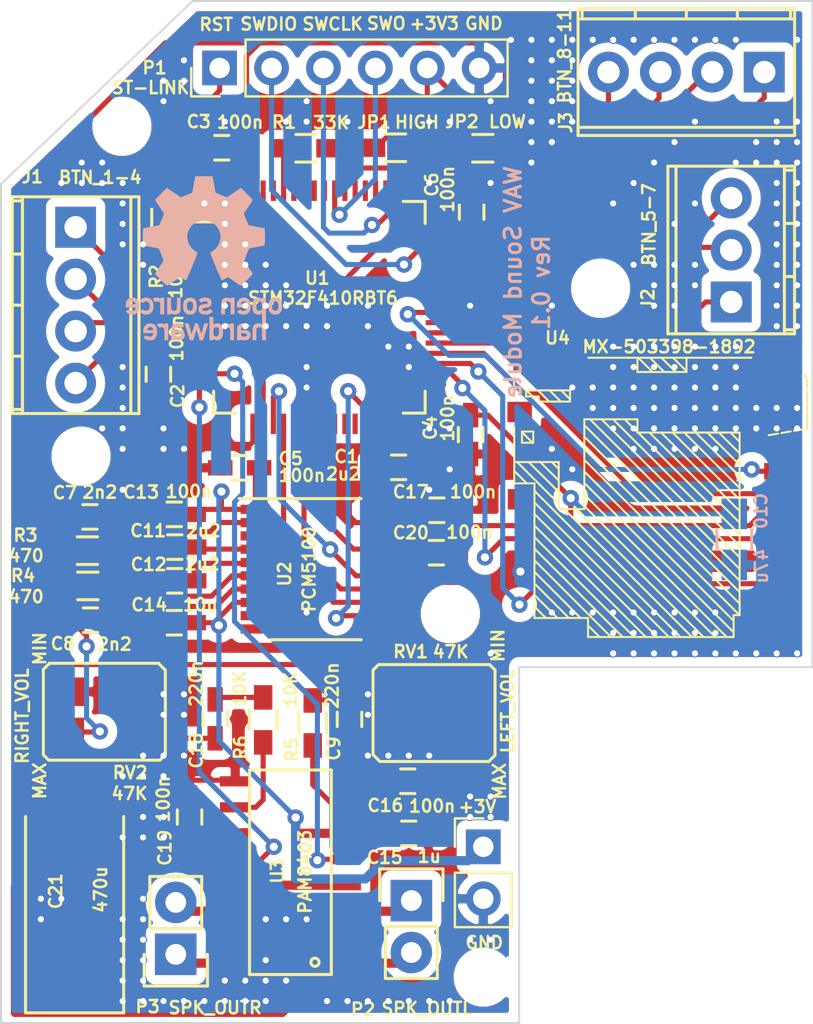
<source format=kicad_pcb>
(kicad_pcb (version 20171130) (host pcbnew 5.0.0-rc1-44a33f2~62~ubuntu16.04.1)
  (layers (0 F.Cu signal) (31 B.Cu signal) (34 B.Paste user) (35 F.Paste user) (36 B.SilkS user) (37 F.SilkS user) (38 B.Mask user) (39 F.Mask user) (44 Edge.Cuts user))
  (net 0 "")
  (net 1 GND)
  (net 2 "Net-(C1-Pad1)")
  (net 3 +3V3)
  (net 4 /PCM5100_OUTL)
  (net 5 /PCM5100_OUTR)
  (net 6 "Net-(C9-Pad1)")
  (net 7 "Net-(C9-Pad2)")
  (net 8 "Net-(C11-Pad1)")
  (net 9 "Net-(C11-Pad2)")
  (net 10 "Net-(C14-Pad1)")
  (net 11 "Net-(C16-Pad2)")
  (net 12 "Net-(C18-Pad2)")
  (net 13 "Net-(C18-Pad1)")
  (net 14 "Net-(C20-Pad1)")
  (net 15 /BTN3)
  (net 16 /BTN2)
  (net 17 /BTN1)
  (net 18 /BTN4)
  (net 19 /BTN6)
  (net 20 /BTN5)
  (net 21 /BTN7)
  (net 22 /BTN11)
  (net 23 /BTN8)
  (net 24 /BTN9)
  (net 25 /BTN10)
  (net 26 "Net-(JP1-Pad1)")
  (net 27 /SWO)
  (net 28 /SWCLK)
  (net 29 /SWDIO)
  (net 30 /nRST)
  (net 31 "Net-(P2-Pad1)")
  (net 32 "Net-(P2-Pad2)")
  (net 33 "Net-(P3-Pad2)")
  (net 34 "Net-(P3-Pad1)")
  (net 35 "Net-(R1-Pad1)")
  (net 36 "Net-(R3-Pad1)")
  (net 37 "Net-(R4-Pad1)")
  (net 38 "Net-(R5-Pad1)")
  (net 39 "Net-(R6-Pad2)")
  (net 40 /SD_CS)
  (net 41 /SD_DI)
  (net 42 /SD_DO)
  (net 43 /SD_SCLK)
  (net 44 /I2S_MCLK)
  (net 45 /PCM5100_MUTE)
  (net 46 /I2S_DATA)
  (net 47 /I2S_BCLK)
  (net 48 /I2S_LRCLK)
  (net 49 /PAM8403_STANDBY)
  (net 50 /PAM8403_MUTE)
  (module myfootprints:TC-33X-2 (layer F.Cu) (at 80.44 103.26 90)
    (fp_text reference RV1 (at 3.02 -1.275) (layer F.SilkS) (effects (font (size 0.6 0.6) (thickness 0.125))))
    (fp_text value 47K (at 3.01 0.685) (layer F.SilkS) (effects (font (size 0.6 0.6) (thickness 0.125))))
    (pad 2 smd rect (at 0.01778 -1.64338 90) (size 1.8 1.7) (layers F.Cu F.Paste F.Mask) (net 7 "Net-(C9-Pad2)"))
    (pad 1 smd rect (at -0.95758 1.55702 90) (size 1.4 1.4) (layers F.Cu F.Paste F.Mask) (net 4 /PCM5100_OUTL))
    (pad 3 smd rect (at 1.01092 1.55956 90) (size 1.4 1.4) (layers F.Cu F.Paste F.Mask) (net 1 GND))
  )
  (module Symbols:OSHW-Logo_7.5x8mm_SilkScreen (layer B.Cu) (at 69.06 81 180)
    (fp_text reference REF*** hide)
    (fp_text value OSHW-Logo_7.5x8mm_SilkScreen hide)
  )
  (module myfootprints:hole_2mm (layer F.Cu) (at 81.11 98.38)
    (fp_text reference REF** hide)
    (fp_text value hole_2mm hide)
    (pad "" np_thru_hole circle (at 0 0) (size 2 2) (drill 2) (layers *.Cu *.Mask))
  )
  (module myfootprints:hole_2mm (layer F.Cu) (at 65.04 74.55)
    (fp_text reference REF** hide)
    (fp_text value hole_2mm hide)
    (pad "" np_thru_hole circle (at 0 0) (size 2 2) (drill 2) (layers *.Cu *.Mask))
  )
  (module myfootprints:hole_2mm (layer F.Cu) (at 88.46 82.47)
    (fp_text reference REF** hide)
    (fp_text value hole_2mm hide)
    (pad "" np_thru_hole circle (at 0 0) (size 2 2) (drill 2) (layers *.Cu *.Mask))
  )
  (module myfootprints:hole_2mm (layer F.Cu) (at 63.04 90.68)
    (fp_text reference REF** hide)
    (fp_text value hole_2mm hide)
    (pad "" np_thru_hole circle (at 0 0) (size 2 2) (drill 2) (layers *.Cu *.Mask))
  )
  (module myfootprints:hole_2mm (layer F.Cu) (at 82.72 116.15)
    (fp_text reference REF** hide)
    (fp_text value hole_2mm hide)
    (pad "" np_thru_hole circle (at 0 0) (size 2 2) (drill 2) (layers *.Cu *.Mask))
  )
  (module Pin_Headers:Pin_Header_Straight_1x06_Pitch2.54mm (layer F.Cu) (at 69.82 71.7 90)
    (fp_text reference P1 (at 0.01 -3.18 180) (layer F.SilkS) (effects (font (size 0.6 0.6) (thickness 0.125))))
    (fp_text value ST-LINK (at -0.96 -3.38 180) (layer F.SilkS) (effects (font (size 0.6 0.6) (thickness 0.125))))
    (pad 1 thru_hole rect (at 0 0 90) (size 1.7 1.7) (drill 1) (layers *.Cu *.Mask) (net 30 /nRST))
    (pad 2 thru_hole oval (at 0 2.54 90) (size 1.7 1.7) (drill 1) (layers *.Cu *.Mask) (net 29 /SWDIO))
    (pad 3 thru_hole oval (at 0 5.08 90) (size 1.7 1.7) (drill 1) (layers *.Cu *.Mask) (net 28 /SWCLK))
    (pad 4 thru_hole oval (at 0 7.62 90) (size 1.7 1.7) (drill 1) (layers *.Cu *.Mask) (net 27 /SWO))
    (pad 5 thru_hole oval (at 0 10.16 90) (size 1.7 1.7) (drill 1) (layers *.Cu *.Mask) (net 3 +3V3))
    (pad 6 thru_hole oval (at 0 12.7 90) (size 1.7 1.7) (drill 1) (layers *.Cu *.Mask) (net 1 GND))
  )
  (module Resistors_SMD:R_0603_HandSoldering (layer F.Cu) (at 74.05 75.625)
    (fp_text reference R1 (at -1.075 -1.275) (layer F.SilkS) (effects (font (size 0.6 0.6) (thickness 0.125))))
    (fp_text value 33K (at 1.225 -1.25) (layer F.SilkS) (effects (font (size 0.6 0.6) (thickness 0.125))))
    (pad 1 smd rect (at -1.1 0) (size 1.2 0.9) (layers F.Cu F.Paste F.Mask) (net 35 "Net-(R1-Pad1)"))
    (pad 2 smd rect (at 1.1 0) (size 1.2 0.9) (layers F.Cu F.Paste F.Mask) (net 26 "Net-(JP1-Pad1)"))
  )
  (module myfootprints:TC-33X-2 (layer F.Cu) (at 64.05 103.15722 270)
    (fp_text reference RV2 (at 3.00278 -1.39 180) (layer F.SilkS) (effects (font (size 0.6 0.6) (thickness 0.125))))
    (fp_text value 47K (at 4.02278 -1.36) (layer F.SilkS) (effects (font (size 0.6 0.6) (thickness 0.125))))
    (pad 2 smd rect (at 0.01778 -1.64338 270) (size 1.8 1.7) (layers F.Cu F.Paste F.Mask) (net 13 "Net-(C18-Pad1)"))
    (pad 1 smd rect (at -0.95758 1.55702 270) (size 1.4 1.4) (layers F.Cu F.Paste F.Mask) (net 1 GND))
    (pad 3 smd rect (at 1.01092 1.55956 270) (size 1.4 1.4) (layers F.Cu F.Paste F.Mask) (net 5 /PCM5100_OUTR))
  )
  (module Capacitors_SMD:C_0603_HandSoldering (layer F.Cu) (at 78.575 91.225)
    (fp_text reference C1 (at -2.55 -0.525) (layer F.SilkS) (effects (font (size 0.6 0.6) (thickness 0.125))))
    (fp_text value 2u2 (at -2.7 0.325) (layer F.SilkS) (effects (font (size 0.6 0.6) (thickness 0.125))))
    (pad 2 smd rect (at 0.95 0) (size 1.2 0.75) (layers F.Cu F.Paste F.Mask) (net 1 GND))
    (pad 1 smd rect (at -0.95 0) (size 1.2 0.75) (layers F.Cu F.Paste F.Mask) (net 2 "Net-(C1-Pad1)"))
  )
  (module Capacitors_SMD:C_0603_HandSoldering (layer F.Cu) (at 66.825 86.675 90)
    (fp_text reference C2 (at -1.065 0.945 270) (layer F.SilkS) (effects (font (size 0.6 0.6) (thickness 0.125))))
    (fp_text value 100n (at 1.765 0.895 270) (layer F.SilkS) (effects (font (size 0.6 0.6) (thickness 0.125))))
    (pad 1 smd rect (at -0.95 0 90) (size 1.2 0.75) (layers F.Cu F.Paste F.Mask) (net 3 +3V3))
    (pad 2 smd rect (at 0.95 0 90) (size 1.2 0.75) (layers F.Cu F.Paste F.Mask) (net 1 GND))
  )
  (module Capacitors_SMD:C_0603_HandSoldering (layer F.Cu) (at 69.925 75.6)
    (fp_text reference C3 (at -1.125 -1.275) (layer F.SilkS) (effects (font (size 0.6 0.6) (thickness 0.125))))
    (fp_text value 100n (at 0.9 -1.25) (layer F.SilkS) (effects (font (size 0.6 0.6) (thickness 0.125))))
    (pad 2 smd rect (at 0.95 0) (size 1.2 0.75) (layers F.Cu F.Paste F.Mask) (net 1 GND))
    (pad 1 smd rect (at -0.95 0) (size 1.2 0.75) (layers F.Cu F.Paste F.Mask) (net 3 +3V3))
  )
  (module Capacitors_SMD:C_0603_HandSoldering (layer F.Cu) (at 82.1 89.625 270)
    (fp_text reference C4 (at -0.325 1.975 270) (layer F.SilkS) (effects (font (size 0.6 0.6) (thickness 0.125))))
    (fp_text value 100n (at -0.8 1.125 270) (layer F.SilkS) (effects (font (size 0.6 0.6) (thickness 0.125))))
    (pad 2 smd rect (at 0.95 0 270) (size 1.2 0.75) (layers F.Cu F.Paste F.Mask) (net 1 GND))
    (pad 1 smd rect (at -0.95 0 270) (size 1.2 0.75) (layers F.Cu F.Paste F.Mask) (net 3 +3V3))
  )
  (module Capacitors_SMD:C_0603_HandSoldering (layer F.Cu) (at 70.8 91.25 180)
    (fp_text reference C5 (at -2.5 0.45 180) (layer F.SilkS) (effects (font (size 0.6 0.6) (thickness 0.125))))
    (fp_text value 100n (at -3.05 -0.375 180) (layer F.SilkS) (effects (font (size 0.6 0.6) (thickness 0.125))))
    (pad 1 smd rect (at -0.95 0 180) (size 1.2 0.75) (layers F.Cu F.Paste F.Mask) (net 3 +3V3))
    (pad 2 smd rect (at 0.95 0 180) (size 1.2 0.75) (layers F.Cu F.Paste F.Mask) (net 1 GND))
  )
  (module Capacitors_SMD:C_0603_HandSoldering (layer F.Cu) (at 82.15 78.75 270)
    (fp_text reference C6 (at -1.35 1.95 270) (layer F.SilkS) (effects (font (size 0.6 0.6) (thickness 0.125))))
    (fp_text value 100n (at -1.125 1.175 270) (layer F.SilkS) (effects (font (size 0.6 0.6) (thickness 0.125))))
    (pad 1 smd rect (at -0.95 0 270) (size 1.2 0.75) (layers F.Cu F.Paste F.Mask) (net 3 +3V3))
    (pad 2 smd rect (at 0.95 0 270) (size 1.2 0.75) (layers F.Cu F.Paste F.Mask) (net 1 GND))
  )
  (module Capacitors_SMD:C_0603_HandSoldering (layer F.Cu) (at 63.475 93.65 180)
    (fp_text reference C7 (at 1.225 1.18 180) (layer F.SilkS) (effects (font (size 0.6 0.6) (thickness 0.125))))
    (fp_text value 2n2 (at -0.485 1.21 180) (layer F.SilkS) (effects (font (size 0.6 0.6) (thickness 0.125))))
    (pad 2 smd rect (at 0.95 0 180) (size 1.2 0.75) (layers F.Cu F.Paste F.Mask) (net 4 /PCM5100_OUTL))
    (pad 1 smd rect (at -0.95 0 180) (size 1.2 0.75) (layers F.Cu F.Paste F.Mask) (net 1 GND))
  )
  (module Capacitors_SMD:C_0603_HandSoldering (layer F.Cu) (at 63.5 98.7 180)
    (fp_text reference C8 (at 1.35 -1.15 180) (layer F.SilkS) (effects (font (size 0.6 0.6) (thickness 0.125))))
    (fp_text value 2n2 (at -1.175 -1.175 180) (layer F.SilkS) (effects (font (size 0.6 0.6) (thickness 0.125))))
    (pad 2 smd rect (at 0.95 0 180) (size 1.2 0.75) (layers F.Cu F.Paste F.Mask) (net 5 /PCM5100_OUTR))
    (pad 1 smd rect (at -0.95 0 180) (size 1.2 0.75) (layers F.Cu F.Paste F.Mask) (net 1 GND))
  )
  (module Capacitors_SMD:C_0603_HandSoldering (layer F.Cu) (at 76.175 103.55 270)
    (fp_text reference C9 (at 1.425 0.775 270) (layer F.SilkS) (effects (font (size 0.6 0.6) (thickness 0.125))))
    (fp_text value 220n (at -1.65 0.85 270) (layer F.SilkS) (effects (font (size 0.6 0.6) (thickness 0.125))))
    (pad 1 smd rect (at -0.95 0 270) (size 1.2 0.75) (layers F.Cu F.Paste F.Mask) (net 6 "Net-(C9-Pad1)"))
    (pad 2 smd rect (at 0.95 0 270) (size 1.2 0.75) (layers F.Cu F.Paste F.Mask) (net 7 "Net-(C9-Pad2)"))
  )
  (module Capacitors_SMD:C_0805_HandSoldering (layer B.Cu) (at 95 94.75 270)
    (fp_text reference C10 (at -1.39 -1.3 270) (layer B.SilkS) (effects (font (size 0.6 0.6) (thickness 0.125)) (justify mirror)))
    (fp_text value 47u (at 1.3 -1.33 270) (layer B.SilkS) (effects (font (size 0.6 0.6) (thickness 0.125)) (justify mirror)))
    (pad 2 smd rect (at 1.25 0 270) (size 1.5 1.25) (layers B.Cu B.Paste B.Mask) (net 1 GND))
    (pad 1 smd rect (at -1.25 0 270) (size 1.5 1.25) (layers B.Cu B.Paste B.Mask) (net 3 +3V3))
  )
  (module Capacitors_SMD:C_0603_HandSoldering (layer F.Cu) (at 67.625 95.125 180)
    (fp_text reference C11 (at 1.3 0.8) (layer F.SilkS) (effects (font (size 0.6 0.6) (thickness 0.125))))
    (fp_text value 2u2 (at -1.4 0.8) (layer F.SilkS) (effects (font (size 0.6 0.6) (thickness 0.125))))
    (pad 1 smd rect (at -0.95 0 180) (size 1.2 0.75) (layers F.Cu F.Paste F.Mask) (net 8 "Net-(C11-Pad1)"))
    (pad 2 smd rect (at 0.95 0 180) (size 1.2 0.75) (layers F.Cu F.Paste F.Mask) (net 9 "Net-(C11-Pad2)"))
  )
  (module Capacitors_SMD:C_0603_HandSoldering (layer F.Cu) (at 67.6 98.825)
    (fp_text reference C12 (at -1.25 -2.85) (layer F.SilkS) (effects (font (size 0.6 0.6) (thickness 0.125))))
    (fp_text value 10u (at 1.275 -0.875) (layer F.SilkS) (effects (font (size 0.6 0.6) (thickness 0.125))))
    (pad 1 smd rect (at -0.95 0) (size 1.2 0.75) (layers F.Cu F.Paste F.Mask) (net 1 GND))
    (pad 2 smd rect (at 0.95 0) (size 1.2 0.75) (layers F.Cu F.Paste F.Mask) (net 3 +3V3))
  )
  (module Capacitors_SMD:C_0603_HandSoldering (layer F.Cu) (at 67.6 93.525 180)
    (fp_text reference C13 (at 1.62 1.085 180) (layer F.SilkS) (effects (font (size 0.6 0.6) (thickness 0.125))))
    (fp_text value 100n (at -0.72 1.115 180) (layer F.SilkS) (effects (font (size 0.6 0.6) (thickness 0.125))))
    (pad 1 smd rect (at -0.95 0 180) (size 1.2 0.75) (layers F.Cu F.Paste F.Mask) (net 3 +3V3))
    (pad 2 smd rect (at 0.95 0 180) (size 1.2 0.75) (layers F.Cu F.Paste F.Mask) (net 1 GND))
  )
  (module Capacitors_SMD:C_0603_HandSoldering (layer F.Cu) (at 67.625 96.775 180)
    (fp_text reference C14 (at 1.25 -1.175 180) (layer F.SilkS) (effects (font (size 0.6 0.6) (thickness 0.125))))
    (fp_text value 2u2 (at -1.35 0.825) (layer F.SilkS) (effects (font (size 0.6 0.6) (thickness 0.125))))
    (pad 2 smd rect (at 0.95 0 180) (size 1.2 0.75) (layers F.Cu F.Paste F.Mask) (net 1 GND))
    (pad 1 smd rect (at -0.95 0 180) (size 1.2 0.75) (layers F.Cu F.Paste F.Mask) (net 10 "Net-(C14-Pad1)"))
  )
  (module Capacitors_SMD:C_0603_HandSoldering (layer F.Cu) (at 79.075 109.125 180)
    (fp_text reference C15 (at 1.175 -1.175 180) (layer F.SilkS) (effects (font (size 0.6 0.6) (thickness 0.125))))
    (fp_text value 1u (at -1.005 -1.125 180) (layer F.SilkS) (effects (font (size 0.6 0.6) (thickness 0.125))))
    (pad 1 smd rect (at -0.95 0 180) (size 1.2 0.75) (layers F.Cu F.Paste F.Mask) (net 1 GND))
    (pad 2 smd rect (at 0.95 0 180) (size 1.2 0.75) (layers F.Cu F.Paste F.Mask) (net 3 +3V3))
  )
  (module Capacitors_SMD:C_0603_HandSoldering (layer F.Cu) (at 79.025 106.575 180)
    (fp_text reference C16 (at 1.095 -1.185 180) (layer F.SilkS) (effects (font (size 0.6 0.6) (thickness 0.125))))
    (fp_text value 100n (at -1.195 -1.215 180) (layer F.SilkS) (effects (font (size 0.6 0.6) (thickness 0.125))))
    (pad 2 smd rect (at 0.95 0 180) (size 1.2 0.75) (layers F.Cu F.Paste F.Mask) (net 11 "Net-(C16-Pad2)"))
    (pad 1 smd rect (at -0.95 0 180) (size 1.2 0.75) (layers F.Cu F.Paste F.Mask) (net 1 GND))
  )
  (module Capacitors_SMD:C_0603_HandSoldering (layer F.Cu) (at 80.45 93.325)
    (fp_text reference C17 (at -1.275 -0.9) (layer F.SilkS) (effects (font (size 0.6 0.6) (thickness 0.125))))
    (fp_text value 100n (at 1.775 -0.9) (layer F.SilkS) (effects (font (size 0.6 0.6) (thickness 0.125))))
    (pad 2 smd rect (at 0.95 0) (size 1.2 0.75) (layers F.Cu F.Paste F.Mask) (net 1 GND))
    (pad 1 smd rect (at -0.95 0) (size 1.2 0.75) (layers F.Cu F.Paste F.Mask) (net 3 +3V3))
  )
  (module Capacitors_SMD:C_0603_HandSoldering (layer F.Cu) (at 69.6 103.525 90)
    (fp_text reference C18 (at -1.55 -0.925 90) (layer F.SilkS) (effects (font (size 0.6 0.6) (thickness 0.125))))
    (fp_text value 220n (at 1.725 -0.925 90) (layer F.SilkS) (effects (font (size 0.6 0.6) (thickness 0.125))))
    (pad 2 smd rect (at 0.95 0 90) (size 1.2 0.75) (layers F.Cu F.Paste F.Mask) (net 12 "Net-(C18-Pad2)"))
    (pad 1 smd rect (at -0.95 0 90) (size 1.2 0.75) (layers F.Cu F.Paste F.Mask) (net 13 "Net-(C18-Pad1)"))
  )
  (module Capacitors_SMD:C_0603_HandSoldering (layer F.Cu) (at 68.35 108.325 90)
    (fp_text reference C19 (at -1.505 -1.21 90) (layer F.SilkS) (effects (font (size 0.6 0.6) (thickness 0.125))))
    (fp_text value 100n (at 0.875 -1.29 90) (layer F.SilkS) (effects (font (size 0.6 0.6) (thickness 0.125))))
    (pad 2 smd rect (at 0.95 0 90) (size 1.2 0.75) (layers F.Cu F.Paste F.Mask) (net 1 GND))
    (pad 1 smd rect (at -0.95 0 90) (size 1.2 0.75) (layers F.Cu F.Paste F.Mask) (net 3 +3V3))
  )
  (module Capacitors_SMD:C_0603_HandSoldering (layer F.Cu) (at 80.425 95.4)
    (fp_text reference C20 (at -1.25 -0.975) (layer F.SilkS) (effects (font (size 0.6 0.6) (thickness 0.125))))
    (fp_text value 100n (at 1.625 -1) (layer F.SilkS) (effects (font (size 0.6 0.6) (thickness 0.125))))
    (pad 1 smd rect (at -0.95 0) (size 1.2 0.75) (layers F.Cu F.Paste F.Mask) (net 14 "Net-(C20-Pad1)"))
    (pad 2 smd rect (at 0.95 0) (size 1.2 0.75) (layers F.Cu F.Paste F.Mask) (net 1 GND))
  )
  (module Capacitors_Tantalum_SMD:Tantalum_Case-D_EIA-7343-31_Hand (layer F.Cu) (at 62.725 111.95 90)
    (fp_text reference C21 (at 0 -0.925 90) (layer F.SilkS) (effects (font (size 0.6 0.6) (thickness 0.125))))
    (fp_text value 470u (at 0.075 1.275 90) (layer F.SilkS) (effects (font (size 0.6 0.6) (thickness 0.125))))
    (pad 2 smd rect (at 3.775 0 90) (size 3.75 2.7) (layers F.Cu F.Paste F.Mask) (net 1 GND))
    (pad 1 smd rect (at -3.775 0 90) (size 3.75 2.7) (layers F.Cu F.Paste F.Mask) (net 3 +3V3))
  )
  (module Terminal_Blocks:TerminalBlock_Pheonix_MPT-2.54mm_4pol (layer F.Cu) (at 62.775 79.485 270)
    (fp_text reference J1 (at -2.465 2.115) (layer F.SilkS) (effects (font (size 0.6 0.6) (thickness 0.125))))
    (fp_text value BTN_1-4 (at -2.435 -1.2) (layer F.SilkS) (effects (font (size 0.6 0.6) (thickness 0.125))))
    (pad 3 thru_hole oval (at 5.08 0 90) (size 1.99898 1.99898) (drill 1.09728) (layers *.Cu *.Mask) (net 15 /BTN3))
    (pad 2 thru_hole oval (at 2.54 0 90) (size 1.99898 1.99898) (drill 1.09728) (layers *.Cu *.Mask) (net 16 /BTN2))
    (pad 1 thru_hole rect (at 0 0 90) (size 1.99898 1.99898) (drill 1.09728) (layers *.Cu *.Mask) (net 17 /BTN1))
    (pad 4 thru_hole oval (at 7.62 0 90) (size 1.99898 1.99898) (drill 1.09728) (layers *.Cu *.Mask) (net 18 /BTN4))
  )
  (module Terminal_Blocks:TerminalBlock_Pheonix_MPT-2.54mm_3pol (layer F.Cu) (at 94.85 83.14 90)
    (fp_text reference J2 (at 0.14 -4.075 90) (layer F.SilkS) (effects (font (size 0.6 0.6) (thickness 0.125))))
    (fp_text value BTN_5-7 (at 3.79 -4.025 90) (layer F.SilkS) (effects (font (size 0.6 0.6) (thickness 0.125))))
    (pad 2 thru_hole oval (at 2.54 0 90) (size 1.99898 1.99898) (drill 1.09728) (layers *.Cu *.Mask) (net 19 /BTN6))
    (pad 1 thru_hole rect (at 0 0 90) (size 1.99898 1.99898) (drill 1.09728) (layers *.Cu *.Mask) (net 20 /BTN5))
    (pad 3 thru_hole oval (at 5.08 0 90) (size 1.99898 1.99898) (drill 1.09728) (layers *.Cu *.Mask) (net 21 /BTN7))
  )
  (module Terminal_Blocks:TerminalBlock_Pheonix_MPT-2.54mm_4pol (layer F.Cu) (at 96.465 71.9 180)
    (fp_text reference J3 (at 9.715 -2.47 270) (layer F.SilkS) (effects (font (size 0.6 0.6) (thickness 0.125))))
    (fp_text value BTN_8-11 (at 9.765 0.78 270) (layer F.SilkS) (effects (font (size 0.6 0.6) (thickness 0.125))))
    (pad 4 thru_hole oval (at 7.62 0) (size 1.99898 1.99898) (drill 1.09728) (layers *.Cu *.Mask) (net 22 /BTN11))
    (pad 1 thru_hole rect (at 0 0) (size 1.99898 1.99898) (drill 1.09728) (layers *.Cu *.Mask) (net 23 /BTN8))
    (pad 2 thru_hole oval (at 2.54 0) (size 1.99898 1.99898) (drill 1.09728) (layers *.Cu *.Mask) (net 24 /BTN9))
    (pad 3 thru_hole oval (at 5.08 0) (size 1.99898 1.99898) (drill 1.09728) (layers *.Cu *.Mask) (net 25 /BTN10))
  )
  (module Resistors_SMD:R_0603_HandSoldering (layer F.Cu) (at 78.425 75.6 180)
    (fp_text reference JP1 (at 1.05 1.25 180) (layer F.SilkS) (effects (font (size 0.6 0.6) (thickness 0.125))))
    (fp_text value HIGH (at -1.05 1.25 180) (layer F.SilkS) (effects (font (size 0.6 0.6) (thickness 0.125))))
    (pad 1 smd rect (at -1.1 0 180) (size 1.2 0.9) (layers F.Cu F.Paste F.Mask) (net 26 "Net-(JP1-Pad1)"))
    (pad 2 smd rect (at 1.1 0 180) (size 1.2 0.9) (layers F.Cu F.Paste F.Mask) (net 3 +3V3))
  )
  (module Resistors_SMD:R_0603_HandSoldering (layer F.Cu) (at 82.7 75.625 180)
    (fp_text reference JP2 (at 1.025 1.3 180) (layer F.SilkS) (effects (font (size 0.6 0.6) (thickness 0.125))))
    (fp_text value LOW (at -1.2 1.3 180) (layer F.SilkS) (effects (font (size 0.6 0.6) (thickness 0.125))))
    (pad 2 smd rect (at 1.1 0 180) (size 1.2 0.9) (layers F.Cu F.Paste F.Mask) (net 26 "Net-(JP1-Pad1)"))
    (pad 1 smd rect (at -1.1 0 180) (size 1.2 0.9) (layers F.Cu F.Paste F.Mask) (net 1 GND))
  )
  (module Pin_Headers:Pin_Header_Straight_1x02 (layer F.Cu) (at 79.2 112.41)
    (fp_text reference P2 (at -2.36 5.32) (layer F.SilkS) (effects (font (size 0.6 0.6) (thickness 0.125))))
    (fp_text value SPK_OUTL (at 0.76 5.28 180) (layer F.SilkS) (effects (font (size 0.6 0.6) (thickness 0.125))))
    (pad 1 thru_hole rect (at 0 0) (size 2.032 2.032) (drill 1.016) (layers *.Cu *.Mask) (net 31 "Net-(P2-Pad1)"))
    (pad 2 thru_hole oval (at 0 2.54) (size 2.032 2.032) (drill 1.016) (layers *.Cu *.Mask) (net 32 "Net-(P2-Pad2)"))
  )
  (module Pin_Headers:Pin_Header_Straight_1x02 (layer F.Cu) (at 67.675 115.04 180)
    (fp_text reference P3 (at 1.375 -2.56 180) (layer F.SilkS) (effects (font (size 0.6 0.6) (thickness 0.125))))
    (fp_text value SPK_OUTR (at -1.925 -2.61 180) (layer F.SilkS) (effects (font (size 0.6 0.6) (thickness 0.125))))
    (pad 2 thru_hole oval (at 0 2.54 180) (size 2.032 2.032) (drill 1.016) (layers *.Cu *.Mask) (net 33 "Net-(P3-Pad2)"))
    (pad 1 thru_hole rect (at 0 0 180) (size 2.032 2.032) (drill 1.016) (layers *.Cu *.Mask) (net 34 "Net-(P3-Pad1)"))
  )
  (module Housings_QFP:LQFP-64_10x10mm_Pitch0.5mm (layer F.Cu) (at 74.7 83.4)
    (fp_text reference U1 (at -0.1 -1.425) (layer F.SilkS) (effects (font (size 0.6 0.6) (thickness 0.125))))
    (fp_text value STM32F410RBT6 (at 0.175 -0.45) (layer F.SilkS) (effects (font (size 0.6 0.6) (thickness 0.125))))
    (pad 64 smd rect (at -3.75 -5.7 90) (size 1 0.25) (layers F.Cu F.Paste F.Mask) (net 3 +3V3))
    (pad 63 smd rect (at -3.25 -5.7 90) (size 1 0.25) (layers F.Cu F.Paste F.Mask) (net 1 GND))
    (pad 62 smd rect (at -2.75 -5.7 90) (size 1 0.25) (layers F.Cu F.Paste F.Mask))
    (pad 61 smd rect (at -2.25 -5.7 90) (size 1 0.25) (layers F.Cu F.Paste F.Mask))
    (pad 60 smd rect (at -1.75 -5.7 90) (size 1 0.25) (layers F.Cu F.Paste F.Mask) (net 35 "Net-(R1-Pad1)"))
    (pad 59 smd rect (at -1.25 -5.7 90) (size 1 0.25) (layers F.Cu F.Paste F.Mask))
    (pad 58 smd rect (at -0.75 -5.7 90) (size 1 0.25) (layers F.Cu F.Paste F.Mask))
    (pad 57 smd rect (at -0.25 -5.7 90) (size 1 0.25) (layers F.Cu F.Paste F.Mask))
    (pad 56 smd rect (at 0.25 -5.7 90) (size 1 0.25) (layers F.Cu F.Paste F.Mask))
    (pad 55 smd rect (at 0.75 -5.7 90) (size 1 0.25) (layers F.Cu F.Paste F.Mask) (net 27 /SWO))
    (pad 54 smd rect (at 1.25 -5.7 90) (size 1 0.25) (layers F.Cu F.Paste F.Mask))
    (pad 53 smd rect (at 1.75 -5.7 90) (size 1 0.25) (layers F.Cu F.Paste F.Mask))
    (pad 52 smd rect (at 2.25 -5.7 90) (size 1 0.25) (layers F.Cu F.Paste F.Mask))
    (pad 51 smd rect (at 2.75 -5.7 90) (size 1 0.25) (layers F.Cu F.Paste F.Mask))
    (pad 50 smd rect (at 3.25 -5.7 90) (size 1 0.25) (layers F.Cu F.Paste F.Mask))
    (pad 49 smd rect (at 3.75 -5.7 90) (size 1 0.25) (layers F.Cu F.Paste F.Mask) (net 28 /SWCLK))
    (pad 48 smd rect (at 5.7 -3.75) (size 1 0.25) (layers F.Cu F.Paste F.Mask) (net 3 +3V3))
    (pad 47 smd rect (at 5.7 -3.25) (size 1 0.25) (layers F.Cu F.Paste F.Mask) (net 1 GND))
    (pad 46 smd rect (at 5.7 -2.75) (size 1 0.25) (layers F.Cu F.Paste F.Mask) (net 29 /SWDIO))
    (pad 45 smd rect (at 5.7 -2.25) (size 1 0.25) (layers F.Cu F.Paste F.Mask) (net 22 /BTN11))
    (pad 44 smd rect (at 5.7 -1.75) (size 1 0.25) (layers F.Cu F.Paste F.Mask) (net 25 /BTN10))
    (pad 43 smd rect (at 5.7 -1.25) (size 1 0.25) (layers F.Cu F.Paste F.Mask) (net 24 /BTN9))
    (pad 42 smd rect (at 5.7 -0.75) (size 1 0.25) (layers F.Cu F.Paste F.Mask) (net 23 /BTN8))
    (pad 41 smd rect (at 5.7 -0.25) (size 1 0.25) (layers F.Cu F.Paste F.Mask))
    (pad 40 smd rect (at 5.7 0.25) (size 1 0.25) (layers F.Cu F.Paste F.Mask) (net 40 /SD_CS))
    (pad 39 smd rect (at 5.7 0.75) (size 1 0.25) (layers F.Cu F.Paste F.Mask) (net 21 /BTN7))
    (pad 38 smd rect (at 5.7 1.25) (size 1 0.25) (layers F.Cu F.Paste F.Mask) (net 19 /BTN6))
    (pad 37 smd rect (at 5.7 1.75) (size 1 0.25) (layers F.Cu F.Paste F.Mask) (net 20 /BTN5))
    (pad 36 smd rect (at 5.7 2.25) (size 1 0.25) (layers F.Cu F.Paste F.Mask) (net 41 /SD_DI))
    (pad 35 smd rect (at 5.7 2.75) (size 1 0.25) (layers F.Cu F.Paste F.Mask) (net 42 /SD_DO))
    (pad 34 smd rect (at 5.7 3.25) (size 1 0.25) (layers F.Cu F.Paste F.Mask) (net 43 /SD_SCLK))
    (pad 33 smd rect (at 5.7 3.75) (size 1 0.25) (layers F.Cu F.Paste F.Mask))
    (pad 32 smd rect (at 3.75 5.7 90) (size 1 0.25) (layers F.Cu F.Paste F.Mask) (net 3 +3V3))
    (pad 31 smd rect (at 3.25 5.7 90) (size 1 0.25) (layers F.Cu F.Paste F.Mask) (net 1 GND))
    (pad 30 smd rect (at 2.75 5.7 90) (size 1 0.25) (layers F.Cu F.Paste F.Mask) (net 2 "Net-(C1-Pad1)"))
    (pad 29 smd rect (at 2.25 5.7 90) (size 1 0.25) (layers F.Cu F.Paste F.Mask) (net 44 /I2S_MCLK))
    (pad 28 smd rect (at 1.75 5.7 90) (size 1 0.25) (layers F.Cu F.Paste F.Mask))
    (pad 27 smd rect (at 1.25 5.7 90) (size 1 0.25) (layers F.Cu F.Paste F.Mask))
    (pad 26 smd rect (at 0.75 5.7 90) (size 1 0.25) (layers F.Cu F.Paste F.Mask))
    (pad 25 smd rect (at 0.25 5.7 90) (size 1 0.25) (layers F.Cu F.Paste F.Mask))
    (pad 24 smd rect (at -0.25 5.7 90) (size 1 0.25) (layers F.Cu F.Paste F.Mask) (net 45 /PCM5100_MUTE))
    (pad 23 smd rect (at -0.75 5.7 90) (size 1 0.25) (layers F.Cu F.Paste F.Mask) (net 46 /I2S_DATA))
    (pad 22 smd rect (at -1.25 5.7 90) (size 1 0.25) (layers F.Cu F.Paste F.Mask))
    (pad 21 smd rect (at -1.75 5.7 90) (size 1 0.25) (layers F.Cu F.Paste F.Mask) (net 47 /I2S_BCLK))
    (pad 20 smd rect (at -2.25 5.7 90) (size 1 0.25) (layers F.Cu F.Paste F.Mask) (net 48 /I2S_LRCLK))
    (pad 19 smd rect (at -2.75 5.7 90) (size 1 0.25) (layers F.Cu F.Paste F.Mask) (net 3 +3V3))
    (pad 18 smd rect (at -3.25 5.7 90) (size 1 0.25) (layers F.Cu F.Paste F.Mask) (net 1 GND))
    (pad 17 smd rect (at -3.75 5.7 90) (size 1 0.25) (layers F.Cu F.Paste F.Mask))
    (pad 16 smd rect (at -5.7 3.75) (size 1 0.25) (layers F.Cu F.Paste F.Mask) (net 49 /PAM8403_STANDBY))
    (pad 15 smd rect (at -5.7 3.25) (size 1 0.25) (layers F.Cu F.Paste F.Mask) (net 50 /PAM8403_MUTE))
    (pad 14 smd rect (at -5.7 2.75) (size 1 0.25) (layers F.Cu F.Paste F.Mask))
    (pad 13 smd rect (at -5.7 2.25) (size 1 0.25) (layers F.Cu F.Paste F.Mask) (net 3 +3V3))
    (pad 12 smd rect (at -5.7 1.75) (size 1 0.25) (layers F.Cu F.Paste F.Mask) (net 1 GND))
    (pad 11 smd rect (at -5.7 1.25) (size 1 0.25) (layers F.Cu F.Paste F.Mask) (net 18 /BTN4))
    (pad 10 smd rect (at -5.7 0.75) (size 1 0.25) (layers F.Cu F.Paste F.Mask) (net 15 /BTN3))
    (pad 9 smd rect (at -5.7 0.25) (size 1 0.25) (layers F.Cu F.Paste F.Mask) (net 16 /BTN2))
    (pad 8 smd rect (at -5.7 -0.25) (size 1 0.25) (layers F.Cu F.Paste F.Mask) (net 17 /BTN1))
    (pad 7 smd rect (at -5.7 -0.75) (size 1 0.25) (layers F.Cu F.Paste F.Mask) (net 30 /nRST))
    (pad 6 smd rect (at -5.7 -1.25) (size 1 0.25) (layers F.Cu F.Paste F.Mask))
    (pad 5 smd rect (at -5.7 -1.75) (size 1 0.25) (layers F.Cu F.Paste F.Mask))
    (pad 4 smd rect (at -5.7 -2.25) (size 1 0.25) (layers F.Cu F.Paste F.Mask))
    (pad 3 smd rect (at -5.7 -2.75) (size 1 0.25) (layers F.Cu F.Paste F.Mask))
    (pad 2 smd rect (at -5.7 -3.25) (size 1 0.25) (layers F.Cu F.Paste F.Mask))
    (pad 1 smd rect (at -5.7 -3.75) (size 1 0.25) (layers F.Cu F.Paste F.Mask))
  )
  (module Housings_SSOP:TSSOP-20_4.4x6.5mm_Pitch0.65mm (layer F.Cu) (at 74.52 96.205)
    (fp_text reference U2 (at -1.52 0.235 90) (layer F.SilkS) (effects (font (size 0.6 0.6) (thickness 0.125))))
    (fp_text value PCM5100 (at -0.32 0.005 90) (layer F.SilkS) (effects (font (size 0.6 0.6) (thickness 0.125))))
    (pad 20 smd rect (at 2.95 -2.925) (size 1.45 0.45) (layers F.Cu F.Paste F.Mask) (net 3 +3V3))
    (pad 19 smd rect (at 2.95 -2.275) (size 1.45 0.45) (layers F.Cu F.Paste F.Mask) (net 1 GND))
    (pad 18 smd rect (at 2.95 -1.625) (size 1.45 0.45) (layers F.Cu F.Paste F.Mask) (net 14 "Net-(C20-Pad1)"))
    (pad 17 smd rect (at 2.95 -0.975) (size 1.45 0.45) (layers F.Cu F.Paste F.Mask) (net 45 /PCM5100_MUTE))
    (pad 16 smd rect (at 2.95 -0.325) (size 1.45 0.45) (layers F.Cu F.Paste F.Mask) (net 1 GND))
    (pad 15 smd rect (at 2.95 0.325) (size 1.45 0.45) (layers F.Cu F.Paste F.Mask) (net 48 /I2S_LRCLK))
    (pad 14 smd rect (at 2.95 0.975) (size 1.45 0.45) (layers F.Cu F.Paste F.Mask) (net 46 /I2S_DATA))
    (pad 13 smd rect (at 2.95 1.625) (size 1.45 0.45) (layers F.Cu F.Paste F.Mask) (net 47 /I2S_BCLK))
    (pad 12 smd rect (at 2.95 2.275) (size 1.45 0.45) (layers F.Cu F.Paste F.Mask) (net 44 /I2S_MCLK))
    (pad 11 smd rect (at 2.95 2.925) (size 1.45 0.45) (layers F.Cu F.Paste F.Mask))
    (pad 10 smd rect (at -2.95 2.925) (size 1.45 0.45) (layers F.Cu F.Paste F.Mask))
    (pad 9 smd rect (at -2.95 2.275) (size 1.45 0.45) (layers F.Cu F.Paste F.Mask) (net 1 GND))
    (pad 8 smd rect (at -2.95 1.625) (size 1.45 0.45) (layers F.Cu F.Paste F.Mask) (net 3 +3V3))
    (pad 7 smd rect (at -2.95 0.975) (size 1.45 0.45) (layers F.Cu F.Paste F.Mask) (net 37 "Net-(R4-Pad1)"))
    (pad 6 smd rect (at -2.95 0.325) (size 1.45 0.45) (layers F.Cu F.Paste F.Mask) (net 36 "Net-(R3-Pad1)"))
    (pad 5 smd rect (at -2.95 -0.325) (size 1.45 0.45) (layers F.Cu F.Paste F.Mask) (net 10 "Net-(C14-Pad1)"))
    (pad 4 smd rect (at -2.95 -0.975) (size 1.45 0.45) (layers F.Cu F.Paste F.Mask) (net 8 "Net-(C11-Pad1)"))
    (pad 3 smd rect (at -2.95 -1.625) (size 1.45 0.45) (layers F.Cu F.Paste F.Mask) (net 1 GND))
    (pad 2 smd rect (at -2.95 -2.275) (size 1.45 0.45) (layers F.Cu F.Paste F.Mask) (net 9 "Net-(C11-Pad2)"))
    (pad 1 smd rect (at -2.95 -2.925) (size 1.45 0.45) (layers F.Cu F.Paste F.Mask) (net 3 +3V3))
  )
  (module myfootprints:SOP16L (layer F.Cu) (at 73.284002 111.025328 90)
    (fp_text reference U3 (at 0.050328 -0.634002 90) (layer F.SilkS) (effects (font (size 0.6 0.6) (thickness 0.125))))
    (fp_text value PAM8403 (at 0.025328 0.715998 90) (layer F.SilkS) (effects (font (size 0.6 0.6) (thickness 0.125))))
    (pad 1 smd rect (at -4.445 2.7 90) (size 0.5 1.5) (layers F.Cu F.Paste F.Mask) (net 32 "Net-(P2-Pad2)") (clearance 0.14986))
    (pad 2 smd rect (at -3.175 2.7 90) (size 0.5 1.5) (layers F.Cu F.Paste F.Mask) (net 1 GND) (clearance 0.14986))
    (pad 3 smd rect (at -1.905 2.7 90) (size 0.5 1.5) (layers F.Cu F.Paste F.Mask) (net 31 "Net-(P2-Pad1)") (clearance 0.14986))
    (pad 4 smd rect (at -0.635 2.7 90) (size 0.5 1.5) (layers F.Cu F.Paste F.Mask) (net 3 +3V3) (clearance 0.14986))
    (pad 5 smd rect (at 0.635 2.7 90) (size 0.5 1.5) (layers F.Cu F.Paste F.Mask) (net 50 /PAM8403_MUTE) (clearance 0.14986))
    (pad 6 smd rect (at 1.905 2.7 90) (size 0.5 1.5) (layers F.Cu F.Paste F.Mask) (net 3 +3V3) (clearance 0.14986))
    (pad 7 smd rect (at 3.175 2.7 90) (size 0.5 1.5) (layers F.Cu F.Paste F.Mask) (net 38 "Net-(R5-Pad1)"))
    (pad 8 smd rect (at 4.445 2.7 90) (size 0.5 1.5) (layers F.Cu F.Paste F.Mask) (net 11 "Net-(C16-Pad2)"))
    (pad 9 smd rect (at 4.445 -2.7 90) (size 0.5 1.5) (layers F.Cu F.Paste F.Mask) (net 1 GND))
    (pad 10 smd rect (at 3.175 -2.7 90) (size 0.5 1.5) (layers F.Cu F.Paste F.Mask) (net 39 "Net-(R6-Pad2)"))
    (pad 11 smd rect (at 1.905 -2.7 90) (size 0.5 1.5) (layers F.Cu F.Paste F.Mask) (net 1 GND))
    (pad 12 smd rect (at 0.635 -2.7 90) (size 0.5 1.5) (layers F.Cu F.Paste F.Mask) (net 49 /PAM8403_STANDBY))
    (pad 13 smd rect (at -0.635 -2.7 90) (size 0.5 1.5) (layers F.Cu F.Paste F.Mask) (net 3 +3V3))
    (pad 14 smd rect (at -1.905 -2.7 90) (size 0.5 1.5) (layers F.Cu F.Paste F.Mask) (net 33 "Net-(P3-Pad2)"))
    (pad 15 smd rect (at -3.175 -2.7 90) (size 0.5 1.5) (layers F.Cu F.Paste F.Mask) (net 1 GND))
    (pad 16 smd rect (at -4.445 -2.7 90) (size 0.5 1.5) (layers F.Cu F.Paste F.Mask) (net 34 "Net-(P3-Pad1)"))
  )
  (module myfootprints:MX-503398-1892 (layer F.Cu) (at 90.55 93.325 180)
    (fp_text reference U4 (at 4.2 8.425 180) (layer F.SilkS) (effects (font (size 0.6 0.6) (thickness 0.125))))
    (fp_text value MX-503398-1892 (at -1.26 7.995 180) (layer F.SilkS) (effects (font (size 0.6 0.6) (thickness 0.125))))
    (pad 8 smd rect (at -6.61162 -4.69138 270) (size 0.8 1.4) (layers F.Cu F.Paste F.Mask))
    (pad 7 smd rect (at -6.61162 -3.59138 270) (size 0.8 1.4) (layers F.Cu F.Paste F.Mask) (net 42 /SD_DO))
    (pad 6 smd rect (at -6.61162 -2.49138 270) (size 0.8 1.4) (layers F.Cu F.Paste F.Mask) (net 1 GND))
    (pad 5 smd rect (at -6.61162 -1.39138 270) (size 0.8 1.4) (layers F.Cu F.Paste F.Mask) (net 43 /SD_SCLK))
    (pad 4 smd rect (at -6.61162 -0.29138 270) (size 0.8 1.4) (layers F.Cu F.Paste F.Mask) (net 3 +3V3))
    (pad 3 smd rect (at -6.61162 0.80862 270) (size 0.8 1.4) (layers F.Cu F.Paste F.Mask) (net 41 /SD_DI))
    (pad 2 smd rect (at -6.61162 1.90862 270) (size 0.8 1.4) (layers F.Cu F.Paste F.Mask) (net 40 /SD_CS))
    (pad 1 smd rect (at -6.61162 3.00862 270) (size 0.8 1.4) (layers F.Cu F.Paste F.Mask))
    (pad "" smd rect (at -6.11124 -5.76326 270) (size 1 2.8) (drill (offset 0.2 0)) (layers F.Cu F.Paste F.Mask))
    (pad "" smd rect (at 4.66598 -5.84962 270) (size 1 3.4) (drill (offset 0.2 0)) (layers F.Cu F.Paste F.Mask))
    (pad "" smd rect (at 4.65836 7.10946 270) (size 1 3.4) (drill (offset -0.2 0)) (layers F.Cu F.Paste F.Mask))
    (pad "" smd rect (at -6.58622 6.8834 270) (size 1.2 2) (drill (offset -0.2 0)) (layers F.Cu F.Paste F.Mask))
    (pad 10 smd rect (at 5.85216 4.80314) (size 1.2 1) (drill (offset -0.2 0)) (layers F.Cu F.Paste F.Mask))
    (pad 9 smd rect (at 5.9309 0.53594 90) (size 1 1) (drill (offset 0 -0.2)) (layers F.Cu F.Paste F.Mask))
  )
  (module Resistors_SMD:R_0603_HandSoldering (layer F.Cu) (at 67.175 79.1 90)
    (fp_text reference R2 (at -2.8 -0.45 90) (layer F.SilkS) (effects (font (size 0.6 0.6) (thickness 0.125))))
    (fp_text value 10K (at -3 0.5 90) (layer F.SilkS) (effects (font (size 0.6 0.6) (thickness 0.125))))
    (pad 2 smd rect (at 1.1 0 90) (size 1.2 0.9) (layers F.Cu F.Paste F.Mask) (net 3 +3V3))
    (pad 1 smd rect (at -1.1 0 90) (size 1.2 0.9) (layers F.Cu F.Paste F.Mask) (net 30 /nRST))
  )
  (module Resistors_SMD:R_0603_HandSoldering (layer F.Cu) (at 63.35 95.3 180)
    (fp_text reference R3 (at 3.025 0.75 180) (layer F.SilkS) (effects (font (size 0.6 0.6) (thickness 0.125))))
    (fp_text value 470 (at 3 -0.25 180) (layer F.SilkS) (effects (font (size 0.6 0.6) (thickness 0.125))))
    (pad 1 smd rect (at -1.1 0 180) (size 1.2 0.9) (layers F.Cu F.Paste F.Mask) (net 36 "Net-(R3-Pad1)"))
    (pad 2 smd rect (at 1.1 0 180) (size 1.2 0.9) (layers F.Cu F.Paste F.Mask) (net 4 /PCM5100_OUTL))
  )
  (module Resistors_SMD:R_0603_HandSoldering (layer F.Cu) (at 63.375 97.025 180)
    (fp_text reference R4 (at 3.175 0.5 180) (layer F.SilkS) (effects (font (size 0.6 0.6) (thickness 0.125))))
    (fp_text value 470 (at 3.025 -0.525 180) (layer F.SilkS) (effects (font (size 0.6 0.6) (thickness 0.125))))
    (pad 2 smd rect (at 1.1 0 180) (size 1.2 0.9) (layers F.Cu F.Paste F.Mask) (net 5 /PCM5100_OUTR))
    (pad 1 smd rect (at -1.1 0 180) (size 1.2 0.9) (layers F.Cu F.Paste F.Mask) (net 37 "Net-(R4-Pad1)"))
  )
  (module Resistors_SMD:R_0603_HandSoldering (layer F.Cu) (at 74.375 103.725 90)
    (fp_text reference R5 (at -1.3 -1.025 90) (layer F.SilkS) (effects (font (size 0.6 0.6) (thickness 0.125))))
    (fp_text value 10K (at 1.625 -1.075 90) (layer F.SilkS) (effects (font (size 0.6 0.6) (thickness 0.125))))
    (pad 2 smd rect (at 1.1 0 90) (size 1.2 0.9) (layers F.Cu F.Paste F.Mask) (net 6 "Net-(C9-Pad1)"))
    (pad 1 smd rect (at -1.1 0 90) (size 1.2 0.9) (layers F.Cu F.Paste F.Mask) (net 38 "Net-(R5-Pad1)"))
  )
  (module Resistors_SMD:R_0603_HandSoldering (layer F.Cu) (at 71.95 103.575 270)
    (fp_text reference R6 (at 1.35 1.1 270) (layer F.SilkS) (effects (font (size 0.6 0.6) (thickness 0.125))))
    (fp_text value 10K (at -1.525 1.15 270) (layer F.SilkS) (effects (font (size 0.6 0.6) (thickness 0.125))))
    (pad 1 smd rect (at -1.1 0 270) (size 1.2 0.9) (layers F.Cu F.Paste F.Mask) (net 12 "Net-(C18-Pad2)"))
    (pad 2 smd rect (at 1.1 0 270) (size 1.2 0.9) (layers F.Cu F.Paste F.Mask) (net 39 "Net-(R6-Pad2)"))
  )
  (module Pin_Headers:Pin_Header_Straight_1x02_Pitch2.54mm (layer F.Cu) (at 82.72 109.78)
    (fp_text reference P4 hide)
    (fp_text value Supply hide)
    (pad 2 thru_hole oval (at 0 2.54) (size 1.7 1.7) (drill 1) (layers *.Cu *.Mask) (net 1 GND))
    (pad 1 thru_hole rect (at 0 0) (size 1.7 1.7) (drill 1) (layers *.Cu *.Mask) (net 3 +3V3))
  )
  (module VIA_MATRIX (layer F.Cu) (at 84.074999 70.322999)
    (fp_text reference V25_2 hide)
    (fp_text value AUTO_VIA hide)
    (pad 1 thru_hole circle (at 0 0) (size 0.4 0.4) (drill 0.3) (layers *.Cu) (net 1 GND) (clearance 0.3))
  )
  (module VIA_MATRIX (layer F.Cu) (at 85.074999 70.322999)
    (fp_text reference V26_2 hide)
    (fp_text value AUTO_VIA hide)
    (pad 1 thru_hole circle (at 0 0) (size 0.4 0.4) (drill 0.3) (layers *.Cu) (net 1 GND) (clearance 0.3))
  )
  (module VIA_MATRIX (layer F.Cu) (at 86.074999 70.322999)
    (fp_text reference V27_2 hide)
    (fp_text value AUTO_VIA hide)
    (pad 1 thru_hole circle (at 0 0) (size 0.4 0.4) (drill 0.3) (layers *.Cu) (net 1 GND) (clearance 0.3))
  )
  (module VIA_MATRIX (layer F.Cu) (at 87.074999 70.322999)
    (fp_text reference V28_2 hide)
    (fp_text value AUTO_VIA hide)
    (pad 1 thru_hole circle (at 0 0) (size 0.4 0.4) (drill 0.3) (layers *.Cu) (net 1 GND) (clearance 0.3))
  )
  (module VIA_MATRIX (layer F.Cu) (at 88.074999 70.322999)
    (fp_text reference V29_2 hide)
    (fp_text value AUTO_VIA hide)
    (pad 1 thru_hole circle (at 0 0) (size 0.4 0.4) (drill 0.3) (layers *.Cu) (net 1 GND) (clearance 0.3))
  )
  (module VIA_MATRIX (layer F.Cu) (at 89.074999 70.322999)
    (fp_text reference V30_2 hide)
    (fp_text value AUTO_VIA hide)
    (pad 1 thru_hole circle (at 0 0) (size 0.4 0.4) (drill 0.3) (layers *.Cu) (net 1 GND) (clearance 0.3))
  )
  (module VIA_MATRIX (layer F.Cu) (at 90.074999 70.322999)
    (fp_text reference V31_2 hide)
    (fp_text value AUTO_VIA hide)
    (pad 1 thru_hole circle (at 0 0) (size 0.4 0.4) (drill 0.3) (layers *.Cu) (net 1 GND) (clearance 0.3))
  )
  (module VIA_MATRIX (layer F.Cu) (at 91.074999 70.322999)
    (fp_text reference V32_2 hide)
    (fp_text value AUTO_VIA hide)
    (pad 1 thru_hole circle (at 0 0) (size 0.4 0.4) (drill 0.3) (layers *.Cu) (net 1 GND) (clearance 0.3))
  )
  (module VIA_MATRIX (layer F.Cu) (at 92.074999 70.322999)
    (fp_text reference V33_2 hide)
    (fp_text value AUTO_VIA hide)
    (pad 1 thru_hole circle (at 0 0) (size 0.4 0.4) (drill 0.3) (layers *.Cu) (net 1 GND) (clearance 0.3))
  )
  (module VIA_MATRIX (layer F.Cu) (at 93.074999 70.322999)
    (fp_text reference V34_2 hide)
    (fp_text value AUTO_VIA hide)
    (pad 1 thru_hole circle (at 0 0) (size 0.4 0.4) (drill 0.3) (layers *.Cu) (net 1 GND) (clearance 0.3))
  )
  (module VIA_MATRIX (layer F.Cu) (at 94.074999 70.322999)
    (fp_text reference V35_2 hide)
    (fp_text value AUTO_VIA hide)
    (pad 1 thru_hole circle (at 0 0) (size 0.4 0.4) (drill 0.3) (layers *.Cu) (net 1 GND) (clearance 0.3))
  )
  (module VIA_MATRIX (layer F.Cu) (at 95.074999 70.322999)
    (fp_text reference V36_2 hide)
    (fp_text value AUTO_VIA hide)
    (pad 1 thru_hole circle (at 0 0) (size 0.4 0.4) (drill 0.3) (layers *.Cu) (net 1 GND) (clearance 0.3))
  )
  (module VIA_MATRIX (layer F.Cu) (at 98.074999 70.322999)
    (fp_text reference V39_2 hide)
    (fp_text value AUTO_VIA hide)
    (pad 1 thru_hole circle (at 0 0) (size 0.4 0.4) (drill 0.3) (layers *.Cu) (net 1 GND) (clearance 0.3))
  )
  (module VIA_MATRIX (layer F.Cu) (at 68.074999 71.322999)
    (fp_text reference V9_3 hide)
    (fp_text value AUTO_VIA hide)
    (pad 1 thru_hole circle (at 0 0) (size 0.4 0.4) (drill 0.3) (layers *.Cu) (net 1 GND) (clearance 0.3))
  )
  (module VIA_MATRIX (layer F.Cu) (at 85.074999 71.322999)
    (fp_text reference V26_3 hide)
    (fp_text value AUTO_VIA hide)
    (pad 1 thru_hole circle (at 0 0) (size 0.4 0.4) (drill 0.3) (layers *.Cu) (net 1 GND) (clearance 0.3))
  )
  (module VIA_MATRIX (layer F.Cu) (at 86.074999 71.322999)
    (fp_text reference V27_3 hide)
    (fp_text value AUTO_VIA hide)
    (pad 1 thru_hole circle (at 0 0) (size 0.4 0.4) (drill 0.3) (layers *.Cu) (net 1 GND) (clearance 0.3))
  )
  (module VIA_MATRIX (layer F.Cu) (at 87.074999 71.322999)
    (fp_text reference V28_3 hide)
    (fp_text value AUTO_VIA hide)
    (pad 1 thru_hole circle (at 0 0) (size 0.4 0.4) (drill 0.3) (layers *.Cu) (net 1 GND) (clearance 0.3))
  )
  (module VIA_MATRIX (layer F.Cu) (at 67.074999 72.322999)
    (fp_text reference V8_4 hide)
    (fp_text value AUTO_VIA hide)
    (pad 1 thru_hole circle (at 0 0) (size 0.4 0.4) (drill 0.3) (layers *.Cu) (net 1 GND) (clearance 0.3))
  )
  (module VIA_MATRIX (layer F.Cu) (at 68.074999 72.322999)
    (fp_text reference V9_4 hide)
    (fp_text value AUTO_VIA hide)
    (pad 1 thru_hole circle (at 0 0) (size 0.4 0.4) (drill 0.3) (layers *.Cu) (net 1 GND) (clearance 0.3))
  )
  (module VIA_MATRIX (layer F.Cu) (at 85.074999 72.322999)
    (fp_text reference V26_4 hide)
    (fp_text value AUTO_VIA hide)
    (pad 1 thru_hole circle (at 0 0) (size 0.4 0.4) (drill 0.3) (layers *.Cu) (net 1 GND) (clearance 0.3))
  )
  (module VIA_MATRIX (layer F.Cu) (at 86.074999 72.322999)
    (fp_text reference V27_4 hide)
    (fp_text value AUTO_VIA hide)
    (pad 1 thru_hole circle (at 0 0) (size 0.4 0.4) (drill 0.3) (layers *.Cu) (net 1 GND) (clearance 0.3))
  )
  (module VIA_MATRIX (layer F.Cu) (at 87.074999 72.322999)
    (fp_text reference V28_4 hide)
    (fp_text value AUTO_VIA hide)
    (pad 1 thru_hole circle (at 0 0) (size 0.4 0.4) (drill 0.3) (layers *.Cu) (net 1 GND) (clearance 0.3))
  )
  (module VIA_MATRIX (layer F.Cu) (at 67.074999 73.322999)
    (fp_text reference V8_5 hide)
    (fp_text value AUTO_VIA hide)
    (pad 1 thru_hole circle (at 0 0) (size 0.4 0.4) (drill 0.3) (layers *.Cu) (net 1 GND) (clearance 0.3))
  )
  (module VIA_MATRIX (layer F.Cu) (at 74.074999 73.322999)
    (fp_text reference V15_5 hide)
    (fp_text value AUTO_VIA hide)
    (pad 1 thru_hole circle (at 0 0) (size 0.4 0.4) (drill 0.3) (layers *.Cu) (net 1 GND) (clearance 0.3))
  )
  (module VIA_MATRIX (layer F.Cu) (at 83.074999 73.322999)
    (fp_text reference V24_5 hide)
    (fp_text value AUTO_VIA hide)
    (pad 1 thru_hole circle (at 0 0) (size 0.4 0.4) (drill 0.3) (layers *.Cu) (net 1 GND) (clearance 0.3))
  )
  (module VIA_MATRIX (layer F.Cu) (at 85.074999 73.322999)
    (fp_text reference V26_5 hide)
    (fp_text value AUTO_VIA hide)
    (pad 1 thru_hole circle (at 0 0) (size 0.4 0.4) (drill 0.3) (layers *.Cu) (net 1 GND) (clearance 0.3))
  )
  (module VIA_MATRIX (layer F.Cu) (at 86.074999 73.322999)
    (fp_text reference V27_5 hide)
    (fp_text value AUTO_VIA hide)
    (pad 1 thru_hole circle (at 0 0) (size 0.4 0.4) (drill 0.3) (layers *.Cu) (net 1 GND) (clearance 0.3))
  )
  (module VIA_MATRIX (layer F.Cu) (at 87.074999 73.322999)
    (fp_text reference V28_5 hide)
    (fp_text value AUTO_VIA hide)
    (pad 1 thru_hole circle (at 0 0) (size 0.4 0.4) (drill 0.3) (layers *.Cu) (net 1 GND) (clearance 0.3))
  )
  (module VIA_MATRIX (layer F.Cu) (at 70.074999 74.322999)
    (fp_text reference V11_6 hide)
    (fp_text value AUTO_VIA hide)
    (pad 1 thru_hole circle (at 0 0) (size 0.4 0.4) (drill 0.3) (layers *.Cu) (net 1 GND) (clearance 0.3))
  )
  (module VIA_MATRIX (layer F.Cu) (at 73.074999 74.322999)
    (fp_text reference V14_6 hide)
    (fp_text value AUTO_VIA hide)
    (pad 1 thru_hole circle (at 0 0) (size 0.4 0.4) (drill 0.3) (layers *.Cu) (net 1 GND) (clearance 0.3))
  )
  (module VIA_MATRIX (layer F.Cu) (at 74.074999 74.322999)
    (fp_text reference V15_6 hide)
    (fp_text value AUTO_VIA hide)
    (pad 1 thru_hole circle (at 0 0) (size 0.4 0.4) (drill 0.3) (layers *.Cu) (net 1 GND) (clearance 0.3))
  )
  (module VIA_MATRIX (layer F.Cu) (at 76.074999 74.322999)
    (fp_text reference V17_6 hide)
    (fp_text value AUTO_VIA hide)
    (pad 1 thru_hole circle (at 0 0) (size 0.4 0.4) (drill 0.3) (layers *.Cu) (net 1 GND) (clearance 0.3))
  )
  (module VIA_MATRIX (layer F.Cu) (at 80.074999 74.322999)
    (fp_text reference V21_6 hide)
    (fp_text value AUTO_VIA hide)
    (pad 1 thru_hole circle (at 0 0) (size 0.4 0.4) (drill 0.3) (layers *.Cu) (net 1 GND) (clearance 0.3))
  )
  (module VIA_MATRIX (layer F.Cu) (at 81.074999 74.322999)
    (fp_text reference V22_6 hide)
    (fp_text value AUTO_VIA hide)
    (pad 1 thru_hole circle (at 0 0) (size 0.4 0.4) (drill 0.3) (layers *.Cu) (net 1 GND) (clearance 0.3))
  )
  (module VIA_MATRIX (layer F.Cu) (at 85.074999 74.322999)
    (fp_text reference V26_6 hide)
    (fp_text value AUTO_VIA hide)
    (pad 1 thru_hole circle (at 0 0) (size 0.4 0.4) (drill 0.3) (layers *.Cu) (net 1 GND) (clearance 0.3))
  )
  (module VIA_MATRIX (layer F.Cu) (at 86.074999 74.322999)
    (fp_text reference V27_6 hide)
    (fp_text value AUTO_VIA hide)
    (pad 1 thru_hole circle (at 0 0) (size 0.4 0.4) (drill 0.3) (layers *.Cu) (net 1 GND) (clearance 0.3))
  )
  (module VIA_MATRIX (layer F.Cu) (at 87.074999 74.322999)
    (fp_text reference V28_6 hide)
    (fp_text value AUTO_VIA hide)
    (pad 1 thru_hole circle (at 0 0) (size 0.4 0.4) (drill 0.3) (layers *.Cu) (net 1 GND) (clearance 0.3))
  )
  (module VIA_MATRIX (layer F.Cu) (at 93.074999 74.322999)
    (fp_text reference V34_6 hide)
    (fp_text value AUTO_VIA hide)
    (pad 1 thru_hole circle (at 0 0) (size 0.4 0.4) (drill 0.3) (layers *.Cu) (net 1 GND) (clearance 0.3))
  )
  (module VIA_MATRIX (layer F.Cu) (at 97.074999 74.322999)
    (fp_text reference V38_6 hide)
    (fp_text value AUTO_VIA hide)
    (pad 1 thru_hole circle (at 0 0) (size 0.4 0.4) (drill 0.3) (layers *.Cu) (net 1 GND) (clearance 0.3))
  )
  (module VIA_MATRIX (layer F.Cu) (at 98.074999 74.322999)
    (fp_text reference V39_6 hide)
    (fp_text value AUTO_VIA hide)
    (pad 1 thru_hole circle (at 0 0) (size 0.4 0.4) (drill 0.3) (layers *.Cu) (net 1 GND) (clearance 0.3))
  )
  (module VIA_MATRIX (layer F.Cu) (at 85.074999 75.322999)
    (fp_text reference V26_7 hide)
    (fp_text value AUTO_VIA hide)
    (pad 1 thru_hole circle (at 0 0) (size 0.4 0.4) (drill 0.3) (layers *.Cu) (net 1 GND) (clearance 0.3))
  )
  (module VIA_MATRIX (layer F.Cu) (at 86.074999 75.322999)
    (fp_text reference V27_7 hide)
    (fp_text value AUTO_VIA hide)
    (pad 1 thru_hole circle (at 0 0) (size 0.4 0.4) (drill 0.3) (layers *.Cu) (net 1 GND) (clearance 0.3))
  )
  (module VIA_MATRIX (layer F.Cu) (at 92.074999 75.322999)
    (fp_text reference V33_7 hide)
    (fp_text value AUTO_VIA hide)
    (pad 1 thru_hole circle (at 0 0) (size 0.4 0.4) (drill 0.3) (layers *.Cu) (net 1 GND) (clearance 0.3))
  )
  (module VIA_MATRIX (layer F.Cu) (at 96.074999 75.322999)
    (fp_text reference V37_7 hide)
    (fp_text value AUTO_VIA hide)
    (pad 1 thru_hole circle (at 0 0) (size 0.4 0.4) (drill 0.3) (layers *.Cu) (net 1 GND) (clearance 0.3))
  )
  (module VIA_MATRIX (layer F.Cu) (at 97.074999 75.322999)
    (fp_text reference V38_7 hide)
    (fp_text value AUTO_VIA hide)
    (pad 1 thru_hole circle (at 0 0) (size 0.4 0.4) (drill 0.3) (layers *.Cu) (net 1 GND) (clearance 0.3))
  )
  (module VIA_MATRIX (layer F.Cu) (at 98.074999 75.322999)
    (fp_text reference V39_7 hide)
    (fp_text value AUTO_VIA hide)
    (pad 1 thru_hole circle (at 0 0) (size 0.4 0.4) (drill 0.3) (layers *.Cu) (net 1 GND) (clearance 0.3))
  )
  (module VIA_MATRIX (layer F.Cu) (at 63.074999 76.322999)
    (fp_text reference V4_8 hide)
    (fp_text value AUTO_VIA hide)
    (pad 1 thru_hole circle (at 0 0) (size 0.4 0.4) (drill 0.3) (layers *.Cu) (net 1 GND) (clearance 0.3))
  )
  (module VIA_MATRIX (layer F.Cu) (at 64.074999 76.322999)
    (fp_text reference V5_8 hide)
    (fp_text value AUTO_VIA hide)
    (pad 1 thru_hole circle (at 0 0) (size 0.4 0.4) (drill 0.3) (layers *.Cu) (net 1 GND) (clearance 0.3))
  )
  (module VIA_MATRIX (layer F.Cu) (at 85.074999 76.322999)
    (fp_text reference V26_8 hide)
    (fp_text value AUTO_VIA hide)
    (pad 1 thru_hole circle (at 0 0) (size 0.4 0.4) (drill 0.3) (layers *.Cu) (net 1 GND) (clearance 0.3))
  )
  (module VIA_MATRIX (layer F.Cu) (at 91.074999 76.322999)
    (fp_text reference V32_8 hide)
    (fp_text value AUTO_VIA hide)
    (pad 1 thru_hole circle (at 0 0) (size 0.4 0.4) (drill 0.3) (layers *.Cu) (net 1 GND) (clearance 0.3))
  )
  (module VIA_MATRIX (layer F.Cu) (at 95.074999 76.322999)
    (fp_text reference V36_8 hide)
    (fp_text value AUTO_VIA hide)
    (pad 1 thru_hole circle (at 0 0) (size 0.4 0.4) (drill 0.3) (layers *.Cu) (net 1 GND) (clearance 0.3))
  )
  (module VIA_MATRIX (layer F.Cu) (at 96.074999 76.322999)
    (fp_text reference V37_8 hide)
    (fp_text value AUTO_VIA hide)
    (pad 1 thru_hole circle (at 0 0) (size 0.4 0.4) (drill 0.3) (layers *.Cu) (net 1 GND) (clearance 0.3))
  )
  (module VIA_MATRIX (layer F.Cu) (at 97.074999 76.322999)
    (fp_text reference V38_8 hide)
    (fp_text value AUTO_VIA hide)
    (pad 1 thru_hole circle (at 0 0) (size 0.4 0.4) (drill 0.3) (layers *.Cu) (net 1 GND) (clearance 0.3))
  )
  (module VIA_MATRIX (layer F.Cu) (at 98.074999 76.322999)
    (fp_text reference V39_8 hide)
    (fp_text value AUTO_VIA hide)
    (pad 1 thru_hole circle (at 0 0) (size 0.4 0.4) (drill 0.3) (layers *.Cu) (net 1 GND) (clearance 0.3))
  )
  (module VIA_MATRIX (layer F.Cu) (at 62.074999 77.322999)
    (fp_text reference V3_9 hide)
    (fp_text value AUTO_VIA hide)
    (pad 1 thru_hole circle (at 0 0) (size 0.4 0.4) (drill 0.3) (layers *.Cu) (net 1 GND) (clearance 0.3))
  )
  (module VIA_MATRIX (layer F.Cu) (at 63.074999 77.322999)
    (fp_text reference V4_9 hide)
    (fp_text value AUTO_VIA hide)
    (pad 1 thru_hole circle (at 0 0) (size 0.4 0.4) (drill 0.3) (layers *.Cu) (net 1 GND) (clearance 0.3))
  )
  (module VIA_MATRIX (layer F.Cu) (at 64.074999 77.322999)
    (fp_text reference V5_9 hide)
    (fp_text value AUTO_VIA hide)
    (pad 1 thru_hole circle (at 0 0) (size 0.4 0.4) (drill 0.3) (layers *.Cu) (net 1 GND) (clearance 0.3))
  )
  (module VIA_MATRIX (layer F.Cu) (at 65.074999 77.322999)
    (fp_text reference V6_9 hide)
    (fp_text value AUTO_VIA hide)
    (pad 1 thru_hole circle (at 0 0) (size 0.4 0.4) (drill 0.3) (layers *.Cu) (net 1 GND) (clearance 0.3))
  )
  (module VIA_MATRIX (layer F.Cu) (at 80.074999 77.322999)
    (fp_text reference V21_9 hide)
    (fp_text value AUTO_VIA hide)
    (pad 1 thru_hole circle (at 0 0) (size 0.4 0.4) (drill 0.3) (layers *.Cu) (net 1 GND) (clearance 0.3))
  )
  (module VIA_MATRIX (layer F.Cu) (at 83.074999 77.322999)
    (fp_text reference V24_9 hide)
    (fp_text value AUTO_VIA hide)
    (pad 1 thru_hole circle (at 0 0) (size 0.4 0.4) (drill 0.3) (layers *.Cu) (net 1 GND) (clearance 0.3))
  )
  (module VIA_MATRIX (layer F.Cu) (at 90.074999 77.322999)
    (fp_text reference V31_9 hide)
    (fp_text value AUTO_VIA hide)
    (pad 1 thru_hole circle (at 0 0) (size 0.4 0.4) (drill 0.3) (layers *.Cu) (net 1 GND) (clearance 0.3))
  )
  (module VIA_MATRIX (layer F.Cu) (at 97.074999 77.322999)
    (fp_text reference V38_9 hide)
    (fp_text value AUTO_VIA hide)
    (pad 1 thru_hole circle (at 0 0) (size 0.4 0.4) (drill 0.3) (layers *.Cu) (net 1 GND) (clearance 0.3))
  )
  (module VIA_MATRIX (layer F.Cu) (at 98.074999 77.322999)
    (fp_text reference V39_9 hide)
    (fp_text value AUTO_VIA hide)
    (pad 1 thru_hole circle (at 0 0) (size 0.4 0.4) (drill 0.3) (layers *.Cu) (net 1 GND) (clearance 0.3))
  )
  (module VIA_MATRIX (layer F.Cu) (at 65.074999 78.322999)
    (fp_text reference V6_10 hide)
    (fp_text value AUTO_VIA hide)
    (pad 1 thru_hole circle (at 0 0) (size 0.4 0.4) (drill 0.3) (layers *.Cu) (net 1 GND) (clearance 0.3))
  )
  (module VIA_MATRIX (layer F.Cu) (at 69.074999 78.322999)
    (fp_text reference V10_10 hide)
    (fp_text value AUTO_VIA hide)
    (pad 1 thru_hole circle (at 0 0) (size 0.4 0.4) (drill 0.3) (layers *.Cu) (net 1 GND) (clearance 0.3))
  )
  (module VIA_MATRIX (layer F.Cu) (at 70.074999 78.322999)
    (fp_text reference V11_10 hide)
    (fp_text value AUTO_VIA hide)
    (pad 1 thru_hole circle (at 0 0) (size 0.4 0.4) (drill 0.3) (layers *.Cu) (net 1 GND) (clearance 0.3))
  )
  (module VIA_MATRIX (layer F.Cu) (at 89.074999 78.322999)
    (fp_text reference V30_10 hide)
    (fp_text value AUTO_VIA hide)
    (pad 1 thru_hole circle (at 0 0) (size 0.4 0.4) (drill 0.3) (layers *.Cu) (net 1 GND) (clearance 0.3))
  )
  (module VIA_MATRIX (layer F.Cu) (at 93.074999 78.322999)
    (fp_text reference V34_10 hide)
    (fp_text value AUTO_VIA hide)
    (pad 1 thru_hole circle (at 0 0) (size 0.4 0.4) (drill 0.3) (layers *.Cu) (net 1 GND) (clearance 0.3))
  )
  (module VIA_MATRIX (layer F.Cu) (at 97.074999 78.322999)
    (fp_text reference V38_10 hide)
    (fp_text value AUTO_VIA hide)
    (pad 1 thru_hole circle (at 0 0) (size 0.4 0.4) (drill 0.3) (layers *.Cu) (net 1 GND) (clearance 0.3))
  )
  (module VIA_MATRIX (layer F.Cu) (at 98.074999 78.322999)
    (fp_text reference V39_10 hide)
    (fp_text value AUTO_VIA hide)
    (pad 1 thru_hole circle (at 0 0) (size 0.4 0.4) (drill 0.3) (layers *.Cu) (net 1 GND) (clearance 0.3))
  )
  (module VIA_MATRIX (layer F.Cu) (at 65.074999 79.322999)
    (fp_text reference V6_11 hide)
    (fp_text value AUTO_VIA hide)
    (pad 1 thru_hole circle (at 0 0) (size 0.4 0.4) (drill 0.3) (layers *.Cu) (net 1 GND) (clearance 0.3))
  )
  (module VIA_MATRIX (layer F.Cu) (at 70.074999 79.322999)
    (fp_text reference V11_11 hide)
    (fp_text value AUTO_VIA hide)
    (pad 1 thru_hole circle (at 0 0) (size 0.4 0.4) (drill 0.3) (layers *.Cu) (net 1 GND) (clearance 0.3))
  )
  (module VIA_MATRIX (layer F.Cu) (at 92.074999 79.322999)
    (fp_text reference V33_11 hide)
    (fp_text value AUTO_VIA hide)
    (pad 1 thru_hole circle (at 0 0) (size 0.4 0.4) (drill 0.3) (layers *.Cu) (net 1 GND) (clearance 0.3))
  )
  (module VIA_MATRIX (layer F.Cu) (at 97.074999 79.322999)
    (fp_text reference V38_11 hide)
    (fp_text value AUTO_VIA hide)
    (pad 1 thru_hole circle (at 0 0) (size 0.4 0.4) (drill 0.3) (layers *.Cu) (net 1 GND) (clearance 0.3))
  )
  (module VIA_MATRIX (layer F.Cu) (at 98.074999 79.322999)
    (fp_text reference V39_11 hide)
    (fp_text value AUTO_VIA hide)
    (pad 1 thru_hole circle (at 0 0) (size 0.4 0.4) (drill 0.3) (layers *.Cu) (net 1 GND) (clearance 0.3))
  )
  (module VIA_MATRIX (layer F.Cu) (at 65.074999 80.322999)
    (fp_text reference V6_12 hide)
    (fp_text value AUTO_VIA hide)
    (pad 1 thru_hole circle (at 0 0) (size 0.4 0.4) (drill 0.3) (layers *.Cu) (net 1 GND) (clearance 0.3))
  )
  (module VIA_MATRIX (layer F.Cu) (at 66.074999 80.322999)
    (fp_text reference V7_12 hide)
    (fp_text value AUTO_VIA hide)
    (pad 1 thru_hole circle (at 0 0) (size 0.4 0.4) (drill 0.3) (layers *.Cu) (net 1 GND) (clearance 0.3))
  )
  (module VIA_MATRIX (layer F.Cu) (at 70.074999 80.322999)
    (fp_text reference V11_12 hide)
    (fp_text value AUTO_VIA hide)
    (pad 1 thru_hole circle (at 0 0) (size 0.4 0.4) (drill 0.3) (layers *.Cu) (net 1 GND) (clearance 0.3))
  )
  (module VIA_MATRIX (layer F.Cu) (at 71.074999 80.322999)
    (fp_text reference V12_12 hide)
    (fp_text value AUTO_VIA hide)
    (pad 1 thru_hole circle (at 0 0) (size 0.4 0.4) (drill 0.3) (layers *.Cu) (net 1 GND) (clearance 0.3))
  )
  (module VIA_MATRIX (layer F.Cu) (at 97.074999 80.322999)
    (fp_text reference V38_12 hide)
    (fp_text value AUTO_VIA hide)
    (pad 1 thru_hole circle (at 0 0) (size 0.4 0.4) (drill 0.3) (layers *.Cu) (net 1 GND) (clearance 0.3))
  )
  (module VIA_MATRIX (layer F.Cu) (at 98.074999 80.322999)
    (fp_text reference V39_12 hide)
    (fp_text value AUTO_VIA hide)
    (pad 1 thru_hole circle (at 0 0) (size 0.4 0.4) (drill 0.3) (layers *.Cu) (net 1 GND) (clearance 0.3))
  )
  (module VIA_MATRIX (layer F.Cu) (at 66.074999 81.322999)
    (fp_text reference V7_13 hide)
    (fp_text value AUTO_VIA hide)
    (pad 1 thru_hole circle (at 0 0) (size 0.4 0.4) (drill 0.3) (layers *.Cu) (net 1 GND) (clearance 0.3))
  )
  (module VIA_MATRIX (layer F.Cu) (at 70.074999 81.322999)
    (fp_text reference V11_13 hide)
    (fp_text value AUTO_VIA hide)
    (pad 1 thru_hole circle (at 0 0) (size 0.4 0.4) (drill 0.3) (layers *.Cu) (net 1 GND) (clearance 0.3))
  )
  (module VIA_MATRIX (layer F.Cu) (at 71.074999 81.322999)
    (fp_text reference V12_13 hide)
    (fp_text value AUTO_VIA hide)
    (pad 1 thru_hole circle (at 0 0) (size 0.4 0.4) (drill 0.3) (layers *.Cu) (net 1 GND) (clearance 0.3))
  )
  (module VIA_MATRIX (layer F.Cu) (at 72.074999 81.322999)
    (fp_text reference V13_13 hide)
    (fp_text value AUTO_VIA hide)
    (pad 1 thru_hole circle (at 0 0) (size 0.4 0.4) (drill 0.3) (layers *.Cu) (net 1 GND) (clearance 0.3))
  )
  (module VIA_MATRIX (layer F.Cu) (at 90.074999 81.322999)
    (fp_text reference V31_13 hide)
    (fp_text value AUTO_VIA hide)
    (pad 1 thru_hole circle (at 0 0) (size 0.4 0.4) (drill 0.3) (layers *.Cu) (net 1 GND) (clearance 0.3))
  )
  (module VIA_MATRIX (layer F.Cu) (at 91.074999 81.322999)
    (fp_text reference V32_13 hide)
    (fp_text value AUTO_VIA hide)
    (pad 1 thru_hole circle (at 0 0) (size 0.4 0.4) (drill 0.3) (layers *.Cu) (net 1 GND) (clearance 0.3))
  )
  (module VIA_MATRIX (layer F.Cu) (at 92.074999 81.322999)
    (fp_text reference V33_13 hide)
    (fp_text value AUTO_VIA hide)
    (pad 1 thru_hole circle (at 0 0) (size 0.4 0.4) (drill 0.3) (layers *.Cu) (net 1 GND) (clearance 0.3))
  )
  (module VIA_MATRIX (layer F.Cu) (at 93.074999 81.322999)
    (fp_text reference V34_13 hide)
    (fp_text value AUTO_VIA hide)
    (pad 1 thru_hole circle (at 0 0) (size 0.4 0.4) (drill 0.3) (layers *.Cu) (net 1 GND) (clearance 0.3))
  )
  (module VIA_MATRIX (layer F.Cu) (at 97.074999 81.322999)
    (fp_text reference V38_13 hide)
    (fp_text value AUTO_VIA hide)
    (pad 1 thru_hole circle (at 0 0) (size 0.4 0.4) (drill 0.3) (layers *.Cu) (net 1 GND) (clearance 0.3))
  )
  (module VIA_MATRIX (layer F.Cu) (at 98.074999 81.322999)
    (fp_text reference V39_13 hide)
    (fp_text value AUTO_VIA hide)
    (pad 1 thru_hole circle (at 0 0) (size 0.4 0.4) (drill 0.3) (layers *.Cu) (net 1 GND) (clearance 0.3))
  )
  (module VIA_MATRIX (layer F.Cu) (at 70.074999 82.322999)
    (fp_text reference V11_14 hide)
    (fp_text value AUTO_VIA hide)
    (pad 1 thru_hole circle (at 0 0) (size 0.4 0.4) (drill 0.3) (layers *.Cu) (net 1 GND) (clearance 0.3))
  )
  (module VIA_MATRIX (layer F.Cu) (at 71.074999 82.322999)
    (fp_text reference V12_14 hide)
    (fp_text value AUTO_VIA hide)
    (pad 1 thru_hole circle (at 0 0) (size 0.4 0.4) (drill 0.3) (layers *.Cu) (net 1 GND) (clearance 0.3))
  )
  (module VIA_MATRIX (layer F.Cu) (at 72.074999 82.322999)
    (fp_text reference V13_14 hide)
    (fp_text value AUTO_VIA hide)
    (pad 1 thru_hole circle (at 0 0) (size 0.4 0.4) (drill 0.3) (layers *.Cu) (net 1 GND) (clearance 0.3))
  )
  (module VIA_MATRIX (layer F.Cu) (at 73.074999 82.322999)
    (fp_text reference V14_14 hide)
    (fp_text value AUTO_VIA hide)
    (pad 1 thru_hole circle (at 0 0) (size 0.4 0.4) (drill 0.3) (layers *.Cu) (net 1 GND) (clearance 0.3))
  )
  (module VIA_MATRIX (layer F.Cu) (at 91.074999 82.322999)
    (fp_text reference V32_14 hide)
    (fp_text value AUTO_VIA hide)
    (pad 1 thru_hole circle (at 0 0) (size 0.4 0.4) (drill 0.3) (layers *.Cu) (net 1 GND) (clearance 0.3))
  )
  (module VIA_MATRIX (layer F.Cu) (at 92.074999 82.322999)
    (fp_text reference V33_14 hide)
    (fp_text value AUTO_VIA hide)
    (pad 1 thru_hole circle (at 0 0) (size 0.4 0.4) (drill 0.3) (layers *.Cu) (net 1 GND) (clearance 0.3))
  )
  (module VIA_MATRIX (layer F.Cu) (at 93.074999 82.322999)
    (fp_text reference V34_14 hide)
    (fp_text value AUTO_VIA hide)
    (pad 1 thru_hole circle (at 0 0) (size 0.4 0.4) (drill 0.3) (layers *.Cu) (net 1 GND) (clearance 0.3))
  )
  (module VIA_MATRIX (layer F.Cu) (at 97.074999 82.322999)
    (fp_text reference V38_14 hide)
    (fp_text value AUTO_VIA hide)
    (pad 1 thru_hole circle (at 0 0) (size 0.4 0.4) (drill 0.3) (layers *.Cu) (net 1 GND) (clearance 0.3))
  )
  (module VIA_MATRIX (layer F.Cu) (at 98.074999 82.322999)
    (fp_text reference V39_14 hide)
    (fp_text value AUTO_VIA hide)
    (pad 1 thru_hole circle (at 0 0) (size 0.4 0.4) (drill 0.3) (layers *.Cu) (net 1 GND) (clearance 0.3))
  )
  (module VIA_MATRIX (layer F.Cu) (at 70.074999 83.322999)
    (fp_text reference V11_15 hide)
    (fp_text value AUTO_VIA hide)
    (pad 1 thru_hole circle (at 0 0) (size 0.4 0.4) (drill 0.3) (layers *.Cu) (net 1 GND) (clearance 0.3))
  )
  (module VIA_MATRIX (layer F.Cu) (at 71.074999 83.322999)
    (fp_text reference V12_15 hide)
    (fp_text value AUTO_VIA hide)
    (pad 1 thru_hole circle (at 0 0) (size 0.4 0.4) (drill 0.3) (layers *.Cu) (net 1 GND) (clearance 0.3))
  )
  (module VIA_MATRIX (layer F.Cu) (at 72.074999 83.322999)
    (fp_text reference V13_15 hide)
    (fp_text value AUTO_VIA hide)
    (pad 1 thru_hole circle (at 0 0) (size 0.4 0.4) (drill 0.3) (layers *.Cu) (net 1 GND) (clearance 0.3))
  )
  (module VIA_MATRIX (layer F.Cu) (at 73.074999 83.322999)
    (fp_text reference V14_15 hide)
    (fp_text value AUTO_VIA hide)
    (pad 1 thru_hole circle (at 0 0) (size 0.4 0.4) (drill 0.3) (layers *.Cu) (net 1 GND) (clearance 0.3))
  )
  (module VIA_MATRIX (layer F.Cu) (at 74.074999 83.322999)
    (fp_text reference V15_15 hide)
    (fp_text value AUTO_VIA hide)
    (pad 1 thru_hole circle (at 0 0) (size 0.4 0.4) (drill 0.3) (layers *.Cu) (net 1 GND) (clearance 0.3))
  )
  (module VIA_MATRIX (layer F.Cu) (at 75.074999 83.322999)
    (fp_text reference V16_15 hide)
    (fp_text value AUTO_VIA hide)
    (pad 1 thru_hole circle (at 0 0) (size 0.4 0.4) (drill 0.3) (layers *.Cu) (net 1 GND) (clearance 0.3))
  )
  (module VIA_MATRIX (layer F.Cu) (at 77.074999 83.322999)
    (fp_text reference V18_15 hide)
    (fp_text value AUTO_VIA hide)
    (pad 1 thru_hole circle (at 0 0) (size 0.4 0.4) (drill 0.3) (layers *.Cu) (net 1 GND) (clearance 0.3))
  )
  (module VIA_MATRIX (layer F.Cu) (at 82.074999 83.322999)
    (fp_text reference V23_15 hide)
    (fp_text value AUTO_VIA hide)
    (pad 1 thru_hole circle (at 0 0) (size 0.4 0.4) (drill 0.3) (layers *.Cu) (net 1 GND) (clearance 0.3))
  )
  (module VIA_MATRIX (layer F.Cu) (at 86.074999 83.322999)
    (fp_text reference V27_15 hide)
    (fp_text value AUTO_VIA hide)
    (pad 1 thru_hole circle (at 0 0) (size 0.4 0.4) (drill 0.3) (layers *.Cu) (net 1 GND) (clearance 0.3))
  )
  (module VIA_MATRIX (layer F.Cu) (at 91.074999 83.322999)
    (fp_text reference V32_15 hide)
    (fp_text value AUTO_VIA hide)
    (pad 1 thru_hole circle (at 0 0) (size 0.4 0.4) (drill 0.3) (layers *.Cu) (net 1 GND) (clearance 0.3))
  )
  (module VIA_MATRIX (layer F.Cu) (at 92.074999 83.322999)
    (fp_text reference V33_15 hide)
    (fp_text value AUTO_VIA hide)
    (pad 1 thru_hole circle (at 0 0) (size 0.4 0.4) (drill 0.3) (layers *.Cu) (net 1 GND) (clearance 0.3))
  )
  (module VIA_MATRIX (layer F.Cu) (at 97.074999 83.322999)
    (fp_text reference V38_15 hide)
    (fp_text value AUTO_VIA hide)
    (pad 1 thru_hole circle (at 0 0) (size 0.4 0.4) (drill 0.3) (layers *.Cu) (net 1 GND) (clearance 0.3))
  )
  (module VIA_MATRIX (layer F.Cu) (at 98.074999 83.322999)
    (fp_text reference V39_15 hide)
    (fp_text value AUTO_VIA hide)
    (pad 1 thru_hole circle (at 0 0) (size 0.4 0.4) (drill 0.3) (layers *.Cu) (net 1 GND) (clearance 0.3))
  )
  (module VIA_MATRIX (layer F.Cu) (at 70.074999 84.322999)
    (fp_text reference V11_16 hide)
    (fp_text value AUTO_VIA hide)
    (pad 1 thru_hole circle (at 0 0) (size 0.4 0.4) (drill 0.3) (layers *.Cu) (net 1 GND) (clearance 0.3))
  )
  (module VIA_MATRIX (layer F.Cu) (at 71.074999 84.322999)
    (fp_text reference V12_16 hide)
    (fp_text value AUTO_VIA hide)
    (pad 1 thru_hole circle (at 0 0) (size 0.4 0.4) (drill 0.3) (layers *.Cu) (net 1 GND) (clearance 0.3))
  )
  (module VIA_MATRIX (layer F.Cu) (at 72.074999 84.322999)
    (fp_text reference V13_16 hide)
    (fp_text value AUTO_VIA hide)
    (pad 1 thru_hole circle (at 0 0) (size 0.4 0.4) (drill 0.3) (layers *.Cu) (net 1 GND) (clearance 0.3))
  )
  (module VIA_MATRIX (layer F.Cu) (at 73.074999 84.322999)
    (fp_text reference V14_16 hide)
    (fp_text value AUTO_VIA hide)
    (pad 1 thru_hole circle (at 0 0) (size 0.4 0.4) (drill 0.3) (layers *.Cu) (net 1 GND) (clearance 0.3))
  )
  (module VIA_MATRIX (layer F.Cu) (at 74.074999 84.322999)
    (fp_text reference V15_16 hide)
    (fp_text value AUTO_VIA hide)
    (pad 1 thru_hole circle (at 0 0) (size 0.4 0.4) (drill 0.3) (layers *.Cu) (net 1 GND) (clearance 0.3))
  )
  (module VIA_MATRIX (layer F.Cu) (at 75.074999 84.322999)
    (fp_text reference V16_16 hide)
    (fp_text value AUTO_VIA hide)
    (pad 1 thru_hole circle (at 0 0) (size 0.4 0.4) (drill 0.3) (layers *.Cu) (net 1 GND) (clearance 0.3))
  )
  (module VIA_MATRIX (layer F.Cu) (at 77.074999 84.322999)
    (fp_text reference V18_16 hide)
    (fp_text value AUTO_VIA hide)
    (pad 1 thru_hole circle (at 0 0) (size 0.4 0.4) (drill 0.3) (layers *.Cu) (net 1 GND) (clearance 0.3))
  )
  (module VIA_MATRIX (layer F.Cu) (at 97.074999 84.322999)
    (fp_text reference V38_16 hide)
    (fp_text value AUTO_VIA hide)
    (pad 1 thru_hole circle (at 0 0) (size 0.4 0.4) (drill 0.3) (layers *.Cu) (net 1 GND) (clearance 0.3))
  )
  (module VIA_MATRIX (layer F.Cu) (at 98.074999 84.322999)
    (fp_text reference V39_16 hide)
    (fp_text value AUTO_VIA hide)
    (pad 1 thru_hole circle (at 0 0) (size 0.4 0.4) (drill 0.3) (layers *.Cu) (net 1 GND) (clearance 0.3))
  )
  (module VIA_MATRIX (layer F.Cu) (at 78.074999 85.322999)
    (fp_text reference V19_17 hide)
    (fp_text value AUTO_VIA hide)
    (pad 1 thru_hole circle (at 0 0) (size 0.4 0.4) (drill 0.3) (layers *.Cu) (net 1 GND) (clearance 0.3))
  )
  (module VIA_MATRIX (layer F.Cu) (at 79.074999 85.322999)
    (fp_text reference V20_17 hide)
    (fp_text value AUTO_VIA hide)
    (pad 1 thru_hole circle (at 0 0) (size 0.4 0.4) (drill 0.3) (layers *.Cu) (net 1 GND) (clearance 0.3))
  )
  (module VIA_MATRIX (layer F.Cu) (at 89.074999 85.322999)
    (fp_text reference V30_17 hide)
    (fp_text value AUTO_VIA hide)
    (pad 1 thru_hole circle (at 0 0) (size 0.4 0.4) (drill 0.3) (layers *.Cu) (net 1 GND) (clearance 0.3))
  )
  (module VIA_MATRIX (layer F.Cu) (at 90.074999 85.322999)
    (fp_text reference V31_17 hide)
    (fp_text value AUTO_VIA hide)
    (pad 1 thru_hole circle (at 0 0) (size 0.4 0.4) (drill 0.3) (layers *.Cu) (net 1 GND) (clearance 0.3))
  )
  (module VIA_MATRIX (layer F.Cu) (at 91.074999 85.322999)
    (fp_text reference V32_17 hide)
    (fp_text value AUTO_VIA hide)
    (pad 1 thru_hole circle (at 0 0) (size 0.4 0.4) (drill 0.3) (layers *.Cu) (net 1 GND) (clearance 0.3))
  )
  (module VIA_MATRIX (layer F.Cu) (at 92.074999 85.322999)
    (fp_text reference V33_17 hide)
    (fp_text value AUTO_VIA hide)
    (pad 1 thru_hole circle (at 0 0) (size 0.4 0.4) (drill 0.3) (layers *.Cu) (net 1 GND) (clearance 0.3))
  )
  (module VIA_MATRIX (layer F.Cu) (at 93.074999 85.322999)
    (fp_text reference V34_17 hide)
    (fp_text value AUTO_VIA hide)
    (pad 1 thru_hole circle (at 0 0) (size 0.4 0.4) (drill 0.3) (layers *.Cu) (net 1 GND) (clearance 0.3))
  )
  (module VIA_MATRIX (layer F.Cu) (at 94.074999 85.322999)
    (fp_text reference V35_17 hide)
    (fp_text value AUTO_VIA hide)
    (pad 1 thru_hole circle (at 0 0) (size 0.4 0.4) (drill 0.3) (layers *.Cu) (net 1 GND) (clearance 0.3))
  )
  (module VIA_MATRIX (layer F.Cu) (at 95.074999 85.322999)
    (fp_text reference V36_17 hide)
    (fp_text value AUTO_VIA hide)
    (pad 1 thru_hole circle (at 0 0) (size 0.4 0.4) (drill 0.3) (layers *.Cu) (net 1 GND) (clearance 0.3))
  )
  (module VIA_MATRIX (layer F.Cu) (at 65.074999 86.322999)
    (fp_text reference V6_18 hide)
    (fp_text value AUTO_VIA hide)
    (pad 1 thru_hole circle (at 0 0) (size 0.4 0.4) (drill 0.3) (layers *.Cu) (net 1 GND) (clearance 0.3))
  )
  (module VIA_MATRIX (layer F.Cu) (at 74.074999 86.322999)
    (fp_text reference V15_18 hide)
    (fp_text value AUTO_VIA hide)
    (pad 1 thru_hole circle (at 0 0) (size 0.4 0.4) (drill 0.3) (layers *.Cu) (net 1 GND) (clearance 0.3))
  )
  (module VIA_MATRIX (layer F.Cu) (at 79.074999 86.322999)
    (fp_text reference V20_18 hide)
    (fp_text value AUTO_VIA hide)
    (pad 1 thru_hole circle (at 0 0) (size 0.4 0.4) (drill 0.3) (layers *.Cu) (net 1 GND) (clearance 0.3))
  )
  (module VIA_MATRIX (layer F.Cu) (at 89.074999 86.322999)
    (fp_text reference V30_18 hide)
    (fp_text value AUTO_VIA hide)
    (pad 1 thru_hole circle (at 0 0) (size 0.4 0.4) (drill 0.3) (layers *.Cu) (net 1 GND) (clearance 0.3))
  )
  (module VIA_MATRIX (layer F.Cu) (at 90.074999 86.322999)
    (fp_text reference V31_18 hide)
    (fp_text value AUTO_VIA hide)
    (pad 1 thru_hole circle (at 0 0) (size 0.4 0.4) (drill 0.3) (layers *.Cu) (net 1 GND) (clearance 0.3))
  )
  (module VIA_MATRIX (layer F.Cu) (at 91.074999 86.322999)
    (fp_text reference V32_18 hide)
    (fp_text value AUTO_VIA hide)
    (pad 1 thru_hole circle (at 0 0) (size 0.4 0.4) (drill 0.3) (layers *.Cu) (net 1 GND) (clearance 0.3))
  )
  (module VIA_MATRIX (layer F.Cu) (at 92.074999 86.322999)
    (fp_text reference V33_18 hide)
    (fp_text value AUTO_VIA hide)
    (pad 1 thru_hole circle (at 0 0) (size 0.4 0.4) (drill 0.3) (layers *.Cu) (net 1 GND) (clearance 0.3))
  )
  (module VIA_MATRIX (layer F.Cu) (at 93.074999 86.322999)
    (fp_text reference V34_18 hide)
    (fp_text value AUTO_VIA hide)
    (pad 1 thru_hole circle (at 0 0) (size 0.4 0.4) (drill 0.3) (layers *.Cu) (net 1 GND) (clearance 0.3))
  )
  (module VIA_MATRIX (layer F.Cu) (at 94.074999 86.322999)
    (fp_text reference V35_18 hide)
    (fp_text value AUTO_VIA hide)
    (pad 1 thru_hole circle (at 0 0) (size 0.4 0.4) (drill 0.3) (layers *.Cu) (net 1 GND) (clearance 0.3))
  )
  (module VIA_MATRIX (layer F.Cu) (at 95.074999 86.322999)
    (fp_text reference V36_18 hide)
    (fp_text value AUTO_VIA hide)
    (pad 1 thru_hole circle (at 0 0) (size 0.4 0.4) (drill 0.3) (layers *.Cu) (net 1 GND) (clearance 0.3))
  )
  (module VIA_MATRIX (layer F.Cu) (at 65.074999 87.322999)
    (fp_text reference V6_19 hide)
    (fp_text value AUTO_VIA hide)
    (pad 1 thru_hole circle (at 0 0) (size 0.4 0.4) (drill 0.3) (layers *.Cu) (net 1 GND) (clearance 0.3))
  )
  (module VIA_MATRIX (layer F.Cu) (at 74.074999 87.322999)
    (fp_text reference V15_19 hide)
    (fp_text value AUTO_VIA hide)
    (pad 1 thru_hole circle (at 0 0) (size 0.4 0.4) (drill 0.3) (layers *.Cu) (net 1 GND) (clearance 0.3))
  )
  (module VIA_MATRIX (layer F.Cu) (at 87.074999 87.322999)
    (fp_text reference V28_19 hide)
    (fp_text value AUTO_VIA hide)
    (pad 1 thru_hole circle (at 0 0) (size 0.4 0.4) (drill 0.3) (layers *.Cu) (net 1 GND) (clearance 0.3))
  )
  (module VIA_MATRIX (layer F.Cu) (at 88.074999 87.322999)
    (fp_text reference V29_19 hide)
    (fp_text value AUTO_VIA hide)
    (pad 1 thru_hole circle (at 0 0) (size 0.4 0.4) (drill 0.3) (layers *.Cu) (net 1 GND) (clearance 0.3))
  )
  (module VIA_MATRIX (layer F.Cu) (at 89.074999 87.322999)
    (fp_text reference V30_19 hide)
    (fp_text value AUTO_VIA hide)
    (pad 1 thru_hole circle (at 0 0) (size 0.4 0.4) (drill 0.3) (layers *.Cu) (net 1 GND) (clearance 0.3))
  )
  (module VIA_MATRIX (layer F.Cu) (at 90.074999 87.322999)
    (fp_text reference V31_19 hide)
    (fp_text value AUTO_VIA hide)
    (pad 1 thru_hole circle (at 0 0) (size 0.4 0.4) (drill 0.3) (layers *.Cu) (net 1 GND) (clearance 0.3))
  )
  (module VIA_MATRIX (layer F.Cu) (at 91.074999 87.322999)
    (fp_text reference V32_19 hide)
    (fp_text value AUTO_VIA hide)
    (pad 1 thru_hole circle (at 0 0) (size 0.4 0.4) (drill 0.3) (layers *.Cu) (net 1 GND) (clearance 0.3))
  )
  (module VIA_MATRIX (layer F.Cu) (at 92.074999 87.322999)
    (fp_text reference V33_19 hide)
    (fp_text value AUTO_VIA hide)
    (pad 1 thru_hole circle (at 0 0) (size 0.4 0.4) (drill 0.3) (layers *.Cu) (net 1 GND) (clearance 0.3))
  )
  (module VIA_MATRIX (layer F.Cu) (at 93.074999 87.322999)
    (fp_text reference V34_19 hide)
    (fp_text value AUTO_VIA hide)
    (pad 1 thru_hole circle (at 0 0) (size 0.4 0.4) (drill 0.3) (layers *.Cu) (net 1 GND) (clearance 0.3))
  )
  (module VIA_MATRIX (layer F.Cu) (at 94.074999 87.322999)
    (fp_text reference V35_19 hide)
    (fp_text value AUTO_VIA hide)
    (pad 1 thru_hole circle (at 0 0) (size 0.4 0.4) (drill 0.3) (layers *.Cu) (net 1 GND) (clearance 0.3))
  )
  (module VIA_MATRIX (layer F.Cu) (at 95.074999 87.322999)
    (fp_text reference V36_19 hide)
    (fp_text value AUTO_VIA hide)
    (pad 1 thru_hole circle (at 0 0) (size 0.4 0.4) (drill 0.3) (layers *.Cu) (net 1 GND) (clearance 0.3))
  )
  (module VIA_MATRIX (layer F.Cu) (at 65.074999 88.322999)
    (fp_text reference V6_20 hide)
    (fp_text value AUTO_VIA hide)
    (pad 1 thru_hole circle (at 0 0) (size 0.4 0.4) (drill 0.3) (layers *.Cu) (net 1 GND) (clearance 0.3))
  )
  (module VIA_MATRIX (layer F.Cu) (at 88.074999 88.322999)
    (fp_text reference V29_20 hide)
    (fp_text value AUTO_VIA hide)
    (pad 1 thru_hole circle (at 0 0) (size 0.4 0.4) (drill 0.3) (layers *.Cu) (net 1 GND) (clearance 0.3))
  )
  (module VIA_MATRIX (layer F.Cu) (at 89.074999 88.322999)
    (fp_text reference V30_20 hide)
    (fp_text value AUTO_VIA hide)
    (pad 1 thru_hole circle (at 0 0) (size 0.4 0.4) (drill 0.3) (layers *.Cu) (net 1 GND) (clearance 0.3))
  )
  (module VIA_MATRIX (layer F.Cu) (at 90.074999 88.322999)
    (fp_text reference V31_20 hide)
    (fp_text value AUTO_VIA hide)
    (pad 1 thru_hole circle (at 0 0) (size 0.4 0.4) (drill 0.3) (layers *.Cu) (net 1 GND) (clearance 0.3))
  )
  (module VIA_MATRIX (layer F.Cu) (at 91.074999 88.322999)
    (fp_text reference V32_20 hide)
    (fp_text value AUTO_VIA hide)
    (pad 1 thru_hole circle (at 0 0) (size 0.4 0.4) (drill 0.3) (layers *.Cu) (net 1 GND) (clearance 0.3))
  )
  (module VIA_MATRIX (layer F.Cu) (at 92.074999 88.322999)
    (fp_text reference V33_20 hide)
    (fp_text value AUTO_VIA hide)
    (pad 1 thru_hole circle (at 0 0) (size 0.4 0.4) (drill 0.3) (layers *.Cu) (net 1 GND) (clearance 0.3))
  )
  (module VIA_MATRIX (layer F.Cu) (at 93.074999 88.322999)
    (fp_text reference V34_20 hide)
    (fp_text value AUTO_VIA hide)
    (pad 1 thru_hole circle (at 0 0) (size 0.4 0.4) (drill 0.3) (layers *.Cu) (net 1 GND) (clearance 0.3))
  )
  (module VIA_MATRIX (layer F.Cu) (at 94.074999 88.322999)
    (fp_text reference V35_20 hide)
    (fp_text value AUTO_VIA hide)
    (pad 1 thru_hole circle (at 0 0) (size 0.4 0.4) (drill 0.3) (layers *.Cu) (net 1 GND) (clearance 0.3))
  )
  (module VIA_MATRIX (layer F.Cu) (at 95.074999 88.322999)
    (fp_text reference V36_20 hide)
    (fp_text value AUTO_VIA hide)
    (pad 1 thru_hole circle (at 0 0) (size 0.4 0.4) (drill 0.3) (layers *.Cu) (net 1 GND) (clearance 0.3))
  )
  (module VIA_MATRIX (layer F.Cu) (at 96.074999 88.322999)
    (fp_text reference V37_20 hide)
    (fp_text value AUTO_VIA hide)
    (pad 1 thru_hole circle (at 0 0) (size 0.4 0.4) (drill 0.3) (layers *.Cu) (net 1 GND) (clearance 0.3))
  )
  (module VIA_MATRIX (layer F.Cu) (at 97.074999 88.322999)
    (fp_text reference V38_20 hide)
    (fp_text value AUTO_VIA hide)
    (pad 1 thru_hole circle (at 0 0) (size 0.4 0.4) (drill 0.3) (layers *.Cu) (net 1 GND) (clearance 0.3))
  )
  (module VIA_MATRIX (layer F.Cu) (at 98.074999 88.322999)
    (fp_text reference V39_20 hide)
    (fp_text value AUTO_VIA hide)
    (pad 1 thru_hole circle (at 0 0) (size 0.4 0.4) (drill 0.3) (layers *.Cu) (net 1 GND) (clearance 0.3))
  )
  (module VIA_MATRIX (layer F.Cu) (at 64.074999 89.322999)
    (fp_text reference V5_21 hide)
    (fp_text value AUTO_VIA hide)
    (pad 1 thru_hole circle (at 0 0) (size 0.4 0.4) (drill 0.3) (layers *.Cu) (net 1 GND) (clearance 0.3))
  )
  (module VIA_MATRIX (layer F.Cu) (at 65.074999 89.322999)
    (fp_text reference V6_21 hide)
    (fp_text value AUTO_VIA hide)
    (pad 1 thru_hole circle (at 0 0) (size 0.4 0.4) (drill 0.3) (layers *.Cu) (net 1 GND) (clearance 0.3))
  )
  (module VIA_MATRIX (layer F.Cu) (at 67.074999 89.322999)
    (fp_text reference V8_21 hide)
    (fp_text value AUTO_VIA hide)
    (pad 1 thru_hole circle (at 0 0) (size 0.4 0.4) (drill 0.3) (layers *.Cu) (net 1 GND) (clearance 0.3))
  )
  (module VIA_MATRIX (layer F.Cu) (at 80.074999 89.322999)
    (fp_text reference V21_21 hide)
    (fp_text value AUTO_VIA hide)
    (pad 1 thru_hole circle (at 0 0) (size 0.4 0.4) (drill 0.3) (layers *.Cu) (net 1 GND) (clearance 0.3))
  )
  (module VIA_MATRIX (layer F.Cu) (at 81.074999 89.322999)
    (fp_text reference V22_21 hide)
    (fp_text value AUTO_VIA hide)
    (pad 1 thru_hole circle (at 0 0) (size 0.4 0.4) (drill 0.3) (layers *.Cu) (net 1 GND) (clearance 0.3))
  )
  (module VIA_MATRIX (layer F.Cu) (at 89.074999 89.322999)
    (fp_text reference V30_21 hide)
    (fp_text value AUTO_VIA hide)
    (pad 1 thru_hole circle (at 0 0) (size 0.4 0.4) (drill 0.3) (layers *.Cu) (net 1 GND) (clearance 0.3))
  )
  (module VIA_MATRIX (layer F.Cu) (at 90.074999 89.322999)
    (fp_text reference V31_21 hide)
    (fp_text value AUTO_VIA hide)
    (pad 1 thru_hole circle (at 0 0) (size 0.4 0.4) (drill 0.3) (layers *.Cu) (net 1 GND) (clearance 0.3))
  )
  (module VIA_MATRIX (layer F.Cu) (at 91.074999 89.322999)
    (fp_text reference V32_21 hide)
    (fp_text value AUTO_VIA hide)
    (pad 1 thru_hole circle (at 0 0) (size 0.4 0.4) (drill 0.3) (layers *.Cu) (net 1 GND) (clearance 0.3))
  )
  (module VIA_MATRIX (layer F.Cu) (at 92.074999 89.322999)
    (fp_text reference V33_21 hide)
    (fp_text value AUTO_VIA hide)
    (pad 1 thru_hole circle (at 0 0) (size 0.4 0.4) (drill 0.3) (layers *.Cu) (net 1 GND) (clearance 0.3))
  )
  (module VIA_MATRIX (layer F.Cu) (at 93.074999 89.322999)
    (fp_text reference V34_21 hide)
    (fp_text value AUTO_VIA hide)
    (pad 1 thru_hole circle (at 0 0) (size 0.4 0.4) (drill 0.3) (layers *.Cu) (net 1 GND) (clearance 0.3))
  )
  (module VIA_MATRIX (layer F.Cu) (at 94.074999 89.322999)
    (fp_text reference V35_21 hide)
    (fp_text value AUTO_VIA hide)
    (pad 1 thru_hole circle (at 0 0) (size 0.4 0.4) (drill 0.3) (layers *.Cu) (net 1 GND) (clearance 0.3))
  )
  (module VIA_MATRIX (layer F.Cu) (at 95.074999 89.322999)
    (fp_text reference V36_21 hide)
    (fp_text value AUTO_VIA hide)
    (pad 1 thru_hole circle (at 0 0) (size 0.4 0.4) (drill 0.3) (layers *.Cu) (net 1 GND) (clearance 0.3))
  )
  (module VIA_MATRIX (layer F.Cu) (at 96.074999 89.322999)
    (fp_text reference V37_21 hide)
    (fp_text value AUTO_VIA hide)
    (pad 1 thru_hole circle (at 0 0) (size 0.4 0.4) (drill 0.3) (layers *.Cu) (net 1 GND) (clearance 0.3))
  )
  (module VIA_MATRIX (layer F.Cu) (at 97.074999 89.322999)
    (fp_text reference V38_21 hide)
    (fp_text value AUTO_VIA hide)
    (pad 1 thru_hole circle (at 0 0) (size 0.4 0.4) (drill 0.3) (layers *.Cu) (net 1 GND) (clearance 0.3))
  )
  (module VIA_MATRIX (layer F.Cu) (at 98.074999 89.322999)
    (fp_text reference V39_21 hide)
    (fp_text value AUTO_VIA hide)
    (pad 1 thru_hole circle (at 0 0) (size 0.4 0.4) (drill 0.3) (layers *.Cu) (net 1 GND) (clearance 0.3))
  )
  (module VIA_MATRIX (layer F.Cu) (at 65.074999 90.322999)
    (fp_text reference V6_22 hide)
    (fp_text value AUTO_VIA hide)
    (pad 1 thru_hole circle (at 0 0) (size 0.4 0.4) (drill 0.3) (layers *.Cu) (net 1 GND) (clearance 0.3))
  )
  (module VIA_MATRIX (layer F.Cu) (at 67.074999 90.322999)
    (fp_text reference V8_22 hide)
    (fp_text value AUTO_VIA hide)
    (pad 1 thru_hole circle (at 0 0) (size 0.4 0.4) (drill 0.3) (layers *.Cu) (net 1 GND) (clearance 0.3))
  )
  (module VIA_MATRIX (layer F.Cu) (at 68.074999 90.322999)
    (fp_text reference V9_22 hide)
    (fp_text value AUTO_VIA hide)
    (pad 1 thru_hole circle (at 0 0) (size 0.4 0.4) (drill 0.3) (layers *.Cu) (net 1 GND) (clearance 0.3))
  )
  (module VIA_MATRIX (layer F.Cu) (at 86.074999 90.322999)
    (fp_text reference V27_22 hide)
    (fp_text value AUTO_VIA hide)
    (pad 1 thru_hole circle (at 0 0) (size 0.4 0.4) (drill 0.3) (layers *.Cu) (net 1 GND) (clearance 0.3))
  )
  (module VIA_MATRIX (layer F.Cu) (at 90.074999 90.322999)
    (fp_text reference V31_22 hide)
    (fp_text value AUTO_VIA hide)
    (pad 1 thru_hole circle (at 0 0) (size 0.4 0.4) (drill 0.3) (layers *.Cu) (net 1 GND) (clearance 0.3))
  )
  (module VIA_MATRIX (layer F.Cu) (at 91.074999 90.322999)
    (fp_text reference V32_22 hide)
    (fp_text value AUTO_VIA hide)
    (pad 1 thru_hole circle (at 0 0) (size 0.4 0.4) (drill 0.3) (layers *.Cu) (net 1 GND) (clearance 0.3))
  )
  (module VIA_MATRIX (layer F.Cu) (at 92.074999 90.322999)
    (fp_text reference V33_22 hide)
    (fp_text value AUTO_VIA hide)
    (pad 1 thru_hole circle (at 0 0) (size 0.4 0.4) (drill 0.3) (layers *.Cu) (net 1 GND) (clearance 0.3))
  )
  (module VIA_MATRIX (layer F.Cu) (at 93.074999 90.322999)
    (fp_text reference V34_22 hide)
    (fp_text value AUTO_VIA hide)
    (pad 1 thru_hole circle (at 0 0) (size 0.4 0.4) (drill 0.3) (layers *.Cu) (net 1 GND) (clearance 0.3))
  )
  (module VIA_MATRIX (layer F.Cu) (at 94.074999 90.322999)
    (fp_text reference V35_22 hide)
    (fp_text value AUTO_VIA hide)
    (pad 1 thru_hole circle (at 0 0) (size 0.4 0.4) (drill 0.3) (layers *.Cu) (net 1 GND) (clearance 0.3))
  )
  (module VIA_MATRIX (layer F.Cu) (at 81.074999 91.322999)
    (fp_text reference V22_23 hide)
    (fp_text value AUTO_VIA hide)
    (pad 1 thru_hole circle (at 0 0) (size 0.4 0.4) (drill 0.3) (layers *.Cu) (net 1 GND) (clearance 0.3))
  )
  (module VIA_MATRIX (layer F.Cu) (at 87.074999 91.322999)
    (fp_text reference V28_23 hide)
    (fp_text value AUTO_VIA hide)
    (pad 1 thru_hole circle (at 0 0) (size 0.4 0.4) (drill 0.3) (layers *.Cu) (net 1 GND) (clearance 0.3))
  )
  (module VIA_MATRIX (layer F.Cu) (at 65.074999 92.322999)
    (fp_text reference V6_24 hide)
    (fp_text value AUTO_VIA hide)
    (pad 1 thru_hole circle (at 0 0) (size 0.4 0.4) (drill 0.3) (layers *.Cu) (net 1 GND) (clearance 0.3))
  )
  (module VIA_MATRIX (layer F.Cu) (at 80.074999 92.322999)
    (fp_text reference V21_24 hide)
    (fp_text value AUTO_VIA hide)
    (pad 1 thru_hole circle (at 0 0) (size 0.4 0.4) (drill 0.3) (layers *.Cu) (net 1 GND) (clearance 0.3))
  )
  (module VIA_MATRIX (layer F.Cu) (at 74.074999 98.322999)
    (fp_text reference V15_30 hide)
    (fp_text value AUTO_VIA hide)
    (pad 1 thru_hole circle (at 0 0) (size 0.4 0.4) (drill 0.3) (layers *.Cu) (net 1 GND) (clearance 0.3))
  )
  (module VIA_MATRIX (layer F.Cu) (at 86.074999 98.322999)
    (fp_text reference V27_30 hide)
    (fp_text value AUTO_VIA hide)
    (pad 1 thru_hole circle (at 0 0) (size 0.4 0.4) (drill 0.3) (layers *.Cu) (net 1 GND) (clearance 0.3))
  )
  (module VIA_MATRIX (layer F.Cu) (at 87.074999 98.322999)
    (fp_text reference V28_30 hide)
    (fp_text value AUTO_VIA hide)
    (pad 1 thru_hole circle (at 0 0) (size 0.4 0.4) (drill 0.3) (layers *.Cu) (net 1 GND) (clearance 0.3))
  )
  (module VIA_MATRIX (layer F.Cu) (at 88.074999 98.322999)
    (fp_text reference V29_30 hide)
    (fp_text value AUTO_VIA hide)
    (pad 1 thru_hole circle (at 0 0) (size 0.4 0.4) (drill 0.3) (layers *.Cu) (net 1 GND) (clearance 0.3))
  )
  (module VIA_MATRIX (layer F.Cu) (at 89.074999 98.322999)
    (fp_text reference V30_30 hide)
    (fp_text value AUTO_VIA hide)
    (pad 1 thru_hole circle (at 0 0) (size 0.4 0.4) (drill 0.3) (layers *.Cu) (net 1 GND) (clearance 0.3))
  )
  (module VIA_MATRIX (layer F.Cu) (at 90.074999 98.322999)
    (fp_text reference V31_30 hide)
    (fp_text value AUTO_VIA hide)
    (pad 1 thru_hole circle (at 0 0) (size 0.4 0.4) (drill 0.3) (layers *.Cu) (net 1 GND) (clearance 0.3))
  )
  (module VIA_MATRIX (layer F.Cu) (at 91.074999 98.322999)
    (fp_text reference V32_30 hide)
    (fp_text value AUTO_VIA hide)
    (pad 1 thru_hole circle (at 0 0) (size 0.4 0.4) (drill 0.3) (layers *.Cu) (net 1 GND) (clearance 0.3))
  )
  (module VIA_MATRIX (layer F.Cu) (at 92.074999 98.322999)
    (fp_text reference V33_30 hide)
    (fp_text value AUTO_VIA hide)
    (pad 1 thru_hole circle (at 0 0) (size 0.4 0.4) (drill 0.3) (layers *.Cu) (net 1 GND) (clearance 0.3))
  )
  (module VIA_MATRIX (layer F.Cu) (at 93.074999 98.322999)
    (fp_text reference V34_30 hide)
    (fp_text value AUTO_VIA hide)
    (pad 1 thru_hole circle (at 0 0) (size 0.4 0.4) (drill 0.3) (layers *.Cu) (net 1 GND) (clearance 0.3))
  )
  (module VIA_MATRIX (layer F.Cu) (at 94.074999 98.322999)
    (fp_text reference V35_30 hide)
    (fp_text value AUTO_VIA hide)
    (pad 1 thru_hole circle (at 0 0) (size 0.4 0.4) (drill 0.3) (layers *.Cu) (net 1 GND) (clearance 0.3))
  )
  (module VIA_MATRIX (layer F.Cu) (at 89.074999 99.322999)
    (fp_text reference V30_31 hide)
    (fp_text value AUTO_VIA hide)
    (pad 1 thru_hole circle (at 0 0) (size 0.4 0.4) (drill 0.3) (layers *.Cu) (net 1 GND) (clearance 0.3))
  )
  (module VIA_MATRIX (layer F.Cu) (at 90.074999 99.322999)
    (fp_text reference V31_31 hide)
    (fp_text value AUTO_VIA hide)
    (pad 1 thru_hole circle (at 0 0) (size 0.4 0.4) (drill 0.3) (layers *.Cu) (net 1 GND) (clearance 0.3))
  )
  (module VIA_MATRIX (layer F.Cu) (at 91.074999 99.322999)
    (fp_text reference V32_31 hide)
    (fp_text value AUTO_VIA hide)
    (pad 1 thru_hole circle (at 0 0) (size 0.4 0.4) (drill 0.3) (layers *.Cu) (net 1 GND) (clearance 0.3))
  )
  (module VIA_MATRIX (layer F.Cu) (at 92.074999 99.322999)
    (fp_text reference V33_31 hide)
    (fp_text value AUTO_VIA hide)
    (pad 1 thru_hole circle (at 0 0) (size 0.4 0.4) (drill 0.3) (layers *.Cu) (net 1 GND) (clearance 0.3))
  )
  (module VIA_MATRIX (layer F.Cu) (at 93.074999 99.322999)
    (fp_text reference V34_31 hide)
    (fp_text value AUTO_VIA hide)
    (pad 1 thru_hole circle (at 0 0) (size 0.4 0.4) (drill 0.3) (layers *.Cu) (net 1 GND) (clearance 0.3))
  )
  (module VIA_MATRIX (layer F.Cu) (at 94.074999 99.322999)
    (fp_text reference V35_31 hide)
    (fp_text value AUTO_VIA hide)
    (pad 1 thru_hole circle (at 0 0) (size 0.4 0.4) (drill 0.3) (layers *.Cu) (net 1 GND) (clearance 0.3))
  )
  (module VIA_MATRIX (layer F.Cu) (at 83.074999 100.322999)
    (fp_text reference V24_32 hide)
    (fp_text value AUTO_VIA hide)
    (pad 1 thru_hole circle (at 0 0) (size 0.4 0.4) (drill 0.3) (layers *.Cu) (net 1 GND) (clearance 0.3))
  )
  (module VIA_MATRIX (layer F.Cu) (at 89.074999 100.322999)
    (fp_text reference V30_32 hide)
    (fp_text value AUTO_VIA hide)
    (pad 1 thru_hole circle (at 0 0) (size 0.4 0.4) (drill 0.3) (layers *.Cu) (net 1 GND) (clearance 0.3))
  )
  (module VIA_MATRIX (layer F.Cu) (at 90.074999 100.322999)
    (fp_text reference V31_32 hide)
    (fp_text value AUTO_VIA hide)
    (pad 1 thru_hole circle (at 0 0) (size 0.4 0.4) (drill 0.3) (layers *.Cu) (net 1 GND) (clearance 0.3))
  )
  (module VIA_MATRIX (layer F.Cu) (at 91.074999 100.322999)
    (fp_text reference V32_32 hide)
    (fp_text value AUTO_VIA hide)
    (pad 1 thru_hole circle (at 0 0) (size 0.4 0.4) (drill 0.3) (layers *.Cu) (net 1 GND) (clearance 0.3))
  )
  (module VIA_MATRIX (layer F.Cu) (at 92.074999 100.322999)
    (fp_text reference V33_32 hide)
    (fp_text value AUTO_VIA hide)
    (pad 1 thru_hole circle (at 0 0) (size 0.4 0.4) (drill 0.3) (layers *.Cu) (net 1 GND) (clearance 0.3))
  )
  (module VIA_MATRIX (layer F.Cu) (at 93.074999 100.322999)
    (fp_text reference V34_32 hide)
    (fp_text value AUTO_VIA hide)
    (pad 1 thru_hole circle (at 0 0) (size 0.4 0.4) (drill 0.3) (layers *.Cu) (net 1 GND) (clearance 0.3))
  )
  (module VIA_MATRIX (layer F.Cu) (at 94.074999 100.322999)
    (fp_text reference V35_32 hide)
    (fp_text value AUTO_VIA hide)
    (pad 1 thru_hole circle (at 0 0) (size 0.4 0.4) (drill 0.3) (layers *.Cu) (net 1 GND) (clearance 0.3))
  )
  (module VIA_MATRIX (layer F.Cu) (at 95.074999 100.322999)
    (fp_text reference V36_32 hide)
    (fp_text value AUTO_VIA hide)
    (pad 1 thru_hole circle (at 0 0) (size 0.4 0.4) (drill 0.3) (layers *.Cu) (net 1 GND) (clearance 0.3))
  )
  (module VIA_MATRIX (layer F.Cu) (at 96.074999 100.322999)
    (fp_text reference V37_32 hide)
    (fp_text value AUTO_VIA hide)
    (pad 1 thru_hole circle (at 0 0) (size 0.4 0.4) (drill 0.3) (layers *.Cu) (net 1 GND) (clearance 0.3))
  )
  (module VIA_MATRIX (layer F.Cu) (at 97.074999 100.322999)
    (fp_text reference V38_32 hide)
    (fp_text value AUTO_VIA hide)
    (pad 1 thru_hole circle (at 0 0) (size 0.4 0.4) (drill 0.3) (layers *.Cu) (net 1 GND) (clearance 0.3))
  )
  (module VIA_MATRIX (layer F.Cu) (at 98.074999 100.322999)
    (fp_text reference V39_32 hide)
    (fp_text value AUTO_VIA hide)
    (pad 1 thru_hole circle (at 0 0) (size 0.4 0.4) (drill 0.3) (layers *.Cu) (net 1 GND) (clearance 0.3))
  )
  (module VIA_MATRIX (layer F.Cu) (at 67.074999 102.322999)
    (fp_text reference V8_34 hide)
    (fp_text value AUTO_VIA hide)
    (pad 1 thru_hole circle (at 0 0) (size 0.4 0.4) (drill 0.3) (layers *.Cu) (net 1 GND) (clearance 0.3))
  )
  (module VIA_MATRIX (layer F.Cu) (at 68.074999 102.322999)
    (fp_text reference V9_34 hide)
    (fp_text value AUTO_VIA hide)
    (pad 1 thru_hole circle (at 0 0) (size 0.4 0.4) (drill 0.3) (layers *.Cu) (net 1 GND) (clearance 0.3))
  )
  (module VIA_MATRIX (layer F.Cu) (at 77.074999 102.322999)
    (fp_text reference V18_34 hide)
    (fp_text value AUTO_VIA hide)
    (pad 1 thru_hole circle (at 0 0) (size 0.4 0.4) (drill 0.3) (layers *.Cu) (net 1 GND) (clearance 0.3))
  )
  (module VIA_MATRIX (layer F.Cu) (at 67.074999 103.322999)
    (fp_text reference V8_35 hide)
    (fp_text value AUTO_VIA hide)
    (pad 1 thru_hole circle (at 0 0) (size 0.4 0.4) (drill 0.3) (layers *.Cu) (net 1 GND) (clearance 0.3))
  )
  (module VIA_MATRIX (layer F.Cu) (at 68.074999 103.322999)
    (fp_text reference V9_35 hide)
    (fp_text value AUTO_VIA hide)
    (pad 1 thru_hole circle (at 0 0) (size 0.4 0.4) (drill 0.3) (layers *.Cu) (net 1 GND) (clearance 0.3))
  )
  (module VIA_MATRIX (layer F.Cu) (at 77.074999 103.322999)
    (fp_text reference V18_35 hide)
    (fp_text value AUTO_VIA hide)
    (pad 1 thru_hole circle (at 0 0) (size 0.4 0.4) (drill 0.3) (layers *.Cu) (net 1 GND) (clearance 0.3))
  )
  (module VIA_MATRIX (layer F.Cu) (at 66.074999 105.322999)
    (fp_text reference V7_37 hide)
    (fp_text value AUTO_VIA hide)
    (pad 1 thru_hole circle (at 0 0) (size 0.4 0.4) (drill 0.3) (layers *.Cu) (net 1 GND) (clearance 0.3))
  )
  (module VIA_MATRIX (layer F.Cu) (at 67.074999 105.322999)
    (fp_text reference V8_37 hide)
    (fp_text value AUTO_VIA hide)
    (pad 1 thru_hole circle (at 0 0) (size 0.4 0.4) (drill 0.3) (layers *.Cu) (net 1 GND) (clearance 0.3))
  )
  (module VIA_MATRIX (layer F.Cu) (at 68.074999 105.322999)
    (fp_text reference V9_37 hide)
    (fp_text value AUTO_VIA hide)
    (pad 1 thru_hole circle (at 0 0) (size 0.4 0.4) (drill 0.3) (layers *.Cu) (net 1 GND) (clearance 0.3))
  )
  (module VIA_MATRIX (layer F.Cu) (at 77.074999 105.322999)
    (fp_text reference V18_37 hide)
    (fp_text value AUTO_VIA hide)
    (pad 1 thru_hole circle (at 0 0) (size 0.4 0.4) (drill 0.3) (layers *.Cu) (net 1 GND) (clearance 0.3))
  )
  (module VIA_MATRIX (layer F.Cu) (at 78.074999 105.322999)
    (fp_text reference V19_37 hide)
    (fp_text value AUTO_VIA hide)
    (pad 1 thru_hole circle (at 0 0) (size 0.4 0.4) (drill 0.3) (layers *.Cu) (net 1 GND) (clearance 0.3))
  )
  (module VIA_MATRIX (layer F.Cu) (at 79.074999 105.322999)
    (fp_text reference V20_37 hide)
    (fp_text value AUTO_VIA hide)
    (pad 1 thru_hole circle (at 0 0) (size 0.4 0.4) (drill 0.3) (layers *.Cu) (net 1 GND) (clearance 0.3))
  )
  (module VIA_MATRIX (layer F.Cu) (at 80.074999 105.322999)
    (fp_text reference V21_37 hide)
    (fp_text value AUTO_VIA hide)
    (pad 1 thru_hole circle (at 0 0) (size 0.4 0.4) (drill 0.3) (layers *.Cu) (net 1 GND) (clearance 0.3))
  )
  (module VIA_MATRIX (layer F.Cu) (at 65.074999 106.322999)
    (fp_text reference V6_38 hide)
    (fp_text value AUTO_VIA hide)
    (pad 1 thru_hole circle (at 0 0) (size 0.4 0.4) (drill 0.3) (layers *.Cu) (net 1 GND) (clearance 0.3))
  )
  (module VIA_MATRIX (layer F.Cu) (at 66.074999 106.322999)
    (fp_text reference V7_38 hide)
    (fp_text value AUTO_VIA hide)
    (pad 1 thru_hole circle (at 0 0) (size 0.4 0.4) (drill 0.3) (layers *.Cu) (net 1 GND) (clearance 0.3))
  )
  (module VIA_MATRIX (layer F.Cu) (at 67.074999 106.322999)
    (fp_text reference V8_38 hide)
    (fp_text value AUTO_VIA hide)
    (pad 1 thru_hole circle (at 0 0) (size 0.4 0.4) (drill 0.3) (layers *.Cu) (net 1 GND) (clearance 0.3))
  )
  (module VIA_MATRIX (layer F.Cu) (at 82.074999 107.322999)
    (fp_text reference V23_39 hide)
    (fp_text value AUTO_VIA hide)
    (pad 1 thru_hole circle (at 0 0) (size 0.4 0.4) (drill 0.3) (layers *.Cu) (net 1 GND) (clearance 0.3))
  )
  (module VIA_MATRIX (layer F.Cu) (at 83.074999 107.322999)
    (fp_text reference V24_39 hide)
    (fp_text value AUTO_VIA hide)
    (pad 1 thru_hole circle (at 0 0) (size 0.4 0.4) (drill 0.3) (layers *.Cu) (net 1 GND) (clearance 0.3))
  )
  (module VIA_MATRIX (layer F.Cu) (at 66.074999 108.322999)
    (fp_text reference V7_40 hide)
    (fp_text value AUTO_VIA hide)
    (pad 1 thru_hole circle (at 0 0) (size 0.4 0.4) (drill 0.3) (layers *.Cu) (net 1 GND) (clearance 0.3))
  )
  (module VIA_MATRIX (layer F.Cu) (at 67.074999 108.322999)
    (fp_text reference V8_40 hide)
    (fp_text value AUTO_VIA hide)
    (pad 1 thru_hole circle (at 0 0) (size 0.4 0.4) (drill 0.3) (layers *.Cu) (net 1 GND) (clearance 0.3))
  )
  (module VIA_MATRIX (layer F.Cu) (at 82.074999 108.322999)
    (fp_text reference V23_40 hide)
    (fp_text value AUTO_VIA hide)
    (pad 1 thru_hole circle (at 0 0) (size 0.4 0.4) (drill 0.3) (layers *.Cu) (net 1 GND) (clearance 0.3))
  )
  (module VIA_MATRIX (layer F.Cu) (at 83.074999 108.322999)
    (fp_text reference V24_40 hide)
    (fp_text value AUTO_VIA hide)
    (pad 1 thru_hole circle (at 0 0) (size 0.4 0.4) (drill 0.3) (layers *.Cu) (net 1 GND) (clearance 0.3))
  )
  (module VIA_MATRIX (layer F.Cu) (at 65.074999 109.322999)
    (fp_text reference V6_41 hide)
    (fp_text value AUTO_VIA hide)
    (pad 1 thru_hole circle (at 0 0) (size 0.4 0.4) (drill 0.3) (layers *.Cu) (net 1 GND) (clearance 0.3))
  )
  (module VIA_MATRIX (layer F.Cu) (at 66.074999 109.322999)
    (fp_text reference V7_41 hide)
    (fp_text value AUTO_VIA hide)
    (pad 1 thru_hole circle (at 0 0) (size 0.4 0.4) (drill 0.3) (layers *.Cu) (net 1 GND) (clearance 0.3))
  )
  (module VIA_MATRIX (layer F.Cu) (at 67.074999 109.322999)
    (fp_text reference V8_41 hide)
    (fp_text value AUTO_VIA hide)
    (pad 1 thru_hole circle (at 0 0) (size 0.4 0.4) (drill 0.3) (layers *.Cu) (net 1 GND) (clearance 0.3))
  )
  (module VIA_MATRIX (layer F.Cu) (at 61.074999 112.322999)
    (fp_text reference V2_44 hide)
    (fp_text value AUTO_VIA hide)
    (pad 1 thru_hole circle (at 0 0) (size 0.4 0.4) (drill 0.3) (layers *.Cu) (net 1 GND) (clearance 0.3))
  )
  (module VIA_MATRIX (layer F.Cu) (at 62.074999 112.322999)
    (fp_text reference V3_44 hide)
    (fp_text value AUTO_VIA hide)
    (pad 1 thru_hole circle (at 0 0) (size 0.4 0.4) (drill 0.3) (layers *.Cu) (net 1 GND) (clearance 0.3))
  )
  (module VIA_MATRIX (layer F.Cu) (at 66.074999 112.322999)
    (fp_text reference V7_44 hide)
    (fp_text value AUTO_VIA hide)
    (pad 1 thru_hole circle (at 0 0) (size 0.4 0.4) (drill 0.3) (layers *.Cu) (net 1 GND) (clearance 0.3))
  )
  (module VIA_MATRIX (layer F.Cu) (at 61.074999 113.322999)
    (fp_text reference V2_45 hide)
    (fp_text value AUTO_VIA hide)
    (pad 1 thru_hole circle (at 0 0) (size 0.4 0.4) (drill 0.3) (layers *.Cu) (net 1 GND) (clearance 0.3))
  )
  (module VIA_MATRIX (layer F.Cu) (at 65.074999 113.322999)
    (fp_text reference V6_45 hide)
    (fp_text value AUTO_VIA hide)
    (pad 1 thru_hole circle (at 0 0) (size 0.4 0.4) (drill 0.3) (layers *.Cu) (net 1 GND) (clearance 0.3))
  )
  (module VIA_MATRIX (layer F.Cu) (at 66.074999 113.322999)
    (fp_text reference V7_45 hide)
    (fp_text value AUTO_VIA hide)
    (pad 1 thru_hole circle (at 0 0) (size 0.4 0.4) (drill 0.3) (layers *.Cu) (net 1 GND) (clearance 0.3))
  )
  (module VIA_MATRIX (layer F.Cu) (at 72.074999 113.322999)
    (fp_text reference V13_45 hide)
    (fp_text value AUTO_VIA hide)
    (pad 1 thru_hole circle (at 0 0) (size 0.4 0.4) (drill 0.3) (layers *.Cu) (net 1 GND) (clearance 0.3))
  )
  (module VIA_MATRIX (layer F.Cu) (at 73.074999 113.322999)
    (fp_text reference V14_45 hide)
    (fp_text value AUTO_VIA hide)
    (pad 1 thru_hole circle (at 0 0) (size 0.4 0.4) (drill 0.3) (layers *.Cu) (net 1 GND) (clearance 0.3))
  )
  (module VIA_MATRIX (layer F.Cu) (at 74.074999 113.322999)
    (fp_text reference V15_45 hide)
    (fp_text value AUTO_VIA hide)
    (pad 1 thru_hole circle (at 0 0) (size 0.4 0.4) (drill 0.3) (layers *.Cu) (net 1 GND) (clearance 0.3))
  )
  (module VIA_MATRIX (layer F.Cu) (at 65.074999 114.322999)
    (fp_text reference V6_46 hide)
    (fp_text value AUTO_VIA hide)
    (pad 1 thru_hole circle (at 0 0) (size 0.4 0.4) (drill 0.3) (layers *.Cu) (net 1 GND) (clearance 0.3))
  )
  (module VIA_MATRIX (layer F.Cu) (at 66.074999 114.322999)
    (fp_text reference V7_46 hide)
    (fp_text value AUTO_VIA hide)
    (pad 1 thru_hole circle (at 0 0) (size 0.4 0.4) (drill 0.3) (layers *.Cu) (net 1 GND) (clearance 0.3))
  )
  (module VIA_MATRIX (layer F.Cu) (at 82.074999 114.322999)
    (fp_text reference V23_46 hide)
    (fp_text value AUTO_VIA hide)
    (pad 1 thru_hole circle (at 0 0) (size 0.4 0.4) (drill 0.3) (layers *.Cu) (net 1 GND) (clearance 0.3))
  )
  (module VIA_MATRIX (layer F.Cu) (at 83.074999 114.322999)
    (fp_text reference V24_46 hide)
    (fp_text value AUTO_VIA hide)
    (pad 1 thru_hole circle (at 0 0) (size 0.4 0.4) (drill 0.3) (layers *.Cu) (net 1 GND) (clearance 0.3))
  )
  (module VIA_MATRIX (layer F.Cu) (at 65.074999 115.322999)
    (fp_text reference V6_47 hide)
    (fp_text value AUTO_VIA hide)
    (pad 1 thru_hole circle (at 0 0) (size 0.4 0.4) (drill 0.3) (layers *.Cu) (net 1 GND) (clearance 0.3))
  )
  (module VIA_MATRIX (layer F.Cu) (at 66.074999 115.322999)
    (fp_text reference V7_47 hide)
    (fp_text value AUTO_VIA hide)
    (pad 1 thru_hole circle (at 0 0) (size 0.4 0.4) (drill 0.3) (layers *.Cu) (net 1 GND) (clearance 0.3))
  )
  (module VIA_MATRIX (layer F.Cu) (at 72.074999 115.322999)
    (fp_text reference V13_47 hide)
    (fp_text value AUTO_VIA hide)
    (pad 1 thru_hole circle (at 0 0) (size 0.4 0.4) (drill 0.3) (layers *.Cu) (net 1 GND) (clearance 0.3))
  )
  (module VIA_MATRIX (layer F.Cu) (at 65.074999 116.322999)
    (fp_text reference V6_48 hide)
    (fp_text value AUTO_VIA hide)
    (pad 1 thru_hole circle (at 0 0) (size 0.4 0.4) (drill 0.3) (layers *.Cu) (net 1 GND) (clearance 0.3))
  )
  (module VIA_MATRIX (layer F.Cu) (at 66.074999 116.322999)
    (fp_text reference V7_48 hide)
    (fp_text value AUTO_VIA hide)
    (pad 1 thru_hole circle (at 0 0) (size 0.4 0.4) (drill 0.3) (layers *.Cu) (net 1 GND) (clearance 0.3))
  )
  (module VIA_MATRIX (layer F.Cu) (at 70.074999 116.322999)
    (fp_text reference V11_48 hide)
    (fp_text value AUTO_VIA hide)
    (pad 1 thru_hole circle (at 0 0) (size 0.4 0.4) (drill 0.3) (layers *.Cu) (net 1 GND) (clearance 0.3))
  )
  (module VIA_MATRIX (layer F.Cu) (at 71.074999 116.322999)
    (fp_text reference V12_48 hide)
    (fp_text value AUTO_VIA hide)
    (pad 1 thru_hole circle (at 0 0) (size 0.4 0.4) (drill 0.3) (layers *.Cu) (net 1 GND) (clearance 0.3))
  )
  (module VIA_MATRIX (layer F.Cu) (at 72.074999 116.322999)
    (fp_text reference V13_48 hide)
    (fp_text value AUTO_VIA hide)
    (pad 1 thru_hole circle (at 0 0) (size 0.4 0.4) (drill 0.3) (layers *.Cu) (net 1 GND) (clearance 0.3))
  )
  (module VIA_MATRIX (layer F.Cu) (at 73.074999 116.322999)
    (fp_text reference V14_48 hide)
    (fp_text value AUTO_VIA hide)
    (pad 1 thru_hole circle (at 0 0) (size 0.4 0.4) (drill 0.3) (layers *.Cu) (net 1 GND) (clearance 0.3))
  )
  (module VIA_MATRIX (layer F.Cu) (at 65.074999 117.322999)
    (fp_text reference V6_49 hide)
    (fp_text value AUTO_VIA hide)
    (pad 1 thru_hole circle (at 0 0) (size 0.4 0.4) (drill 0.3) (layers *.Cu) (net 1 GND) (clearance 0.3))
  )
  (module VIA_MATRIX (layer F.Cu) (at 66.074999 117.322999)
    (fp_text reference V7_49 hide)
    (fp_text value AUTO_VIA hide)
    (pad 1 thru_hole circle (at 0 0) (size 0.4 0.4) (drill 0.3) (layers *.Cu) (net 1 GND) (clearance 0.3))
  )
  (module VIA_MATRIX (layer F.Cu) (at 67.074999 117.322999)
    (fp_text reference V8_49 hide)
    (fp_text value AUTO_VIA hide)
    (pad 1 thru_hole circle (at 0 0) (size 0.4 0.4) (drill 0.3) (layers *.Cu) (net 1 GND) (clearance 0.3))
  )
  (module VIA_MATRIX (layer F.Cu) (at 68.074999 117.322999)
    (fp_text reference V9_49 hide)
    (fp_text value AUTO_VIA hide)
    (pad 1 thru_hole circle (at 0 0) (size 0.4 0.4) (drill 0.3) (layers *.Cu) (net 1 GND) (clearance 0.3))
  )
  (module VIA_MATRIX (layer F.Cu) (at 69.074999 117.322999)
    (fp_text reference V10_49 hide)
    (fp_text value AUTO_VIA hide)
    (pad 1 thru_hole circle (at 0 0) (size 0.4 0.4) (drill 0.3) (layers *.Cu) (net 1 GND) (clearance 0.3))
  )
  (module VIA_MATRIX (layer F.Cu) (at 70.074999 117.322999)
    (fp_text reference V11_49 hide)
    (fp_text value AUTO_VIA hide)
    (pad 1 thru_hole circle (at 0 0) (size 0.4 0.4) (drill 0.3) (layers *.Cu) (net 1 GND) (clearance 0.3))
  )
  (module VIA_MATRIX (layer F.Cu) (at 71.074999 117.322999)
    (fp_text reference V12_49 hide)
    (fp_text value AUTO_VIA hide)
    (pad 1 thru_hole circle (at 0 0) (size 0.4 0.4) (drill 0.3) (layers *.Cu) (net 1 GND) (clearance 0.3))
  )
  (module VIA_MATRIX (layer F.Cu) (at 72.074999 117.322999)
    (fp_text reference V13_49 hide)
    (fp_text value AUTO_VIA hide)
    (pad 1 thru_hole circle (at 0 0) (size 0.4 0.4) (drill 0.3) (layers *.Cu) (net 1 GND) (clearance 0.3))
  )
  (module VIA_MATRIX (layer F.Cu) (at 75.074999 117.322999)
    (fp_text reference V16_49 hide)
    (fp_text value AUTO_VIA hide)
    (pad 1 thru_hole circle (at 0 0) (size 0.4 0.4) (drill 0.3) (layers *.Cu) (net 1 GND) (clearance 0.3))
  )
  (module VIA_MATRIX (layer F.Cu) (at 76.074999 117.322999)
    (fp_text reference V17_49 hide)
    (fp_text value AUTO_VIA hide)
    (pad 1 thru_hole circle (at 0 0) (size 0.4 0.4) (drill 0.3) (layers *.Cu) (net 1 GND) (clearance 0.3))
  )
  (module VIA_MATRIX (layer F.Cu) (at 77.074999 117.322999)
    (fp_text reference V18_49 hide)
    (fp_text value AUTO_VIA hide)
    (pad 1 thru_hole circle (at 0 0) (size 0.4 0.4) (drill 0.3) (layers *.Cu) (net 1 GND) (clearance 0.3))
  )
  (module VIA_MATRIX (layer F.Cu) (at 78.074999 117.322999)
    (fp_text reference V19_49 hide)
    (fp_text value AUTO_VIA hide)
    (pad 1 thru_hole circle (at 0 0) (size 0.4 0.4) (drill 0.3) (layers *.Cu) (net 1 GND) (clearance 0.3))
  )
  (module VIA_MATRIX (layer F.Cu) (at 79.074999 117.322999)
    (fp_text reference V20_49 hide)
    (fp_text value AUTO_VIA hide)
    (pad 1 thru_hole circle (at 0 0) (size 0.4 0.4) (drill 0.3) (layers *.Cu) (net 1 GND) (clearance 0.3))
  )
  (module VIA_MATRIX (layer F.Cu) (at 80.074999 117.322999)
    (fp_text reference V21_49 hide)
    (fp_text value AUTO_VIA hide)
    (pad 1 thru_hole circle (at 0 0) (size 0.4 0.4) (drill 0.3) (layers *.Cu) (net 1 GND) (clearance 0.3))
  )
  (module VIA_MATRIX (layer F.Cu) (at 81.074999 117.322999)
    (fp_text reference V22_49 hide)
    (fp_text value AUTO_VIA hide)
    (pad 1 thru_hole circle (at 0 0) (size 0.4 0.4) (drill 0.3) (layers *.Cu) (net 1 GND) (clearance 0.3))
  )
  (gr_text "Rev 0.1" (at 85.56 82.19 90) (layer B.SilkS) (effects (font (size 0.8 0.8)) (justify mirror)))
  (gr_text "WAV Sound Module" (at 84.17 82.17 90) (layer B.SilkS) (effects (font (size 0.8 0.8)) (justify mirror)))
  (gr_text +3V (at 82.43 107.82) (layer F.SilkS) (effects (font (size 0.6 0.6) (thickness 0.125))))
  (gr_text GND (at 82.77 114.47) (layer F.SilkS) (effects (font (size 0.6 0.6) (thickness 0.125))))
  (gr_text MIN (at 61.02 100.09 90) (layer F.SilkS) (effects (font (size 0.6 0.6) (thickness 0.125))))
  (gr_text MAX (at 61.02 106.56 90) (layer F.SilkS) (effects (font (size 0.6 0.6) (thickness 0.125))))
  (gr_text MAX (at 83.51 106.58 90) (layer F.SilkS) (effects (font (size 0.6 0.6) (thickness 0.125))))
  (gr_text MIN (at 83.44 99.94 90) (layer F.SilkS) (effects (font (size 0.6 0.6) (thickness 0.125))))
  (gr_text RIGHT_VOL (at 60.16 103.39 90) (layer F.SilkS) (effects (font (size 0.6 0.6) (thickness 0.125))))
  (gr_text LEFT_VOL (at 83.92 103.15 90) (layer F.SilkS) (effects (font (size 0.6 0.6) (thickness 0.125))))
  (gr_text GND (at 82.75 69.525) (layer F.SilkS) (effects (font (size 0.6 0.6) (thickness 0.125))))
  (gr_text +3V3 (at 80.325 69.525) (layer F.SilkS) (effects (font (size 0.6 0.6) (thickness 0.125))))
  (gr_text SWO (at 77.975 69.525) (layer F.SilkS) (effects (font (size 0.6 0.6) (thickness 0.125))))
  (gr_text SWCLK (at 75.35 69.55) (layer F.SilkS) (effects (font (size 0.6 0.6) (thickness 0.125))))
  (gr_text SWDIO (at 72.225 69.55) (layer F.SilkS) (effects (font (size 0.6 0.6) (thickness 0.125))))
  (gr_text RST (at 69.65 69.575) (layer F.SilkS) (effects (font (size 0.6 0.6) (thickness 0.125))))
  (gr_line (start 59.125 77.375) (end 68.5 68.425) (layer Edge.Cuts) (width 0.1))
  (gr_line (start 59.125 118.400007) (end 59.125 77.375) (layer Edge.Cuts) (width 0.1))
  (gr_line (start 84.475049 118.4) (end 59.125 118.4) (layer Edge.Cuts) (width 0.1))
  (gr_line (start 84.475 101) (end 84.475 118.400017) (layer Edge.Cuts) (width 0.1))
  (gr_line (start 98.825 101) (end 84.475 101) (layer Edge.Cuts) (width 0.1))
  (gr_line (start 98.825 68.425) (end 98.825 101) (layer Edge.Cuts) (width 0.1))
  (gr_line (start 68.49999 68.425) (end 98.825 68.425) (layer Edge.Cuts) (width 0.1))
  (segment (start 81.99956 102.24908) (end 81.99956 101.09956) (width 0.25) (layer F.Cu) (net 1))
  (segment (start 81.99956 101.09956) (end 81 100.1) (width 0.25) (layer F.Cu) (net 1))
  (segment (start 81 100.1) (end 80.2 100.1) (width 0.25) (layer F.Cu) (net 1))
  (segment (start 80.2 100.1) (end 79.48 99.38) (width 0.25) (layer F.Cu) (net 1))
  (segment (start 79.48 99.38) (end 79.37 99.38) (width 0.25) (layer F.Cu) (net 1))
  (segment (start 81.33 96.850002) (end 82.010002 96.850002) (width 0.25) (layer F.Cu) (net 1))
  (segment (start 82.010002 96.850002) (end 82.88456 97.72456) (width 0.25) (layer F.Cu) (net 1))
  (segment (start 82.88456 97.72456) (end 82.88456 98.119558) (width 0.25) (layer F.Cu) (net 1))
  (segment (start 79.975 106.575) (end 81.585 106.575) (width 0.25) (layer F.Cu) (net 1))
  (segment (start 81.585 106.575) (end 83.072021 105.087979) (width 0.25) (layer F.Cu) (net 1))
  (segment (start 83.072021 105.087979) (end 83.072021 102.371541) (width 0.25) (layer F.Cu) (net 1))
  (segment (start 83.072021 102.371541) (end 82.94956 102.24908) (width 0.25) (layer F.Cu) (net 1))
  (segment (start 82.94956 102.24908) (end 81.99956 102.24908) (width 0.25) (layer F.Cu) (net 1))
  (segment (start 81.23 109.16) (end 81.23 112.35) (width 0.25) (layer F.Cu) (net 1))
  (segment (start 81.23 112.35) (end 81.23 115.36) (width 0.25) (layer F.Cu) (net 1))
  (segment (start 81.487919 112.35) (end 81.23 112.35) (width 0.25) (layer F.Cu) (net 1))
  (segment (start 82.72 112.32) (end 81.517919 112.32) (width 0.25) (layer F.Cu) (net 1))
  (segment (start 81.517919 112.32) (end 81.487919 112.35) (width 0.25) (layer F.Cu) (net 1))
  (segment (start 62.725 108.175) (end 62.725 110.505) (width 0.25) (layer F.Cu) (net 1))
  (segment (start 62.725 110.505) (end 61.65 111.58) (width 0.25) (layer F.Cu) (net 1))
  (segment (start 61.65 111.58) (end 59.86 111.58) (width 0.25) (layer F.Cu) (net 1))
  (segment (start 59.775001 117.975001) (end 72.927001 117.975001) (width 0.25) (layer F.Cu) (net 1))
  (segment (start 59.86 111.58) (end 59.73 111.71) (width 0.25) (layer F.Cu) (net 1))
  (segment (start 59.73 111.71) (end 59.73 117.93) (width 0.25) (layer F.Cu) (net 1))
  (segment (start 59.73 117.93) (end 59.775001 117.975001) (width 0.25) (layer F.Cu) (net 1))
  (segment (start 72.927001 117.975001) (end 74.561001 116.341001) (width 0.25) (layer F.Cu) (net 1))
  (segment (start 79.559998 96.850002) (end 81.33 96.850002) (width 0.25) (layer F.Cu) (net 1))
  (segment (start 81.375 95.4) (end 81.375 96.805002) (width 0.25) (layer F.Cu) (net 1))
  (segment (start 81.375 96.805002) (end 81.33 96.850002) (width 0.25) (layer F.Cu) (net 1))
  (segment (start 73.915 99.6) (end 74.355 100.04) (width 0.25) (layer F.Cu) (net 1))
  (segment (start 74.355 100.04) (end 78.71 100.04) (width 0.25) (layer F.Cu) (net 1))
  (segment (start 78.71 100.04) (end 79.37 99.38) (width 0.25) (layer F.Cu) (net 1))
  (segment (start 79.37 99.38) (end 79.37 97.04) (width 0.25) (layer F.Cu) (net 1))
  (segment (start 79.37 97.04) (end 79.559998 96.850002) (width 0.25) (layer F.Cu) (net 1))
  (segment (start 77.47 95.88) (end 78.445 95.88) (width 0.25) (layer F.Cu) (net 1))
  (segment (start 78.445 95.88) (end 79.425 96.86) (width 0.25) (layer F.Cu) (net 1))
  (segment (start 81.37 95.62) (end 81.15 95.4) (width 0.25) (layer F.Cu) (net 1))
  (segment (start 85.041674 95.81638) (end 84.535911 96.322143) (width 0.25) (layer F.Cu) (net 1))
  (segment (start 95 96) (end 84.858054 96) (width 0.25) (layer B.Cu) (net 1))
  (via (at 84.535911 96.322143) (size 0.8) (drill 0.4) (layers F.Cu B.Cu) (net 1))
  (segment (start 97.16162 95.81638) (end 85.041674 95.81638) (width 0.25) (layer F.Cu) (net 1))
  (segment (start 84.858054 96) (end 84.535911 96.322143) (width 0.25) (layer B.Cu) (net 1))
  (segment (start 71.771999 70.474999) (end 67.155001 70.474999) (width 0.25) (layer F.Cu) (net 1))
  (segment (start 60.799987 76.830013) (end 60.799987 93.725011) (width 0.25) (layer F.Cu) (net 1))
  (segment (start 67.155001 70.474999) (end 60.799987 76.830013) (width 0.25) (layer F.Cu) (net 1))
  (segment (start 83.8 75.625) (end 83.8 71.7) (width 0.25) (layer F.Cu) (net 1))
  (segment (start 83.8 71.7) (end 82.52 71.7) (width 0.25) (layer F.Cu) (net 1))
  (segment (start 71.771999 70.474999) (end 82.304999 70.474999) (width 0.25) (layer F.Cu) (net 1))
  (segment (start 82.304999 70.474999) (end 82.52 70.69) (width 0.25) (layer F.Cu) (net 1))
  (segment (start 82.52 70.69) (end 82.52 71.7) (width 0.25) (layer F.Cu) (net 1))
  (segment (start 71.57 94.58) (end 72.545 94.58) (width 0.25) (layer F.Cu) (net 1))
  (segment (start 72.545 94.58) (end 72.82 94.855) (width 0.25) (layer F.Cu) (net 1))
  (segment (start 72.82 94.855) (end 72.82 98.205002) (width 0.25) (layer F.Cu) (net 1))
  (segment (start 72.82 98.205002) (end 72.670001 98.355001) (width 0.25) (layer F.Cu) (net 1))
  (segment (start 80.025 109.125) (end 81.195 109.125) (width 0.25) (layer F.Cu) (net 1))
  (segment (start 81.195 109.125) (end 81.23 109.16) (width 0.25) (layer F.Cu) (net 1))
  (segment (start 81.23 115.36) (end 80.248999 116.341001) (width 0.25) (layer F.Cu) (net 1))
  (segment (start 80.248999 116.341001) (end 74.561001 116.341001) (width 0.25) (layer F.Cu) (net 1))
  (segment (start 79.525 91.225) (end 79.52 91.22) (width 0.25) (layer F.Cu) (net 1))
  (segment (start 79.52 91.22) (end 79.52 90.38) (width 0.25) (layer F.Cu) (net 1))
  (segment (start 79.52 90.38) (end 82.09 90.38) (width 0.25) (layer F.Cu) (net 1))
  (segment (start 82.09 90.38) (end 82.1 90.37) (width 0.25) (layer F.Cu) (net 1))
  (segment (start 82.1 90.37) (end 82.1 90.575) (width 0.25) (layer F.Cu) (net 1))
  (segment (start 66.825 85.725) (end 66.78 85.68) (width 0.25) (layer F.Cu) (net 1))
  (segment (start 66.78 85.68) (end 66.15 85.68) (width 0.25) (layer F.Cu) (net 1))
  (segment (start 66.15 85.68) (end 66.074999 85.755001) (width 0.25) (layer F.Cu) (net 1))
  (segment (start 66.074999 92.324999) (end 66.65 92.9) (width 0.25) (layer F.Cu) (net 1))
  (segment (start 66.074999 85.755001) (end 66.074999 92.324999) (width 0.25) (layer F.Cu) (net 1))
  (segment (start 60.799987 93.725011) (end 61.624999 92.899999) (width 0.25) (layer F.Cu) (net 1))
  (segment (start 61.624999 92.899999) (end 64.189999 92.899999) (width 0.25) (layer F.Cu) (net 1))
  (segment (start 64.189999 92.899999) (end 64.425 93.135) (width 0.25) (layer F.Cu) (net 1))
  (segment (start 64.425 93.135) (end 64.425 93.65) (width 0.25) (layer F.Cu) (net 1))
  (segment (start 79.065 90.14) (end 78.215 90.14) (width 0.25) (layer F.Cu) (net 1))
  (segment (start 78.215 90.14) (end 77.95 89.875) (width 0.25) (layer F.Cu) (net 1))
  (segment (start 79.525 91.225) (end 79.525 90.6) (width 0.25) (layer F.Cu) (net 1))
  (segment (start 79.525 90.6) (end 79.065 90.14) (width 0.25) (layer F.Cu) (net 1))
  (segment (start 79.3 91.225) (end 79.3 92.27) (width 0.25) (layer F.Cu) (net 1))
  (segment (start 79.3 92.27) (end 79.25 92.32) (width 0.25) (layer F.Cu) (net 1))
  (segment (start 79.25 92.32) (end 76.804998 92.32) (width 0.25) (layer F.Cu) (net 1))
  (segment (start 76.804998 92.32) (end 75.97 93.154998) (width 0.25) (layer F.Cu) (net 1))
  (segment (start 76.495 93.93) (end 77.47 93.93) (width 0.25) (layer F.Cu) (net 1))
  (segment (start 75.97 93.154998) (end 75.97 93.405) (width 0.25) (layer F.Cu) (net 1))
  (segment (start 75.97 93.405) (end 76.495 93.93) (width 0.25) (layer F.Cu) (net 1))
  (segment (start 82.1 90.575) (end 82.1 91.8) (width 0.25) (layer F.Cu) (net 1))
  (segment (start 82.1 91.8) (end 81.4 92.5) (width 0.25) (layer F.Cu) (net 1))
  (segment (start 81.4 92.5) (end 81.4 93.325) (width 0.25) (layer F.Cu) (net 1))
  (segment (start 70.584002 109.120328) (end 69.470328 109.120328) (width 0.25) (layer F.Cu) (net 1))
  (segment (start 69.470328 109.120328) (end 69.28 108.93) (width 0.25) (layer F.Cu) (net 1))
  (segment (start 69.28 108.93) (end 69.28 107.81) (width 0.25) (layer F.Cu) (net 1))
  (segment (start 69.28 107.81) (end 68.845 107.375) (width 0.25) (layer F.Cu) (net 1))
  (segment (start 68.845 107.375) (end 68.35 107.375) (width 0.25) (layer F.Cu) (net 1))
  (segment (start 71.33 90.1) (end 71.45 89.98) (width 0.25) (layer F.Cu) (net 1))
  (segment (start 71.45 89.98) (end 71.45 89.1) (width 0.25) (layer F.Cu) (net 1))
  (segment (start 70.375 90.1) (end 71.33 90.1) (width 0.25) (layer F.Cu) (net 1))
  (segment (start 69.85 91.25) (end 69.85 90.625) (width 0.25) (layer F.Cu) (net 1))
  (segment (start 69.85 90.625) (end 70.375 90.1) (width 0.25) (layer F.Cu) (net 1))
  (segment (start 66.65 98.825) (end 66.65 99.45) (width 0.25) (layer F.Cu) (net 1))
  (segment (start 66.65 99.45) (end 67.22 100.02) (width 0.25) (layer F.Cu) (net 1))
  (segment (start 67.22 100.02) (end 73.495 100.02) (width 0.25) (layer F.Cu) (net 1))
  (segment (start 73.495 100.02) (end 73.915 99.6) (width 0.25) (layer F.Cu) (net 1))
  (segment (start 61.54298 102.19964) (end 60.7 103.04262) (width 0.25) (layer F.Cu) (net 1))
  (segment (start 60.7 103.04262) (end 60.7 108.175) (width 0.25) (layer F.Cu) (net 1))
  (segment (start 60.7 108.175) (end 62.725 108.175) (width 0.25) (layer F.Cu) (net 1))
  (segment (start 70.584002 106.580328) (end 70.528674 106.525) (width 0.25) (layer F.Cu) (net 1))
  (segment (start 70.528674 106.525) (end 68.525 106.525) (width 0.25) (layer F.Cu) (net 1))
  (segment (start 68.525 106.525) (end 68.35 106.7) (width 0.25) (layer F.Cu) (net 1))
  (segment (start 68.35 106.7) (end 68.35 107.375) (width 0.25) (layer F.Cu) (net 1))
  (segment (start 62.725 108.175) (end 64.895 108.175) (width 0.25) (layer F.Cu) (net 1))
  (segment (start 64.895 108.175) (end 65.695 107.375) (width 0.25) (layer F.Cu) (net 1))
  (segment (start 65.695 107.375) (end 68.35 107.375) (width 0.25) (layer F.Cu) (net 1))
  (segment (start 65.699999 95.799999) (end 65.699999 93.584999) (width 0.25) (layer F.Cu) (net 1))
  (segment (start 65.699999 93.584999) (end 65.64 93.525) (width 0.25) (layer F.Cu) (net 1))
  (segment (start 66.675 96.775) (end 65.699999 95.799999) (width 0.25) (layer F.Cu) (net 1))
  (segment (start 66.65 92.9) (end 66.65 93.525) (width 0.25) (layer F.Cu) (net 1))
  (segment (start 62.49298 102.19964) (end 61.54298 102.19964) (width 0.25) (layer F.Cu) (net 1))
  (segment (start 61.54298 102.19964) (end 60.799987 101.456646) (width 0.25) (layer F.Cu) (net 1))
  (segment (start 60.799987 101.456646) (end 60.799987 93.725011) (width 0.25) (layer F.Cu) (net 1))
  (segment (start 66.65 93.525) (end 65.64 93.525) (width 0.25) (layer F.Cu) (net 1))
  (segment (start 65.64 93.525) (end 64.55 93.525) (width 0.25) (layer F.Cu) (net 1))
  (segment (start 72.670001 98.355001) (end 73.915 99.6) (width 0.25) (layer F.Cu) (net 1))
  (segment (start 66.65 98.825) (end 64.575 98.825) (width 0.25) (layer F.Cu) (net 1))
  (segment (start 64.575 98.825) (end 64.45 98.7) (width 0.25) (layer F.Cu) (net 1))
  (segment (start 80.4 80.15) (end 81.7 80.15) (width 0.25) (layer F.Cu) (net 1))
  (segment (start 81.7 80.15) (end 82.15 79.7) (width 0.25) (layer F.Cu) (net 1))
  (segment (start 83.8 75.625) (end 83.8 78.675) (width 0.25) (layer F.Cu) (net 1))
  (segment (start 83.8 78.675) (end 82.775 79.7) (width 0.25) (layer F.Cu) (net 1))
  (segment (start 82.775 79.7) (end 82.15 79.7) (width 0.25) (layer F.Cu) (net 1))
  (segment (start 70.875 75.6) (end 70.875 74.975) (width 0.25) (layer F.Cu) (net 1))
  (segment (start 70.875 74.975) (end 71.134999 74.715001) (width 0.25) (layer F.Cu) (net 1))
  (segment (start 71.134999 74.715001) (end 71.134999 71.111999) (width 0.25) (layer F.Cu) (net 1))
  (segment (start 71.134999 71.111999) (end 71.771999 70.474999) (width 0.25) (layer F.Cu) (net 1))
  (segment (start 70.584002 114.200328) (end 73.31 114.200328) (width 0.25) (layer F.Cu) (net 1))
  (segment (start 73.31 114.200328) (end 75.984002 114.200328) (width 0.25) (layer F.Cu) (net 1))
  (segment (start 74.561001 116.341001) (end 73.31 115.09) (width 0.25) (layer F.Cu) (net 1))
  (segment (start 73.31 115.09) (end 73.31 114.200328) (width 0.25) (layer F.Cu) (net 1))
  (segment (start 79.975 106.575) (end 79.975 109.075) (width 0.25) (layer F.Cu) (net 1))
  (segment (start 79.975 109.075) (end 80.025 109.125) (width 0.25) (layer F.Cu) (net 1))
  (segment (start 72.670001 98.355001) (end 72.595001 98.430001) (width 0.25) (layer F.Cu) (net 1))
  (segment (start 72.595001 98.430001) (end 71.57 98.430001) (width 0.25) (layer F.Cu) (net 1))
  (segment (start 71.57 98.430001) (end 71.57 98.48) (width 0.25) (layer F.Cu) (net 1))
  (segment (start 81.15 95.4) (end 81.375 95.4) (width 0.25) (layer F.Cu) (net 1))
  (segment (start 77.47 93.93) (end 78.445 93.93) (width 0.25) (layer F.Cu) (net 1))
  (segment (start 78.445 93.93) (end 79.164999 94.649999) (width 0.25) (layer F.Cu) (net 1))
  (segment (start 79.164999 94.649999) (end 80.399999 94.649999) (width 0.25) (layer F.Cu) (net 1))
  (segment (start 80.399999 94.649999) (end 81.15 95.4) (width 0.25) (layer F.Cu) (net 1))
  (segment (start 79.525 91.225) (end 79.3 91.225) (width 0.25) (layer F.Cu) (net 1))
  (segment (start 70.875 75.6) (end 71.45 76.175) (width 0.25) (layer F.Cu) (net 1))
  (segment (start 71.45 76.175) (end 71.45 77.7) (width 0.25) (layer F.Cu) (net 1))
  (segment (start 69 85.15) (end 67.4 85.15) (width 0.25) (layer F.Cu) (net 1))
  (segment (start 67.4 85.15) (end 66.825 85.725) (width 0.25) (layer F.Cu) (net 1))
  (segment (start 64.55 93.525) (end 64.425 93.65) (width 0.25) (layer F.Cu) (net 1))
  (segment (start 69.85 91.25) (end 68.3 91.25) (width 0.25) (layer F.Cu) (net 1))
  (segment (start 68.3 91.25) (end 66.65 92.9) (width 0.25) (layer F.Cu) (net 1))
  (segment (start 70.075 91.25) (end 69.85 91.25) (width 0.25) (layer F.Cu) (net 1))
  (segment (start 77.95 89.1) (end 77.95 89.875) (width 0.25) (layer F.Cu) (net 1))
  (segment (start 77.625 91.225) (end 77.45 91.05) (width 0.25) (layer F.Cu) (net 2))
  (segment (start 77.45 91.05) (end 77.45 89.1) (width 0.25) (layer F.Cu) (net 2))
  (segment (start 71.95 89.1) (end 71.95 85.69) (width 0.25) (layer F.Cu) (net 3))
  (segment (start 71.95 85.69) (end 71.91 85.65) (width 0.25) (layer F.Cu) (net 3))
  (segment (start 75.800002 85.65) (end 76.957004 85.65) (width 0.25) (layer F.Cu) (net 3))
  (segment (start 76.957004 85.65) (end 78.45 87.142996) (width 0.25) (layer F.Cu) (net 3))
  (segment (start 78.45 87.142996) (end 78.45 88.725) (width 0.25) (layer F.Cu) (net 3))
  (segment (start 78.45 88.725) (end 78.45 89.1) (width 0.25) (layer F.Cu) (net 3))
  (segment (start 73.54 108.35) (end 73.54 111.35) (width 0.45) (layer B.Cu) (net 3))
  (segment (start 73.54 111.35) (end 76.95 111.35) (width 0.45) (layer B.Cu) (net 3))
  (segment (start 81.96 110.46) (end 82.64 109.78) (width 0.45) (layer B.Cu) (net 3))
  (segment (start 82.64 109.78) (end 82.72 109.78) (width 0.45) (layer B.Cu) (net 3))
  (segment (start 76.95 111.35) (end 77.84 110.46) (width 0.45) (layer B.Cu) (net 3))
  (segment (start 77.84 110.46) (end 81.96 110.46) (width 0.45) (layer B.Cu) (net 3))
  (segment (start 95.752999 94.075001) (end 87 94.075001) (width 0.25) (layer F.Cu) (net 3))
  (segment (start 87 94.075001) (end 84.832003 94.075001) (width 0.25) (layer F.Cu) (net 3))
  (segment (start 87 92.73) (end 87 94.075001) (width 0.25) (layer F.Cu) (net 3))
  (segment (start 97.16162 93.61638) (end 96.21162 93.61638) (width 0.25) (layer F.Cu) (net 3))
  (segment (start 80.499999 94.075001) (end 80.424999 94.000001) (width 0.25) (layer F.Cu) (net 3))
  (segment (start 96.21162 93.61638) (end 95.752999 94.075001) (width 0.25) (layer F.Cu) (net 3))
  (segment (start 84.087997 94.075001) (end 80.499999 94.075001) (width 0.25) (layer F.Cu) (net 3))
  (segment (start 84.832003 94.075001) (end 84.832001 94.074999) (width 0.25) (layer F.Cu) (net 3))
  (segment (start 80.424999 94.000001) (end 80.400001 94.000001) (width 0.25) (layer F.Cu) (net 3))
  (segment (start 84.832001 94.074999) (end 84.087999 94.074999) (width 0.25) (layer F.Cu) (net 3))
  (segment (start 84.087999 94.074999) (end 84.087997 94.075001) (width 0.25) (layer F.Cu) (net 3))
  (segment (start 80.400001 94.000001) (end 79.725 93.325) (width 0.25) (layer F.Cu) (net 3))
  (segment (start 79.725 93.325) (end 79.5 93.325) (width 0.25) (layer F.Cu) (net 3))
  (segment (start 87.77 93.5) (end 87 92.73) (width 0.25) (layer B.Cu) (net 3))
  (segment (start 82.945 88.675) (end 87 92.73) (width 0.25) (layer F.Cu) (net 3))
  (segment (start 95 93.5) (end 87.77 93.5) (width 0.25) (layer B.Cu) (net 3))
  (segment (start 82.1 88.675) (end 82.945 88.675) (width 0.25) (layer F.Cu) (net 3))
  (via (at 87 92.73) (size 0.8) (drill 0.4) (layers F.Cu B.Cu) (net 3))
  (segment (start 75.800002 82.212996) (end 74.662994 82.212996) (width 0.25) (layer F.Cu) (net 3))
  (segment (start 74.662994 82.212996) (end 70.95 78.500002) (width 0.25) (layer F.Cu) (net 3))
  (segment (start 70.95 78.500002) (end 70.95 77.7) (width 0.25) (layer F.Cu) (net 3))
  (segment (start 73.54 108.35) (end 73.54 109.12) (width 0.45) (layer F.Cu) (net 3))
  (segment (start 73.54 109.12) (end 73.54 111.560328) (width 0.45) (layer F.Cu) (net 3))
  (segment (start 73.54 111.560328) (end 73.44 111.660328) (width 0.45) (layer F.Cu) (net 3))
  (segment (start 75.984002 109.120328) (end 74.984002 109.120328) (width 0.45) (layer F.Cu) (net 3))
  (segment (start 74.983674 109.12) (end 73.54 109.12) (width 0.45) (layer F.Cu) (net 3))
  (segment (start 74.984002 109.120328) (end 74.983674 109.12) (width 0.45) (layer F.Cu) (net 3))
  (segment (start 75.984002 111.660328) (end 73.44 111.660328) (width 0.45) (layer F.Cu) (net 3))
  (segment (start 73.44 111.660328) (end 70.584002 111.660328) (width 0.45) (layer F.Cu) (net 3))
  (segment (start 69.784437 104.594437) (end 69.784437 98.954991) (width 0.25) (layer B.Cu) (net 3))
  (via (at 73.54 108.35) (size 0.8) (drill 0.4) (layers F.Cu B.Cu) (net 3))
  (segment (start 73.54 108.35) (end 69.784437 104.594437) (width 0.25) (layer B.Cu) (net 3))
  (segment (start 71.57 93.28) (end 69.91 93.28) (width 0.25) (layer F.Cu) (net 3))
  (segment (start 69.91 93.28) (end 68.795 93.28) (width 0.25) (layer F.Cu) (net 3))
  (segment (start 69.91 92.41) (end 69.91 93.28) (width 0.25) (layer F.Cu) (net 3))
  (segment (start 69.784437 98.954991) (end 69.784437 92.535563) (width 0.25) (layer B.Cu) (net 3))
  (segment (start 69.784437 92.535563) (end 69.91 92.41) (width 0.25) (layer B.Cu) (net 3))
  (via (at 69.91 92.41) (size 0.8) (drill 0.4) (layers F.Cu B.Cu) (net 3))
  (segment (start 69.672867 98.954991) (end 69.784437 98.954991) (width 0.25) (layer F.Cu) (net 3))
  (via (at 69.784437 98.954991) (size 0.8) (drill 0.4) (layers F.Cu B.Cu) (net 3))
  (segment (start 69.542876 98.825) (end 69.672867 98.954991) (width 0.25) (layer F.Cu) (net 3))
  (segment (start 80.4 79.65) (end 78.362998 79.65) (width 0.25) (layer F.Cu) (net 3))
  (segment (start 78.362998 79.65) (end 75.800002 82.212996) (width 0.25) (layer F.Cu) (net 3))
  (segment (start 75.800002 82.212996) (end 75.800002 85.65) (width 0.25) (layer F.Cu) (net 3))
  (segment (start 68.795 93.28) (end 68.55 93.525) (width 0.25) (layer F.Cu) (net 3))
  (segment (start 69 85.65) (end 71.91 85.65) (width 0.25) (layer F.Cu) (net 3))
  (segment (start 71.91 85.65) (end 75.800002 85.65) (width 0.25) (layer F.Cu) (net 3))
  (segment (start 68.35 109.275) (end 68.35 110.22) (width 0.45) (layer F.Cu) (net 3))
  (segment (start 66.39 110.42) (end 62.725 114.085) (width 0.45) (layer F.Cu) (net 3))
  (segment (start 68.15 110.42) (end 66.39 110.42) (width 0.45) (layer F.Cu) (net 3))
  (segment (start 68.35 110.22) (end 68.15 110.42) (width 0.45) (layer F.Cu) (net 3))
  (segment (start 62.725 114.085) (end 62.725 115.243318) (width 0.25) (layer F.Cu) (net 3))
  (segment (start 62.725 115.243318) (end 62.725 115.725) (width 0.25) (layer F.Cu) (net 3))
  (segment (start 82.15 77.8) (end 82.15 76.95) (width 0.25) (layer F.Cu) (net 3))
  (segment (start 82.15 76.95) (end 82.575001 76.524999) (width 0.25) (layer F.Cu) (net 3))
  (segment (start 82.575001 76.524999) (end 82.575001 74.295001) (width 0.25) (layer F.Cu) (net 3))
  (segment (start 82.575001 74.295001) (end 79.98 71.7) (width 0.25) (layer F.Cu) (net 3))
  (segment (start 77.325 75.6) (end 77.475 75.6) (width 0.25) (layer F.Cu) (net 3))
  (segment (start 78.125 109.125) (end 75.988674 109.125) (width 0.45) (layer F.Cu) (net 3))
  (segment (start 75.988674 109.125) (end 75.984002 109.120328) (width 0.25) (layer F.Cu) (net 3))
  (segment (start 70.584002 111.660328) (end 69.584002 111.660328) (width 0.45) (layer F.Cu) (net 3))
  (segment (start 68.35 110.426326) (end 68.35 109.275) (width 0.45) (layer F.Cu) (net 3))
  (segment (start 69.584002 111.660328) (end 68.35 110.426326) (width 0.45) (layer F.Cu) (net 3))
  (segment (start 79.5 93.325) (end 77.515 93.325) (width 0.25) (layer F.Cu) (net 3))
  (segment (start 77.515 93.325) (end 77.47 93.28) (width 0.25) (layer F.Cu) (net 3))
  (segment (start 71.57 97.83) (end 70.537876 97.83) (width 0.25) (layer F.Cu) (net 3))
  (segment (start 69.542876 98.825) (end 68.55 98.825) (width 0.25) (layer F.Cu) (net 3))
  (segment (start 70.537876 97.83) (end 69.542876 98.825) (width 0.25) (layer F.Cu) (net 3))
  (segment (start 71.57 93.28) (end 71.57 91.43) (width 0.25) (layer F.Cu) (net 3))
  (segment (start 71.57 91.43) (end 71.75 91.25) (width 0.25) (layer F.Cu) (net 3))
  (segment (start 77.175 93.325) (end 77.125 93.275) (width 0.25) (layer F.Cu) (net 3))
  (segment (start 68.975 75.6) (end 68.975 76.225) (width 0.25) (layer F.Cu) (net 3))
  (segment (start 68.975 76.225) (end 67.2 78) (width 0.25) (layer F.Cu) (net 3))
  (segment (start 67.2 78) (end 67.175 78) (width 0.25) (layer F.Cu) (net 3))
  (segment (start 77.475 75.6) (end 79.98 73.095) (width 0.25) (layer F.Cu) (net 3))
  (segment (start 79.98 73.095) (end 79.98 71.7) (width 0.25) (layer F.Cu) (net 3))
  (segment (start 66.825 87.625) (end 67.45 87.625) (width 0.25) (layer F.Cu) (net 3))
  (segment (start 67.45 87.625) (end 67.95 87.125) (width 0.25) (layer F.Cu) (net 3))
  (segment (start 67.95 87.125) (end 67.95 85.95) (width 0.25) (layer F.Cu) (net 3))
  (segment (start 67.95 85.95) (end 68.25 85.65) (width 0.25) (layer F.Cu) (net 3))
  (segment (start 68.25 85.65) (end 69 85.65) (width 0.25) (layer F.Cu) (net 3))
  (segment (start 70.95 77.7) (end 70.95 77.325) (width 0.25) (layer F.Cu) (net 3))
  (segment (start 70.95 77.325) (end 69.225 75.6) (width 0.25) (layer F.Cu) (net 3))
  (segment (start 69.225 75.6) (end 68.975 75.6) (width 0.25) (layer F.Cu) (net 3))
  (segment (start 82.15 77.8) (end 81.525 77.8) (width 0.25) (layer F.Cu) (net 3))
  (segment (start 81.525 77.8) (end 80.4 78.925) (width 0.25) (layer F.Cu) (net 3))
  (segment (start 80.4 78.925) (end 80.4 79.65) (width 0.25) (layer F.Cu) (net 3))
  (segment (start 82.1 88.675) (end 78.875 88.675) (width 0.25) (layer F.Cu) (net 3))
  (segment (start 78.875 88.675) (end 78.45 89.1) (width 0.25) (layer F.Cu) (net 3))
  (segment (start 71.75 91.25) (end 71.95 91.05) (width 0.25) (layer F.Cu) (net 3))
  (segment (start 71.95 91.05) (end 71.95 89.1) (width 0.25) (layer F.Cu) (net 3))
  (segment (start 81.99702 104.21758) (end 81.04702 104.21758) (width 0.25) (layer F.Cu) (net 4))
  (segment (start 81.04702 104.21758) (end 80.38 103.55056) (width 0.25) (layer F.Cu) (net 4))
  (segment (start 62.1 95.3) (end 62.25 95.3) (width 0.25) (layer F.Cu) (net 4))
  (segment (start 80.38 103.55056) (end 80.38 101.405598) (width 0.25) (layer F.Cu) (net 4))
  (segment (start 80.38 101.405598) (end 79.844402 100.87) (width 0.25) (layer F.Cu) (net 4))
  (segment (start 61.299999 100.019999) (end 61.299999 96.100001) (width 0.25) (layer F.Cu) (net 4))
  (segment (start 79.844402 100.87) (end 62.15 100.87) (width 0.25) (layer F.Cu) (net 4))
  (segment (start 62.15 100.87) (end 61.299999 100.019999) (width 0.25) (layer F.Cu) (net 4))
  (segment (start 61.299999 96.100001) (end 62.1 95.3) (width 0.25) (layer F.Cu) (net 4))
  (segment (start 62.475 93.7) (end 62.525 93.65) (width 0.25) (layer F.Cu) (net 4))
  (segment (start 62.25 95.3) (end 62.25 93.925) (width 0.25) (layer F.Cu) (net 4))
  (segment (start 62.25 93.925) (end 62.525 93.65) (width 0.25) (layer F.Cu) (net 4))
  (segment (start 63.31 99.98) (end 63.31 99.46) (width 0.25) (layer F.Cu) (net 5))
  (segment (start 63.31 99.46) (end 62.55 98.7) (width 0.25) (layer F.Cu) (net 5))
  (segment (start 63.96 104.14) (end 63.31 103.49) (width 0.25) (layer B.Cu) (net 5))
  (segment (start 63.31 103.49) (end 63.31 99.98) (width 0.25) (layer B.Cu) (net 5))
  (via (at 63.31 99.98) (size 0.8) (drill 0.4) (layers F.Cu B.Cu) (net 5))
  (segment (start 62.49044 104.16814) (end 63.93186 104.16814) (width 0.25) (layer F.Cu) (net 5))
  (segment (start 63.93186 104.16814) (end 63.96 104.14) (width 0.25) (layer F.Cu) (net 5))
  (via (at 63.96 104.14) (size 0.8) (drill 0.4) (layers F.Cu B.Cu) (net 5))
  (segment (start 62.275 97.025) (end 62.275 98.425) (width 0.25) (layer F.Cu) (net 5))
  (segment (start 62.275 98.425) (end 62.55 98.7) (width 0.25) (layer F.Cu) (net 5))
  (segment (start 76.175 102.6) (end 74.4 102.6) (width 0.25) (layer F.Cu) (net 6))
  (segment (start 74.4 102.6) (end 74.375 102.625) (width 0.25) (layer F.Cu) (net 6))
  (segment (start 76.175 104.5) (end 77.58884 104.5) (width 0.25) (layer F.Cu) (net 7))
  (segment (start 77.58884 104.5) (end 78.79662 103.29222) (width 0.25) (layer F.Cu) (net 7))
  (segment (start 78.79662 103.29222) (end 78.79662 103.24222) (width 0.25) (layer F.Cu) (net 7))
  (segment (start 71.225 95.225) (end 68.675 95.225) (width 0.25) (layer F.Cu) (net 8))
  (segment (start 68.675 95.225) (end 68.575 95.125) (width 0.25) (layer F.Cu) (net 8))
  (segment (start 71.225 93.925) (end 69.800002 93.925) (width 0.25) (layer F.Cu) (net 9))
  (segment (start 69.800002 93.925) (end 69.350003 94.374999) (width 0.25) (layer F.Cu) (net 9))
  (segment (start 66.9 95.125) (end 66.675 95.125) (width 0.25) (layer F.Cu) (net 9))
  (segment (start 69.350003 94.374999) (end 67.650001 94.374999) (width 0.25) (layer F.Cu) (net 9))
  (segment (start 67.650001 94.374999) (end 66.9 95.125) (width 0.25) (layer F.Cu) (net 9))
  (segment (start 71.225 95.875) (end 71.18 95.92) (width 0.25) (layer F.Cu) (net 10))
  (segment (start 68.575 96.15) (end 68.575 96.775) (width 0.25) (layer F.Cu) (net 10))
  (segment (start 71.18 95.92) (end 68.805 95.92) (width 0.25) (layer F.Cu) (net 10))
  (segment (start 68.805 95.92) (end 68.575 96.15) (width 0.25) (layer F.Cu) (net 10))
  (segment (start 78.075 106.575) (end 75.98933 106.575) (width 0.25) (layer F.Cu) (net 11))
  (segment (start 75.98933 106.575) (end 75.984002 106.580328) (width 0.25) (layer F.Cu) (net 11))
  (segment (start 71.95 102.475) (end 69.7 102.475) (width 0.25) (layer F.Cu) (net 12))
  (segment (start 69.7 102.475) (end 69.6 102.575) (width 0.25) (layer F.Cu) (net 12))
  (segment (start 69.6 104.475) (end 66.94338 104.475) (width 0.25) (layer F.Cu) (net 13))
  (segment (start 66.94338 104.475) (end 65.69338 103.225) (width 0.25) (layer F.Cu) (net 13))
  (segment (start 65.69338 103.225) (end 65.69338 103.175) (width 0.25) (layer F.Cu) (net 13))
  (segment (start 79.207878 95.4) (end 79.475 95.4) (width 0.25) (layer F.Cu) (net 14))
  (segment (start 78.387878 94.58) (end 79.207878 95.4) (width 0.25) (layer F.Cu) (net 14))
  (segment (start 77.47 94.58) (end 78.387878 94.58) (width 0.25) (layer F.Cu) (net 14))
  (segment (start 69 84.15) (end 63.19 84.15) (width 0.25) (layer F.Cu) (net 15))
  (segment (start 63.19 84.15) (end 62.775 84.565) (width 0.25) (layer F.Cu) (net 15))
  (segment (start 69 83.65) (end 64.4 83.65) (width 0.25) (layer F.Cu) (net 16))
  (segment (start 64.4 83.65) (end 62.775 82.025) (width 0.25) (layer F.Cu) (net 16))
  (segment (start 69 83.15) (end 66.44 83.15) (width 0.25) (layer F.Cu) (net 17))
  (segment (start 66.44 83.15) (end 62.775 79.485) (width 0.25) (layer F.Cu) (net 17))
  (segment (start 69 84.65) (end 65.2 84.65) (width 0.25) (layer F.Cu) (net 18))
  (segment (start 65.2 84.65) (end 62.775 87.075) (width 0.25) (layer F.Cu) (net 18))
  (segment (start 62.775 87.075) (end 62.775 87.105) (width 0.25) (layer F.Cu) (net 18))
  (segment (start 94.85 80.6) (end 94.72 80.47) (width 0.25) (layer F.Cu) (net 19))
  (segment (start 94.72 80.47) (end 87.59 80.47) (width 0.25) (layer F.Cu) (net 19))
  (segment (start 87.59 80.47) (end 83.41 84.65) (width 0.25) (layer F.Cu) (net 19))
  (segment (start 83.41 84.65) (end 80.4 84.65) (width 0.25) (layer F.Cu) (net 19))
  (segment (start 80.4 85.15) (end 83.887122 85.15) (width 0.25) (layer F.Cu) (net 20))
  (segment (start 83.887122 85.15) (end 84.807122 84.23) (width 0.25) (layer F.Cu) (net 20))
  (segment (start 84.807122 84.23) (end 92.51051 84.23) (width 0.25) (layer F.Cu) (net 20))
  (segment (start 92.51051 84.23) (end 93.60051 83.14) (width 0.25) (layer F.Cu) (net 20))
  (segment (start 93.60051 83.14) (end 94.85 83.14) (width 0.25) (layer F.Cu) (net 20))
  (segment (start 87.382888 79.96999) (end 83.202878 84.15) (width 0.25) (layer F.Cu) (net 21))
  (segment (start 92.940011 79.969989) (end 87.382888 79.96999) (width 0.25) (layer F.Cu) (net 21))
  (segment (start 83.202878 84.15) (end 80.4 84.15) (width 0.25) (layer F.Cu) (net 21))
  (segment (start 94.85 78.06) (end 92.940011 79.969989) (width 0.25) (layer F.Cu) (net 21))
  (segment (start 80.4 81.15) (end 82.3 81.15) (width 0.25) (layer F.Cu) (net 22))
  (segment (start 82.3 81.15) (end 88.845 74.605) (width 0.25) (layer F.Cu) (net 22))
  (segment (start 88.845 74.605) (end 88.845 71.9) (width 0.25) (layer F.Cu) (net 22))
  (segment (start 83.995756 82.65) (end 80.4 82.65) (width 0.25) (layer F.Cu) (net 23))
  (segment (start 90.14451 79.46998) (end 87.175776 79.46998) (width 0.25) (layer F.Cu) (net 23))
  (segment (start 96.465 71.9) (end 96.465 73.14949) (width 0.25) (layer F.Cu) (net 23))
  (segment (start 87.175776 79.46998) (end 83.995756 82.65) (width 0.25) (layer F.Cu) (net 23))
  (segment (start 96.465 73.14949) (end 90.14451 79.46998) (width 0.25) (layer F.Cu) (net 23))
  (segment (start 80.4 82.15) (end 83.45 82.15) (width 0.25) (layer F.Cu) (net 24))
  (segment (start 83.45 82.15) (end 93.7 71.9) (width 0.25) (layer F.Cu) (net 24))
  (segment (start 93.7 71.9) (end 93.925 71.9) (width 0.25) (layer F.Cu) (net 24))
  (segment (start 80.4 81.65) (end 82.85 81.65) (width 0.25) (layer F.Cu) (net 25))
  (segment (start 82.85 81.65) (end 91.32 73.18) (width 0.25) (layer F.Cu) (net 25))
  (segment (start 91.32 73.18) (end 91.32 71.965) (width 0.25) (layer F.Cu) (net 25))
  (segment (start 91.32 71.965) (end 91.385 71.9) (width 0.25) (layer F.Cu) (net 25))
  (segment (start 76.265 76.59) (end 78.385 76.59) (width 0.25) (layer F.Cu) (net 26))
  (segment (start 78.385 76.59) (end 79.375 75.6) (width 0.25) (layer F.Cu) (net 26))
  (segment (start 79.375 75.6) (end 79.525 75.6) (width 0.25) (layer F.Cu) (net 26))
  (segment (start 75.3 75.625) (end 76.265 76.59) (width 0.25) (layer F.Cu) (net 26))
  (segment (start 75.15 75.625) (end 75.3 75.625) (width 0.25) (layer F.Cu) (net 26))
  (segment (start 79.525 75.6) (end 81.575 75.6) (width 0.25) (layer F.Cu) (net 26))
  (segment (start 81.575 75.6) (end 81.6 75.625) (width 0.25) (layer F.Cu) (net 26))
  (via (at 75.68501 78.875712) (size 0.8) (drill 0.4) (layers F.Cu B.Cu) (net 27))
  (segment (start 77.44 77.120722) (end 75.68501 78.875712) (width 0.25) (layer B.Cu) (net 27))
  (segment (start 77.44 71.7) (end 77.44 77.120722) (width 0.25) (layer B.Cu) (net 27))
  (segment (start 75.45 77.7) (end 75.45 78.640702) (width 0.25) (layer F.Cu) (net 27))
  (segment (start 75.45 78.640702) (end 75.68501 78.875712) (width 0.25) (layer F.Cu) (net 27))
  (segment (start 74.9 71.7) (end 74.9 79.49) (width 0.25) (layer B.Cu) (net 28))
  (segment (start 75.184171 79.774171) (end 76.877579 79.774171) (width 0.25) (layer B.Cu) (net 28))
  (segment (start 76.877579 79.774171) (end 77.277578 79.374172) (width 0.25) (layer B.Cu) (net 28))
  (segment (start 77.525828 79.374172) (end 77.277578 79.374172) (width 0.25) (layer F.Cu) (net 28))
  (via (at 77.277578 79.374172) (size 0.8) (drill 0.4) (layers F.Cu B.Cu) (net 28))
  (segment (start 78.45 78.45) (end 77.525828 79.374172) (width 0.25) (layer F.Cu) (net 28))
  (segment (start 78.45 77.7) (end 78.45 78.45) (width 0.25) (layer F.Cu) (net 28))
  (segment (start 74.9 79.49) (end 75.184171 79.774171) (width 0.25) (layer B.Cu) (net 28))
  (segment (start 79.5 80.65) (end 78.84 81.31) (width 0.25) (layer F.Cu) (net 29))
  (segment (start 80.4 80.65) (end 79.5 80.65) (width 0.25) (layer F.Cu) (net 29))
  (segment (start 76.004315 81.31) (end 78.84 81.31) (width 0.25) (layer B.Cu) (net 29))
  (segment (start 72.36 77.665685) (end 76.004315 81.31) (width 0.25) (layer B.Cu) (net 29))
  (segment (start 72.36 71.7) (end 72.36 77.665685) (width 0.25) (layer B.Cu) (net 29))
  (via (at 78.84 81.31) (size 0.8) (drill 0.4) (layers F.Cu B.Cu) (net 29))
  (segment (start 69.82 71.7) (end 69.82 72.8) (width 0.25) (layer F.Cu) (net 30))
  (segment (start 66.349999 76.270001) (end 66.349999 79.224999) (width 0.25) (layer F.Cu) (net 30))
  (segment (start 69.82 72.8) (end 66.349999 76.270001) (width 0.25) (layer F.Cu) (net 30))
  (segment (start 66.349999 79.224999) (end 67.175 80.05) (width 0.25) (layer F.Cu) (net 30))
  (segment (start 67.175 80.05) (end 67.175 80.2) (width 0.25) (layer F.Cu) (net 30))
  (segment (start 69 82.65) (end 68.25 82.65) (width 0.25) (layer F.Cu) (net 30))
  (segment (start 68.25 82.65) (end 67.175 81.575) (width 0.25) (layer F.Cu) (net 30))
  (segment (start 67.175 81.575) (end 67.175 80.2) (width 0.25) (layer F.Cu) (net 30))
  (segment (start 75.984002 112.930328) (end 78.679672 112.930328) (width 0.45) (layer F.Cu) (net 31))
  (segment (start 78.679672 112.930328) (end 79.2 112.41) (width 0.45) (layer F.Cu) (net 31))
  (segment (start 75.984002 115.470328) (end 78.679672 115.470328) (width 0.45) (layer F.Cu) (net 32))
  (segment (start 78.679672 115.470328) (end 79.2 114.95) (width 0.45) (layer F.Cu) (net 32))
  (segment (start 70.584002 112.930328) (end 68.105328 112.930328) (width 0.45) (layer F.Cu) (net 33))
  (segment (start 68.105328 112.930328) (end 67.675 112.5) (width 0.45) (layer F.Cu) (net 33))
  (segment (start 70.584002 115.470328) (end 68.105328 115.470328) (width 0.45) (layer F.Cu) (net 34))
  (segment (start 68.105328 115.470328) (end 67.675 115.04) (width 0.45) (layer F.Cu) (net 34))
  (segment (start 72.95 75.625) (end 72.95 77.7) (width 0.25) (layer F.Cu) (net 35))
  (segment (start 65.450001 97.200003) (end 65.450001 96.300001) (width 0.25) (layer F.Cu) (net 36))
  (segment (start 65.774999 97.525001) (end 65.450001 97.200003) (width 0.25) (layer F.Cu) (net 36))
  (segment (start 70.428632 96.525) (end 69.428631 97.525001) (width 0.25) (layer F.Cu) (net 36))
  (segment (start 71.225 96.525) (end 70.428632 96.525) (width 0.25) (layer F.Cu) (net 36))
  (segment (start 65.450001 96.300001) (end 64.45 95.3) (width 0.25) (layer F.Cu) (net 36))
  (segment (start 69.428631 97.525001) (end 65.774999 97.525001) (width 0.25) (layer F.Cu) (net 36))
  (segment (start 65.475012 98.025012) (end 64.475 97.025) (width 0.25) (layer F.Cu) (net 37))
  (segment (start 71.57 97.18) (end 70.480754 97.18) (width 0.25) (layer F.Cu) (net 37))
  (segment (start 69.635742 98.025012) (end 65.475012 98.025012) (width 0.25) (layer F.Cu) (net 37))
  (segment (start 70.480754 97.18) (end 69.635742 98.025012) (width 0.25) (layer F.Cu) (net 37))
  (segment (start 74.375 104.825) (end 74.375 106.741326) (width 0.25) (layer F.Cu) (net 38))
  (segment (start 74.375 106.741326) (end 75.484002 107.850328) (width 0.25) (layer F.Cu) (net 38))
  (segment (start 75.484002 107.850328) (end 75.984002 107.850328) (width 0.25) (layer F.Cu) (net 38))
  (segment (start 70.584002 107.850328) (end 71.584002 107.850328) (width 0.25) (layer F.Cu) (net 39))
  (segment (start 71.95 107.48433) (end 71.95 104.675) (width 0.25) (layer F.Cu) (net 39))
  (segment (start 71.584002 107.850328) (end 71.95 107.48433) (width 0.25) (layer F.Cu) (net 39))
  (segment (start 79.028015 83.738015) (end 81.04 85.75) (width 0.25) (layer B.Cu) (net 40))
  (segment (start 81.04 85.75) (end 82.85 85.75) (width 0.25) (layer B.Cu) (net 40))
  (segment (start 82.85 85.75) (end 88.43 91.33) (width 0.25) (layer B.Cu) (net 40))
  (segment (start 88.43 91.33) (end 95.85 91.33) (width 0.25) (layer B.Cu) (net 40))
  (segment (start 95.93638 91.41638) (end 95.85 91.33) (width 0.25) (layer F.Cu) (net 40))
  (segment (start 97.16162 91.41638) (end 95.93638 91.41638) (width 0.25) (layer F.Cu) (net 40))
  (via (at 95.85 91.33) (size 0.8) (drill 0.4) (layers F.Cu B.Cu) (net 40))
  (segment (start 79.11603 83.65) (end 79.028015 83.738015) (width 0.25) (layer F.Cu) (net 40))
  (segment (start 80.4 83.65) (end 79.11603 83.65) (width 0.25) (layer F.Cu) (net 40))
  (via (at 79.028015 83.738015) (size 0.8) (drill 0.4) (layers F.Cu B.Cu) (net 40))
  (segment (start 80.4 85.65) (end 82.737004 85.65) (width 0.25) (layer F.Cu) (net 41))
  (segment (start 82.737004 85.65) (end 84.727004 87.64) (width 0.25) (layer F.Cu) (net 41))
  (segment (start 85.390982 87.64) (end 90.267362 92.51638) (width 0.25) (layer F.Cu) (net 41))
  (segment (start 84.727004 87.64) (end 85.390982 87.64) (width 0.25) (layer F.Cu) (net 41))
  (segment (start 90.267362 92.51638) (end 97.16162 92.51638) (width 0.25) (layer F.Cu) (net 41))
  (segment (start 82.48 86.54) (end 83.67 87.73) (width 0.25) (layer B.Cu) (net 42))
  (segment (start 83.67 87.73) (end 83.67 97.12) (width 0.25) (layer B.Cu) (net 42))
  (segment (start 83.67 97.12) (end 84.49 97.94) (width 0.25) (layer B.Cu) (net 42))
  (segment (start 85.51362 96.91638) (end 84.49 97.94) (width 0.25) (layer F.Cu) (net 42))
  (segment (start 97.16162 96.91638) (end 85.51362 96.91638) (width 0.25) (layer F.Cu) (net 42))
  (via (at 84.49 97.94) (size 0.8) (drill 0.4) (layers F.Cu B.Cu) (net 42))
  (segment (start 82.09 86.15) (end 82.48 86.54) (width 0.25) (layer F.Cu) (net 42))
  (via (at 82.48 86.54) (size 0.8) (drill 0.4) (layers F.Cu B.Cu) (net 42))
  (segment (start 80.4 86.15) (end 82.09 86.15) (width 0.25) (layer F.Cu) (net 42))
  (segment (start 83.71362 94.71638) (end 82.8 95.63) (width 0.25) (layer F.Cu) (net 43))
  (segment (start 82.8 88.45) (end 82.8 95.63) (width 0.25) (layer B.Cu) (net 43))
  (segment (start 81.7 87.35) (end 82.8 88.45) (width 0.25) (layer B.Cu) (net 43))
  (segment (start 97.16162 94.71638) (end 83.71362 94.71638) (width 0.25) (layer F.Cu) (net 43))
  (via (at 82.8 95.63) (size 0.8) (drill 0.4) (layers F.Cu B.Cu) (net 43))
  (segment (start 81.15 86.65) (end 81.7 87.2) (width 0.25) (layer F.Cu) (net 43))
  (segment (start 80.4 86.65) (end 81.15 86.65) (width 0.25) (layer F.Cu) (net 43))
  (segment (start 81.7 87.2) (end 81.7 87.35) (width 0.25) (layer F.Cu) (net 43))
  (via (at 81.7 87.35) (size 0.8) (drill 0.4) (layers F.Cu B.Cu) (net 43))
  (segment (start 76.11 98.010428) (end 75.520418 98.60001) (width 0.25) (layer B.Cu) (net 44))
  (segment (start 76.11 87.5) (end 76.11 98.010428) (width 0.25) (layer B.Cu) (net 44))
  (segment (start 75.640428 98.48) (end 75.520418 98.60001) (width 0.25) (layer F.Cu) (net 44))
  (segment (start 77.47 98.48) (end 75.640428 98.48) (width 0.25) (layer F.Cu) (net 44))
  (via (at 75.520418 98.60001) (size 0.8) (drill 0.4) (layers F.Cu B.Cu) (net 44))
  (segment (start 76.11 87.5) (end 76.95 88.34) (width 0.25) (layer F.Cu) (net 44))
  (segment (start 76.95 88.34) (end 76.95 89.1) (width 0.25) (layer F.Cu) (net 44))
  (via (at 76.11 87.5) (size 0.8) (drill 0.4) (layers F.Cu B.Cu) (net 44))
  (segment (start 74.45 93.312996) (end 74.45 89.1) (width 0.25) (layer F.Cu) (net 45))
  (segment (start 76.362004 95.225) (end 74.45 93.312996) (width 0.25) (layer F.Cu) (net 45))
  (segment (start 77.125 95.225) (end 76.362004 95.225) (width 0.25) (layer F.Cu) (net 45))
  (segment (start 73.95 89.1) (end 73.95 95.37) (width 0.25) (layer F.Cu) (net 46))
  (segment (start 73.95 95.37) (end 75.755 97.175) (width 0.25) (layer F.Cu) (net 46))
  (segment (start 75.755 97.175) (end 77.125 97.175) (width 0.25) (layer F.Cu) (net 46))
  (segment (start 77.125 97.825) (end 75.385 97.825) (width 0.25) (layer F.Cu) (net 47))
  (segment (start 75.385 97.825) (end 73.39 95.83) (width 0.25) (layer F.Cu) (net 47))
  (segment (start 73.39 95.83) (end 73.39 94.717878) (width 0.25) (layer F.Cu) (net 47))
  (segment (start 72.95 94.277878) (end 72.95 89.1) (width 0.25) (layer F.Cu) (net 47))
  (segment (start 73.39 94.717878) (end 72.95 94.277878) (width 0.25) (layer F.Cu) (net 47))
  (segment (start 72.72501 92.73501) (end 72.72501 87.507283) (width 0.25) (layer B.Cu) (net 48))
  (segment (start 72.45 87.782293) (end 72.72501 87.507283) (width 0.25) (layer F.Cu) (net 48))
  (segment (start 75.23 95.24) (end 72.72501 92.73501) (width 0.25) (layer B.Cu) (net 48))
  (segment (start 72.45 89.1) (end 72.45 87.782293) (width 0.25) (layer F.Cu) (net 48))
  (via (at 72.72501 87.507283) (size 0.8) (drill 0.4) (layers F.Cu B.Cu) (net 48))
  (segment (start 77.47 96.53) (end 76.495 96.53) (width 0.25) (layer F.Cu) (net 48))
  (segment (start 76.495 96.53) (end 75.23 95.265) (width 0.25) (layer F.Cu) (net 48))
  (segment (start 75.23 95.265) (end 75.23 95.24) (width 0.25) (layer F.Cu) (net 48))
  (via (at 75.23 95.24) (size 0.8) (drill 0.4) (layers F.Cu B.Cu) (net 48))
  (segment (start 71.859672 110.390328) (end 72.47 109.78) (width 0.25) (layer F.Cu) (net 49))
  (segment (start 70.584002 110.390328) (end 71.859672 110.390328) (width 0.25) (layer F.Cu) (net 49))
  (segment (start 72.47 109.78) (end 68.83 106.14) (width 0.25) (layer B.Cu) (net 49))
  (segment (start 68.83 106.14) (end 68.83 88.29) (width 0.25) (layer B.Cu) (net 49))
  (via (at 72.47 109.78) (size 0.8) (drill 0.4) (layers F.Cu B.Cu) (net 49))
  (segment (start 68.83 88.29) (end 68.83 87.32) (width 0.25) (layer F.Cu) (net 49))
  (segment (start 68.83 87.32) (end 69 87.15) (width 0.25) (layer F.Cu) (net 49))
  (via (at 68.83 88.29) (size 0.8) (drill 0.4) (layers F.Cu B.Cu) (net 49))
  (segment (start 74.650155 110.390328) (end 74.60384 110.436643) (width 0.25) (layer F.Cu) (net 50))
  (segment (start 70.55 98.763551) (end 74.60384 102.817391) (width 0.25) (layer B.Cu) (net 50))
  (segment (start 70.55 92.917004) (end 70.55 98.763551) (width 0.25) (layer B.Cu) (net 50))
  (segment (start 70.949999 92.517005) (end 70.55 92.917004) (width 0.25) (layer B.Cu) (net 50))
  (segment (start 74.60384 102.817391) (end 74.60384 110.436643) (width 0.25) (layer B.Cu) (net 50))
  (segment (start 70.949999 87.049999) (end 70.949999 92.517005) (width 0.25) (layer B.Cu) (net 50))
  (segment (start 70.55 86.65) (end 70.949999 87.049999) (width 0.25) (layer B.Cu) (net 50))
  (segment (start 75.984002 110.390328) (end 74.650155 110.390328) (width 0.25) (layer F.Cu) (net 50))
  (via (at 74.60384 110.436643) (size 0.8) (drill 0.4) (layers F.Cu B.Cu) (net 50))
  (segment (start 70.55 86.65) (end 69 86.65) (width 0.25) (layer F.Cu) (net 50))
  (via (at 70.55 86.65) (size 0.8) (drill 0.4) (layers F.Cu B.Cu) (net 50))
  (zone (net 1) (net_name GND) (layer B.Cu) (connect_pads (clearance 0.45)) (min_thickness 0.254) (fill yes (arc_segments 32) (thermal_gap 0.45) (thermal_bridge_width 0.45))
    (polygon (pts (xy 68.51 68.42) (xy 98.83 68.42) (xy 98.83 100.99) (xy 84.49 100.99) (xy 84.49 118.38) (xy 59.15 118.38) (xy 59.15 77.39)))
  )
  (zone (net 1) (net_name GND) (layer F.Cu) (connect_pads (clearance 0.45)) (min_thickness 0.254) (fill yes (arc_segments 32) (thermal_gap 0.45) (thermal_bridge_width 0.45))
    (polygon (pts (xy 68.54 68.44) (xy 98.79 68.44) (xy 98.79 100.96) (xy 84.52 100.96) (xy 84.52 118.33) (xy 59.15 118.33) (xy 59.15 77.34)))
  )
)
</source>
